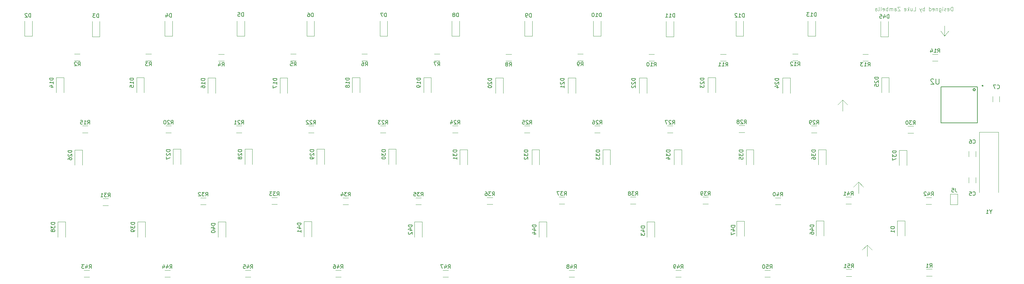
<source format=gbr>
%TF.GenerationSoftware,KiCad,Pcbnew,8.0.8-8.0.8-0~ubuntu24.04.1*%
%TF.CreationDate,2025-01-23T16:14:34-05:00*%
%TF.ProjectId,40 Keyboard,3430204b-6579-4626-9f61-72642e6b6963,4*%
%TF.SameCoordinates,Original*%
%TF.FileFunction,Legend,Bot*%
%TF.FilePolarity,Positive*%
%FSLAX46Y46*%
G04 Gerber Fmt 4.6, Leading zero omitted, Abs format (unit mm)*
G04 Created by KiCad (PCBNEW 8.0.8-8.0.8-0~ubuntu24.04.1) date 2025-01-23 16:14:34*
%MOMM*%
%LPD*%
G01*
G04 APERTURE LIST*
%ADD10C,0.100000*%
%ADD11C,0.150000*%
%ADD12C,0.120000*%
%ADD13C,0.203200*%
%ADD14C,0.254000*%
G04 APERTURE END LIST*
D10*
X234600000Y-93800000D02*
X235900000Y-95100000D01*
X235900000Y-95100000D02*
X234600000Y-93800000D01*
X261600000Y-76850000D02*
X262700000Y-75550000D01*
X261600000Y-74150000D02*
X261600000Y-76850000D01*
X242400000Y-133600000D02*
X241100000Y-132300000D01*
X238800000Y-115600000D02*
X240100000Y-116900000D01*
X234600000Y-93800000D02*
X233300000Y-95100000D01*
X241100000Y-132300000D02*
X242400000Y-133600000D01*
X234600000Y-96800000D02*
X234600000Y-93800000D01*
X241100000Y-132300000D02*
X239800000Y-133600000D01*
X238800000Y-118600000D02*
X238800000Y-115600000D01*
X241100000Y-135300000D02*
X241100000Y-132300000D01*
X261600000Y-76850000D02*
X260600000Y-75550000D01*
X238800000Y-115600000D02*
X237500000Y-116900000D01*
X263796115Y-70172419D02*
X263796115Y-69172419D01*
X263796115Y-69172419D02*
X263558020Y-69172419D01*
X263558020Y-69172419D02*
X263415163Y-69220038D01*
X263415163Y-69220038D02*
X263319925Y-69315276D01*
X263319925Y-69315276D02*
X263272306Y-69410514D01*
X263272306Y-69410514D02*
X263224687Y-69600990D01*
X263224687Y-69600990D02*
X263224687Y-69743847D01*
X263224687Y-69743847D02*
X263272306Y-69934323D01*
X263272306Y-69934323D02*
X263319925Y-70029561D01*
X263319925Y-70029561D02*
X263415163Y-70124800D01*
X263415163Y-70124800D02*
X263558020Y-70172419D01*
X263558020Y-70172419D02*
X263796115Y-70172419D01*
X262415163Y-70124800D02*
X262510401Y-70172419D01*
X262510401Y-70172419D02*
X262700877Y-70172419D01*
X262700877Y-70172419D02*
X262796115Y-70124800D01*
X262796115Y-70124800D02*
X262843734Y-70029561D01*
X262843734Y-70029561D02*
X262843734Y-69648609D01*
X262843734Y-69648609D02*
X262796115Y-69553371D01*
X262796115Y-69553371D02*
X262700877Y-69505752D01*
X262700877Y-69505752D02*
X262510401Y-69505752D01*
X262510401Y-69505752D02*
X262415163Y-69553371D01*
X262415163Y-69553371D02*
X262367544Y-69648609D01*
X262367544Y-69648609D02*
X262367544Y-69743847D01*
X262367544Y-69743847D02*
X262843734Y-69839085D01*
X261986591Y-70124800D02*
X261891353Y-70172419D01*
X261891353Y-70172419D02*
X261700877Y-70172419D01*
X261700877Y-70172419D02*
X261605639Y-70124800D01*
X261605639Y-70124800D02*
X261558020Y-70029561D01*
X261558020Y-70029561D02*
X261558020Y-69981942D01*
X261558020Y-69981942D02*
X261605639Y-69886704D01*
X261605639Y-69886704D02*
X261700877Y-69839085D01*
X261700877Y-69839085D02*
X261843734Y-69839085D01*
X261843734Y-69839085D02*
X261938972Y-69791466D01*
X261938972Y-69791466D02*
X261986591Y-69696228D01*
X261986591Y-69696228D02*
X261986591Y-69648609D01*
X261986591Y-69648609D02*
X261938972Y-69553371D01*
X261938972Y-69553371D02*
X261843734Y-69505752D01*
X261843734Y-69505752D02*
X261700877Y-69505752D01*
X261700877Y-69505752D02*
X261605639Y-69553371D01*
X261129448Y-70172419D02*
X261129448Y-69505752D01*
X261129448Y-69172419D02*
X261177067Y-69220038D01*
X261177067Y-69220038D02*
X261129448Y-69267657D01*
X261129448Y-69267657D02*
X261081829Y-69220038D01*
X261081829Y-69220038D02*
X261129448Y-69172419D01*
X261129448Y-69172419D02*
X261129448Y-69267657D01*
X260224687Y-69505752D02*
X260224687Y-70315276D01*
X260224687Y-70315276D02*
X260272306Y-70410514D01*
X260272306Y-70410514D02*
X260319925Y-70458133D01*
X260319925Y-70458133D02*
X260415163Y-70505752D01*
X260415163Y-70505752D02*
X260558020Y-70505752D01*
X260558020Y-70505752D02*
X260653258Y-70458133D01*
X260224687Y-70124800D02*
X260319925Y-70172419D01*
X260319925Y-70172419D02*
X260510401Y-70172419D01*
X260510401Y-70172419D02*
X260605639Y-70124800D01*
X260605639Y-70124800D02*
X260653258Y-70077180D01*
X260653258Y-70077180D02*
X260700877Y-69981942D01*
X260700877Y-69981942D02*
X260700877Y-69696228D01*
X260700877Y-69696228D02*
X260653258Y-69600990D01*
X260653258Y-69600990D02*
X260605639Y-69553371D01*
X260605639Y-69553371D02*
X260510401Y-69505752D01*
X260510401Y-69505752D02*
X260319925Y-69505752D01*
X260319925Y-69505752D02*
X260224687Y-69553371D01*
X259748496Y-69505752D02*
X259748496Y-70172419D01*
X259748496Y-69600990D02*
X259700877Y-69553371D01*
X259700877Y-69553371D02*
X259605639Y-69505752D01*
X259605639Y-69505752D02*
X259462782Y-69505752D01*
X259462782Y-69505752D02*
X259367544Y-69553371D01*
X259367544Y-69553371D02*
X259319925Y-69648609D01*
X259319925Y-69648609D02*
X259319925Y-70172419D01*
X258462782Y-70124800D02*
X258558020Y-70172419D01*
X258558020Y-70172419D02*
X258748496Y-70172419D01*
X258748496Y-70172419D02*
X258843734Y-70124800D01*
X258843734Y-70124800D02*
X258891353Y-70029561D01*
X258891353Y-70029561D02*
X258891353Y-69648609D01*
X258891353Y-69648609D02*
X258843734Y-69553371D01*
X258843734Y-69553371D02*
X258748496Y-69505752D01*
X258748496Y-69505752D02*
X258558020Y-69505752D01*
X258558020Y-69505752D02*
X258462782Y-69553371D01*
X258462782Y-69553371D02*
X258415163Y-69648609D01*
X258415163Y-69648609D02*
X258415163Y-69743847D01*
X258415163Y-69743847D02*
X258891353Y-69839085D01*
X257558020Y-70172419D02*
X257558020Y-69172419D01*
X257558020Y-70124800D02*
X257653258Y-70172419D01*
X257653258Y-70172419D02*
X257843734Y-70172419D01*
X257843734Y-70172419D02*
X257938972Y-70124800D01*
X257938972Y-70124800D02*
X257986591Y-70077180D01*
X257986591Y-70077180D02*
X258034210Y-69981942D01*
X258034210Y-69981942D02*
X258034210Y-69696228D01*
X258034210Y-69696228D02*
X257986591Y-69600990D01*
X257986591Y-69600990D02*
X257938972Y-69553371D01*
X257938972Y-69553371D02*
X257843734Y-69505752D01*
X257843734Y-69505752D02*
X257653258Y-69505752D01*
X257653258Y-69505752D02*
X257558020Y-69553371D01*
X256319924Y-70172419D02*
X256319924Y-69172419D01*
X256319924Y-69553371D02*
X256224686Y-69505752D01*
X256224686Y-69505752D02*
X256034210Y-69505752D01*
X256034210Y-69505752D02*
X255938972Y-69553371D01*
X255938972Y-69553371D02*
X255891353Y-69600990D01*
X255891353Y-69600990D02*
X255843734Y-69696228D01*
X255843734Y-69696228D02*
X255843734Y-69981942D01*
X255843734Y-69981942D02*
X255891353Y-70077180D01*
X255891353Y-70077180D02*
X255938972Y-70124800D01*
X255938972Y-70124800D02*
X256034210Y-70172419D01*
X256034210Y-70172419D02*
X256224686Y-70172419D01*
X256224686Y-70172419D02*
X256319924Y-70124800D01*
X255510400Y-69505752D02*
X255272305Y-70172419D01*
X255034210Y-69505752D02*
X255272305Y-70172419D01*
X255272305Y-70172419D02*
X255367543Y-70410514D01*
X255367543Y-70410514D02*
X255415162Y-70458133D01*
X255415162Y-70458133D02*
X255510400Y-70505752D01*
X253415162Y-70172419D02*
X253891352Y-70172419D01*
X253891352Y-70172419D02*
X253891352Y-69172419D01*
X252653257Y-69505752D02*
X252653257Y-70172419D01*
X253081828Y-69505752D02*
X253081828Y-70029561D01*
X253081828Y-70029561D02*
X253034209Y-70124800D01*
X253034209Y-70124800D02*
X252938971Y-70172419D01*
X252938971Y-70172419D02*
X252796114Y-70172419D01*
X252796114Y-70172419D02*
X252700876Y-70124800D01*
X252700876Y-70124800D02*
X252653257Y-70077180D01*
X252177066Y-70172419D02*
X252177066Y-69172419D01*
X252081828Y-69791466D02*
X251796114Y-70172419D01*
X251796114Y-69505752D02*
X252177066Y-69886704D01*
X250986590Y-70124800D02*
X251081828Y-70172419D01*
X251081828Y-70172419D02*
X251272304Y-70172419D01*
X251272304Y-70172419D02*
X251367542Y-70124800D01*
X251367542Y-70124800D02*
X251415161Y-70029561D01*
X251415161Y-70029561D02*
X251415161Y-69648609D01*
X251415161Y-69648609D02*
X251367542Y-69553371D01*
X251367542Y-69553371D02*
X251272304Y-69505752D01*
X251272304Y-69505752D02*
X251081828Y-69505752D01*
X251081828Y-69505752D02*
X250986590Y-69553371D01*
X250986590Y-69553371D02*
X250938971Y-69648609D01*
X250938971Y-69648609D02*
X250938971Y-69743847D01*
X250938971Y-69743847D02*
X251415161Y-69839085D01*
X249843732Y-69172419D02*
X249177066Y-69172419D01*
X249177066Y-69172419D02*
X249843732Y-70172419D01*
X249843732Y-70172419D02*
X249177066Y-70172419D01*
X248367542Y-70172419D02*
X248367542Y-69648609D01*
X248367542Y-69648609D02*
X248415161Y-69553371D01*
X248415161Y-69553371D02*
X248510399Y-69505752D01*
X248510399Y-69505752D02*
X248700875Y-69505752D01*
X248700875Y-69505752D02*
X248796113Y-69553371D01*
X248367542Y-70124800D02*
X248462780Y-70172419D01*
X248462780Y-70172419D02*
X248700875Y-70172419D01*
X248700875Y-70172419D02*
X248796113Y-70124800D01*
X248796113Y-70124800D02*
X248843732Y-70029561D01*
X248843732Y-70029561D02*
X248843732Y-69934323D01*
X248843732Y-69934323D02*
X248796113Y-69839085D01*
X248796113Y-69839085D02*
X248700875Y-69791466D01*
X248700875Y-69791466D02*
X248462780Y-69791466D01*
X248462780Y-69791466D02*
X248367542Y-69743847D01*
X247891351Y-70172419D02*
X247891351Y-69505752D01*
X247891351Y-69600990D02*
X247843732Y-69553371D01*
X247843732Y-69553371D02*
X247748494Y-69505752D01*
X247748494Y-69505752D02*
X247605637Y-69505752D01*
X247605637Y-69505752D02*
X247510399Y-69553371D01*
X247510399Y-69553371D02*
X247462780Y-69648609D01*
X247462780Y-69648609D02*
X247462780Y-70172419D01*
X247462780Y-69648609D02*
X247415161Y-69553371D01*
X247415161Y-69553371D02*
X247319923Y-69505752D01*
X247319923Y-69505752D02*
X247177066Y-69505752D01*
X247177066Y-69505752D02*
X247081827Y-69553371D01*
X247081827Y-69553371D02*
X247034208Y-69648609D01*
X247034208Y-69648609D02*
X247034208Y-70172419D01*
X246558018Y-70172419D02*
X246558018Y-69172419D01*
X246558018Y-69553371D02*
X246462780Y-69505752D01*
X246462780Y-69505752D02*
X246272304Y-69505752D01*
X246272304Y-69505752D02*
X246177066Y-69553371D01*
X246177066Y-69553371D02*
X246129447Y-69600990D01*
X246129447Y-69600990D02*
X246081828Y-69696228D01*
X246081828Y-69696228D02*
X246081828Y-69981942D01*
X246081828Y-69981942D02*
X246129447Y-70077180D01*
X246129447Y-70077180D02*
X246177066Y-70124800D01*
X246177066Y-70124800D02*
X246272304Y-70172419D01*
X246272304Y-70172419D02*
X246462780Y-70172419D01*
X246462780Y-70172419D02*
X246558018Y-70124800D01*
X245272304Y-70124800D02*
X245367542Y-70172419D01*
X245367542Y-70172419D02*
X245558018Y-70172419D01*
X245558018Y-70172419D02*
X245653256Y-70124800D01*
X245653256Y-70124800D02*
X245700875Y-70029561D01*
X245700875Y-70029561D02*
X245700875Y-69648609D01*
X245700875Y-69648609D02*
X245653256Y-69553371D01*
X245653256Y-69553371D02*
X245558018Y-69505752D01*
X245558018Y-69505752D02*
X245367542Y-69505752D01*
X245367542Y-69505752D02*
X245272304Y-69553371D01*
X245272304Y-69553371D02*
X245224685Y-69648609D01*
X245224685Y-69648609D02*
X245224685Y-69743847D01*
X245224685Y-69743847D02*
X245700875Y-69839085D01*
X244653256Y-70172419D02*
X244748494Y-70124800D01*
X244748494Y-70124800D02*
X244796113Y-70029561D01*
X244796113Y-70029561D02*
X244796113Y-69172419D01*
X244129446Y-70172419D02*
X244224684Y-70124800D01*
X244224684Y-70124800D02*
X244272303Y-70029561D01*
X244272303Y-70029561D02*
X244272303Y-69172419D01*
X243319922Y-70172419D02*
X243319922Y-69648609D01*
X243319922Y-69648609D02*
X243367541Y-69553371D01*
X243367541Y-69553371D02*
X243462779Y-69505752D01*
X243462779Y-69505752D02*
X243653255Y-69505752D01*
X243653255Y-69505752D02*
X243748493Y-69553371D01*
X243319922Y-70124800D02*
X243415160Y-70172419D01*
X243415160Y-70172419D02*
X243653255Y-70172419D01*
X243653255Y-70172419D02*
X243748493Y-70124800D01*
X243748493Y-70124800D02*
X243796112Y-70029561D01*
X243796112Y-70029561D02*
X243796112Y-69934323D01*
X243796112Y-69934323D02*
X243748493Y-69839085D01*
X243748493Y-69839085D02*
X243653255Y-69791466D01*
X243653255Y-69791466D02*
X243415160Y-69791466D01*
X243415160Y-69791466D02*
X243319922Y-69743847D01*
D11*
X151154819Y-107123214D02*
X150154819Y-107123214D01*
X150154819Y-107123214D02*
X150154819Y-107361309D01*
X150154819Y-107361309D02*
X150202438Y-107504166D01*
X150202438Y-107504166D02*
X150297676Y-107599404D01*
X150297676Y-107599404D02*
X150392914Y-107647023D01*
X150392914Y-107647023D02*
X150583390Y-107694642D01*
X150583390Y-107694642D02*
X150726247Y-107694642D01*
X150726247Y-107694642D02*
X150916723Y-107647023D01*
X150916723Y-107647023D02*
X151011961Y-107599404D01*
X151011961Y-107599404D02*
X151107200Y-107504166D01*
X151107200Y-107504166D02*
X151154819Y-107361309D01*
X151154819Y-107361309D02*
X151154819Y-107123214D01*
X150154819Y-108027976D02*
X150154819Y-108647023D01*
X150154819Y-108647023D02*
X150535771Y-108313690D01*
X150535771Y-108313690D02*
X150535771Y-108456547D01*
X150535771Y-108456547D02*
X150583390Y-108551785D01*
X150583390Y-108551785D02*
X150631009Y-108599404D01*
X150631009Y-108599404D02*
X150726247Y-108647023D01*
X150726247Y-108647023D02*
X150964342Y-108647023D01*
X150964342Y-108647023D02*
X151059580Y-108599404D01*
X151059580Y-108599404D02*
X151107200Y-108551785D01*
X151107200Y-108551785D02*
X151154819Y-108456547D01*
X151154819Y-108456547D02*
X151154819Y-108170833D01*
X151154819Y-108170833D02*
X151107200Y-108075595D01*
X151107200Y-108075595D02*
X151059580Y-108027976D01*
X150250057Y-109027976D02*
X150202438Y-109075595D01*
X150202438Y-109075595D02*
X150154819Y-109170833D01*
X150154819Y-109170833D02*
X150154819Y-109408928D01*
X150154819Y-109408928D02*
X150202438Y-109504166D01*
X150202438Y-109504166D02*
X150250057Y-109551785D01*
X150250057Y-109551785D02*
X150345295Y-109599404D01*
X150345295Y-109599404D02*
X150440533Y-109599404D01*
X150440533Y-109599404D02*
X150583390Y-109551785D01*
X150583390Y-109551785D02*
X151154819Y-108980357D01*
X151154819Y-108980357D02*
X151154819Y-109599404D01*
X248804819Y-107323214D02*
X247804819Y-107323214D01*
X247804819Y-107323214D02*
X247804819Y-107561309D01*
X247804819Y-107561309D02*
X247852438Y-107704166D01*
X247852438Y-107704166D02*
X247947676Y-107799404D01*
X247947676Y-107799404D02*
X248042914Y-107847023D01*
X248042914Y-107847023D02*
X248233390Y-107894642D01*
X248233390Y-107894642D02*
X248376247Y-107894642D01*
X248376247Y-107894642D02*
X248566723Y-107847023D01*
X248566723Y-107847023D02*
X248661961Y-107799404D01*
X248661961Y-107799404D02*
X248757200Y-107704166D01*
X248757200Y-107704166D02*
X248804819Y-107561309D01*
X248804819Y-107561309D02*
X248804819Y-107323214D01*
X247804819Y-108227976D02*
X247804819Y-108847023D01*
X247804819Y-108847023D02*
X248185771Y-108513690D01*
X248185771Y-108513690D02*
X248185771Y-108656547D01*
X248185771Y-108656547D02*
X248233390Y-108751785D01*
X248233390Y-108751785D02*
X248281009Y-108799404D01*
X248281009Y-108799404D02*
X248376247Y-108847023D01*
X248376247Y-108847023D02*
X248614342Y-108847023D01*
X248614342Y-108847023D02*
X248709580Y-108799404D01*
X248709580Y-108799404D02*
X248757200Y-108751785D01*
X248757200Y-108751785D02*
X248804819Y-108656547D01*
X248804819Y-108656547D02*
X248804819Y-108370833D01*
X248804819Y-108370833D02*
X248757200Y-108275595D01*
X248757200Y-108275595D02*
X248709580Y-108227976D01*
X247804819Y-109180357D02*
X247804819Y-109847023D01*
X247804819Y-109847023D02*
X248804819Y-109418452D01*
X184592857Y-84874819D02*
X184926190Y-84398628D01*
X185164285Y-84874819D02*
X185164285Y-83874819D01*
X185164285Y-83874819D02*
X184783333Y-83874819D01*
X184783333Y-83874819D02*
X184688095Y-83922438D01*
X184688095Y-83922438D02*
X184640476Y-83970057D01*
X184640476Y-83970057D02*
X184592857Y-84065295D01*
X184592857Y-84065295D02*
X184592857Y-84208152D01*
X184592857Y-84208152D02*
X184640476Y-84303390D01*
X184640476Y-84303390D02*
X184688095Y-84351009D01*
X184688095Y-84351009D02*
X184783333Y-84398628D01*
X184783333Y-84398628D02*
X185164285Y-84398628D01*
X183640476Y-84874819D02*
X184211904Y-84874819D01*
X183926190Y-84874819D02*
X183926190Y-83874819D01*
X183926190Y-83874819D02*
X184021428Y-84017676D01*
X184021428Y-84017676D02*
X184116666Y-84112914D01*
X184116666Y-84112914D02*
X184211904Y-84160533D01*
X183021428Y-83874819D02*
X182926190Y-83874819D01*
X182926190Y-83874819D02*
X182830952Y-83922438D01*
X182830952Y-83922438D02*
X182783333Y-83970057D01*
X182783333Y-83970057D02*
X182735714Y-84065295D01*
X182735714Y-84065295D02*
X182688095Y-84255771D01*
X182688095Y-84255771D02*
X182688095Y-84493866D01*
X182688095Y-84493866D02*
X182735714Y-84684342D01*
X182735714Y-84684342D02*
X182783333Y-84779580D01*
X182783333Y-84779580D02*
X182830952Y-84827200D01*
X182830952Y-84827200D02*
X182926190Y-84874819D01*
X182926190Y-84874819D02*
X183021428Y-84874819D01*
X183021428Y-84874819D02*
X183116666Y-84827200D01*
X183116666Y-84827200D02*
X183164285Y-84779580D01*
X183164285Y-84779580D02*
X183211904Y-84684342D01*
X183211904Y-84684342D02*
X183259523Y-84493866D01*
X183259523Y-84493866D02*
X183259523Y-84255771D01*
X183259523Y-84255771D02*
X183211904Y-84065295D01*
X183211904Y-84065295D02*
X183164285Y-83970057D01*
X183164285Y-83970057D02*
X183116666Y-83922438D01*
X183116666Y-83922438D02*
X183021428Y-83874819D01*
X244104819Y-87773214D02*
X243104819Y-87773214D01*
X243104819Y-87773214D02*
X243104819Y-88011309D01*
X243104819Y-88011309D02*
X243152438Y-88154166D01*
X243152438Y-88154166D02*
X243247676Y-88249404D01*
X243247676Y-88249404D02*
X243342914Y-88297023D01*
X243342914Y-88297023D02*
X243533390Y-88344642D01*
X243533390Y-88344642D02*
X243676247Y-88344642D01*
X243676247Y-88344642D02*
X243866723Y-88297023D01*
X243866723Y-88297023D02*
X243961961Y-88249404D01*
X243961961Y-88249404D02*
X244057200Y-88154166D01*
X244057200Y-88154166D02*
X244104819Y-88011309D01*
X244104819Y-88011309D02*
X244104819Y-87773214D01*
X243200057Y-88725595D02*
X243152438Y-88773214D01*
X243152438Y-88773214D02*
X243104819Y-88868452D01*
X243104819Y-88868452D02*
X243104819Y-89106547D01*
X243104819Y-89106547D02*
X243152438Y-89201785D01*
X243152438Y-89201785D02*
X243200057Y-89249404D01*
X243200057Y-89249404D02*
X243295295Y-89297023D01*
X243295295Y-89297023D02*
X243390533Y-89297023D01*
X243390533Y-89297023D02*
X243533390Y-89249404D01*
X243533390Y-89249404D02*
X244104819Y-88677976D01*
X244104819Y-88677976D02*
X244104819Y-89297023D01*
X243104819Y-90201785D02*
X243104819Y-89725595D01*
X243104819Y-89725595D02*
X243581009Y-89677976D01*
X243581009Y-89677976D02*
X243533390Y-89725595D01*
X243533390Y-89725595D02*
X243485771Y-89820833D01*
X243485771Y-89820833D02*
X243485771Y-90058928D01*
X243485771Y-90058928D02*
X243533390Y-90154166D01*
X243533390Y-90154166D02*
X243581009Y-90201785D01*
X243581009Y-90201785D02*
X243676247Y-90249404D01*
X243676247Y-90249404D02*
X243914342Y-90249404D01*
X243914342Y-90249404D02*
X244009580Y-90201785D01*
X244009580Y-90201785D02*
X244057200Y-90154166D01*
X244057200Y-90154166D02*
X244104819Y-90058928D01*
X244104819Y-90058928D02*
X244104819Y-89820833D01*
X244104819Y-89820833D02*
X244057200Y-89725595D01*
X244057200Y-89725595D02*
X244009580Y-89677976D01*
X248354819Y-127461905D02*
X247354819Y-127461905D01*
X247354819Y-127461905D02*
X247354819Y-127700000D01*
X247354819Y-127700000D02*
X247402438Y-127842857D01*
X247402438Y-127842857D02*
X247497676Y-127938095D01*
X247497676Y-127938095D02*
X247592914Y-127985714D01*
X247592914Y-127985714D02*
X247783390Y-128033333D01*
X247783390Y-128033333D02*
X247926247Y-128033333D01*
X247926247Y-128033333D02*
X248116723Y-127985714D01*
X248116723Y-127985714D02*
X248211961Y-127938095D01*
X248211961Y-127938095D02*
X248307200Y-127842857D01*
X248307200Y-127842857D02*
X248354819Y-127700000D01*
X248354819Y-127700000D02*
X248354819Y-127461905D01*
X248354819Y-128985714D02*
X248354819Y-128414286D01*
X248354819Y-128700000D02*
X247354819Y-128700000D01*
X247354819Y-128700000D02*
X247497676Y-128604762D01*
X247497676Y-128604762D02*
X247592914Y-128509524D01*
X247592914Y-128509524D02*
X247640533Y-128414286D01*
X151592857Y-100234819D02*
X151926190Y-99758628D01*
X152164285Y-100234819D02*
X152164285Y-99234819D01*
X152164285Y-99234819D02*
X151783333Y-99234819D01*
X151783333Y-99234819D02*
X151688095Y-99282438D01*
X151688095Y-99282438D02*
X151640476Y-99330057D01*
X151640476Y-99330057D02*
X151592857Y-99425295D01*
X151592857Y-99425295D02*
X151592857Y-99568152D01*
X151592857Y-99568152D02*
X151640476Y-99663390D01*
X151640476Y-99663390D02*
X151688095Y-99711009D01*
X151688095Y-99711009D02*
X151783333Y-99758628D01*
X151783333Y-99758628D02*
X152164285Y-99758628D01*
X151211904Y-99330057D02*
X151164285Y-99282438D01*
X151164285Y-99282438D02*
X151069047Y-99234819D01*
X151069047Y-99234819D02*
X150830952Y-99234819D01*
X150830952Y-99234819D02*
X150735714Y-99282438D01*
X150735714Y-99282438D02*
X150688095Y-99330057D01*
X150688095Y-99330057D02*
X150640476Y-99425295D01*
X150640476Y-99425295D02*
X150640476Y-99520533D01*
X150640476Y-99520533D02*
X150688095Y-99663390D01*
X150688095Y-99663390D02*
X151259523Y-100234819D01*
X151259523Y-100234819D02*
X150640476Y-100234819D01*
X149735714Y-99234819D02*
X150211904Y-99234819D01*
X150211904Y-99234819D02*
X150259523Y-99711009D01*
X150259523Y-99711009D02*
X150211904Y-99663390D01*
X150211904Y-99663390D02*
X150116666Y-99615771D01*
X150116666Y-99615771D02*
X149878571Y-99615771D01*
X149878571Y-99615771D02*
X149783333Y-99663390D01*
X149783333Y-99663390D02*
X149735714Y-99711009D01*
X149735714Y-99711009D02*
X149688095Y-99806247D01*
X149688095Y-99806247D02*
X149688095Y-100044342D01*
X149688095Y-100044342D02*
X149735714Y-100139580D01*
X149735714Y-100139580D02*
X149783333Y-100187200D01*
X149783333Y-100187200D02*
X149878571Y-100234819D01*
X149878571Y-100234819D02*
X150116666Y-100234819D01*
X150116666Y-100234819D02*
X150211904Y-100187200D01*
X150211904Y-100187200D02*
X150259523Y-100139580D01*
X217654819Y-88123214D02*
X216654819Y-88123214D01*
X216654819Y-88123214D02*
X216654819Y-88361309D01*
X216654819Y-88361309D02*
X216702438Y-88504166D01*
X216702438Y-88504166D02*
X216797676Y-88599404D01*
X216797676Y-88599404D02*
X216892914Y-88647023D01*
X216892914Y-88647023D02*
X217083390Y-88694642D01*
X217083390Y-88694642D02*
X217226247Y-88694642D01*
X217226247Y-88694642D02*
X217416723Y-88647023D01*
X217416723Y-88647023D02*
X217511961Y-88599404D01*
X217511961Y-88599404D02*
X217607200Y-88504166D01*
X217607200Y-88504166D02*
X217654819Y-88361309D01*
X217654819Y-88361309D02*
X217654819Y-88123214D01*
X216750057Y-89075595D02*
X216702438Y-89123214D01*
X216702438Y-89123214D02*
X216654819Y-89218452D01*
X216654819Y-89218452D02*
X216654819Y-89456547D01*
X216654819Y-89456547D02*
X216702438Y-89551785D01*
X216702438Y-89551785D02*
X216750057Y-89599404D01*
X216750057Y-89599404D02*
X216845295Y-89647023D01*
X216845295Y-89647023D02*
X216940533Y-89647023D01*
X216940533Y-89647023D02*
X217083390Y-89599404D01*
X217083390Y-89599404D02*
X217654819Y-89027976D01*
X217654819Y-89027976D02*
X217654819Y-89647023D01*
X216988152Y-90504166D02*
X217654819Y-90504166D01*
X216607200Y-90266071D02*
X217321485Y-90027976D01*
X217321485Y-90027976D02*
X217321485Y-90647023D01*
X253292857Y-100334819D02*
X253626190Y-99858628D01*
X253864285Y-100334819D02*
X253864285Y-99334819D01*
X253864285Y-99334819D02*
X253483333Y-99334819D01*
X253483333Y-99334819D02*
X253388095Y-99382438D01*
X253388095Y-99382438D02*
X253340476Y-99430057D01*
X253340476Y-99430057D02*
X253292857Y-99525295D01*
X253292857Y-99525295D02*
X253292857Y-99668152D01*
X253292857Y-99668152D02*
X253340476Y-99763390D01*
X253340476Y-99763390D02*
X253388095Y-99811009D01*
X253388095Y-99811009D02*
X253483333Y-99858628D01*
X253483333Y-99858628D02*
X253864285Y-99858628D01*
X252959523Y-99334819D02*
X252340476Y-99334819D01*
X252340476Y-99334819D02*
X252673809Y-99715771D01*
X252673809Y-99715771D02*
X252530952Y-99715771D01*
X252530952Y-99715771D02*
X252435714Y-99763390D01*
X252435714Y-99763390D02*
X252388095Y-99811009D01*
X252388095Y-99811009D02*
X252340476Y-99906247D01*
X252340476Y-99906247D02*
X252340476Y-100144342D01*
X252340476Y-100144342D02*
X252388095Y-100239580D01*
X252388095Y-100239580D02*
X252435714Y-100287200D01*
X252435714Y-100287200D02*
X252530952Y-100334819D01*
X252530952Y-100334819D02*
X252816666Y-100334819D01*
X252816666Y-100334819D02*
X252911904Y-100287200D01*
X252911904Y-100287200D02*
X252959523Y-100239580D01*
X251721428Y-99334819D02*
X251626190Y-99334819D01*
X251626190Y-99334819D02*
X251530952Y-99382438D01*
X251530952Y-99382438D02*
X251483333Y-99430057D01*
X251483333Y-99430057D02*
X251435714Y-99525295D01*
X251435714Y-99525295D02*
X251388095Y-99715771D01*
X251388095Y-99715771D02*
X251388095Y-99953866D01*
X251388095Y-99953866D02*
X251435714Y-100144342D01*
X251435714Y-100144342D02*
X251483333Y-100239580D01*
X251483333Y-100239580D02*
X251530952Y-100287200D01*
X251530952Y-100287200D02*
X251626190Y-100334819D01*
X251626190Y-100334819D02*
X251721428Y-100334819D01*
X251721428Y-100334819D02*
X251816666Y-100287200D01*
X251816666Y-100287200D02*
X251864285Y-100239580D01*
X251864285Y-100239580D02*
X251911904Y-100144342D01*
X251911904Y-100144342D02*
X251959523Y-99953866D01*
X251959523Y-99953866D02*
X251959523Y-99715771D01*
X251959523Y-99715771D02*
X251911904Y-99525295D01*
X251911904Y-99525295D02*
X251864285Y-99430057D01*
X251864285Y-99430057D02*
X251816666Y-99382438D01*
X251816666Y-99382438D02*
X251721428Y-99334819D01*
X170614285Y-71754819D02*
X170614285Y-70754819D01*
X170614285Y-70754819D02*
X170376190Y-70754819D01*
X170376190Y-70754819D02*
X170233333Y-70802438D01*
X170233333Y-70802438D02*
X170138095Y-70897676D01*
X170138095Y-70897676D02*
X170090476Y-70992914D01*
X170090476Y-70992914D02*
X170042857Y-71183390D01*
X170042857Y-71183390D02*
X170042857Y-71326247D01*
X170042857Y-71326247D02*
X170090476Y-71516723D01*
X170090476Y-71516723D02*
X170138095Y-71611961D01*
X170138095Y-71611961D02*
X170233333Y-71707200D01*
X170233333Y-71707200D02*
X170376190Y-71754819D01*
X170376190Y-71754819D02*
X170614285Y-71754819D01*
X169090476Y-71754819D02*
X169661904Y-71754819D01*
X169376190Y-71754819D02*
X169376190Y-70754819D01*
X169376190Y-70754819D02*
X169471428Y-70897676D01*
X169471428Y-70897676D02*
X169566666Y-70992914D01*
X169566666Y-70992914D02*
X169661904Y-71040533D01*
X168471428Y-70754819D02*
X168376190Y-70754819D01*
X168376190Y-70754819D02*
X168280952Y-70802438D01*
X168280952Y-70802438D02*
X168233333Y-70850057D01*
X168233333Y-70850057D02*
X168185714Y-70945295D01*
X168185714Y-70945295D02*
X168138095Y-71135771D01*
X168138095Y-71135771D02*
X168138095Y-71373866D01*
X168138095Y-71373866D02*
X168185714Y-71564342D01*
X168185714Y-71564342D02*
X168233333Y-71659580D01*
X168233333Y-71659580D02*
X168280952Y-71707200D01*
X168280952Y-71707200D02*
X168376190Y-71754819D01*
X168376190Y-71754819D02*
X168471428Y-71754819D01*
X168471428Y-71754819D02*
X168566666Y-71707200D01*
X168566666Y-71707200D02*
X168614285Y-71659580D01*
X168614285Y-71659580D02*
X168661904Y-71564342D01*
X168661904Y-71564342D02*
X168709523Y-71373866D01*
X168709523Y-71373866D02*
X168709523Y-71135771D01*
X168709523Y-71135771D02*
X168661904Y-70945295D01*
X168661904Y-70945295D02*
X168614285Y-70850057D01*
X168614285Y-70850057D02*
X168566666Y-70802438D01*
X168566666Y-70802438D02*
X168471428Y-70754819D01*
X191692857Y-138534819D02*
X192026190Y-138058628D01*
X192264285Y-138534819D02*
X192264285Y-137534819D01*
X192264285Y-137534819D02*
X191883333Y-137534819D01*
X191883333Y-137534819D02*
X191788095Y-137582438D01*
X191788095Y-137582438D02*
X191740476Y-137630057D01*
X191740476Y-137630057D02*
X191692857Y-137725295D01*
X191692857Y-137725295D02*
X191692857Y-137868152D01*
X191692857Y-137868152D02*
X191740476Y-137963390D01*
X191740476Y-137963390D02*
X191788095Y-138011009D01*
X191788095Y-138011009D02*
X191883333Y-138058628D01*
X191883333Y-138058628D02*
X192264285Y-138058628D01*
X190835714Y-137868152D02*
X190835714Y-138534819D01*
X191073809Y-137487200D02*
X191311904Y-138201485D01*
X191311904Y-138201485D02*
X190692857Y-138201485D01*
X190264285Y-138534819D02*
X190073809Y-138534819D01*
X190073809Y-138534819D02*
X189978571Y-138487200D01*
X189978571Y-138487200D02*
X189930952Y-138439580D01*
X189930952Y-138439580D02*
X189835714Y-138296723D01*
X189835714Y-138296723D02*
X189788095Y-138106247D01*
X189788095Y-138106247D02*
X189788095Y-137725295D01*
X189788095Y-137725295D02*
X189835714Y-137630057D01*
X189835714Y-137630057D02*
X189883333Y-137582438D01*
X189883333Y-137582438D02*
X189978571Y-137534819D01*
X189978571Y-137534819D02*
X190169047Y-137534819D01*
X190169047Y-137534819D02*
X190264285Y-137582438D01*
X190264285Y-137582438D02*
X190311904Y-137630057D01*
X190311904Y-137630057D02*
X190359523Y-137725295D01*
X190359523Y-137725295D02*
X190359523Y-137963390D01*
X190359523Y-137963390D02*
X190311904Y-138058628D01*
X190311904Y-138058628D02*
X190264285Y-138106247D01*
X190264285Y-138106247D02*
X190169047Y-138153866D01*
X190169047Y-138153866D02*
X189978571Y-138153866D01*
X189978571Y-138153866D02*
X189883333Y-138106247D01*
X189883333Y-138106247D02*
X189835714Y-138058628D01*
X189835714Y-138058628D02*
X189788095Y-137963390D01*
X37338094Y-71954819D02*
X37338094Y-70954819D01*
X37338094Y-70954819D02*
X37099999Y-70954819D01*
X37099999Y-70954819D02*
X36957142Y-71002438D01*
X36957142Y-71002438D02*
X36861904Y-71097676D01*
X36861904Y-71097676D02*
X36814285Y-71192914D01*
X36814285Y-71192914D02*
X36766666Y-71383390D01*
X36766666Y-71383390D02*
X36766666Y-71526247D01*
X36766666Y-71526247D02*
X36814285Y-71716723D01*
X36814285Y-71716723D02*
X36861904Y-71811961D01*
X36861904Y-71811961D02*
X36957142Y-71907200D01*
X36957142Y-71907200D02*
X37099999Y-71954819D01*
X37099999Y-71954819D02*
X37338094Y-71954819D01*
X36433332Y-70954819D02*
X35814285Y-70954819D01*
X35814285Y-70954819D02*
X36147618Y-71335771D01*
X36147618Y-71335771D02*
X36004761Y-71335771D01*
X36004761Y-71335771D02*
X35909523Y-71383390D01*
X35909523Y-71383390D02*
X35861904Y-71431009D01*
X35861904Y-71431009D02*
X35814285Y-71526247D01*
X35814285Y-71526247D02*
X35814285Y-71764342D01*
X35814285Y-71764342D02*
X35861904Y-71859580D01*
X35861904Y-71859580D02*
X35909523Y-71907200D01*
X35909523Y-71907200D02*
X36004761Y-71954819D01*
X36004761Y-71954819D02*
X36290475Y-71954819D01*
X36290475Y-71954819D02*
X36385713Y-71907200D01*
X36385713Y-71907200D02*
X36433332Y-71859580D01*
X94238094Y-71754819D02*
X94238094Y-70754819D01*
X94238094Y-70754819D02*
X93999999Y-70754819D01*
X93999999Y-70754819D02*
X93857142Y-70802438D01*
X93857142Y-70802438D02*
X93761904Y-70897676D01*
X93761904Y-70897676D02*
X93714285Y-70992914D01*
X93714285Y-70992914D02*
X93666666Y-71183390D01*
X93666666Y-71183390D02*
X93666666Y-71326247D01*
X93666666Y-71326247D02*
X93714285Y-71516723D01*
X93714285Y-71516723D02*
X93761904Y-71611961D01*
X93761904Y-71611961D02*
X93857142Y-71707200D01*
X93857142Y-71707200D02*
X93999999Y-71754819D01*
X93999999Y-71754819D02*
X94238094Y-71754819D01*
X92809523Y-70754819D02*
X92999999Y-70754819D01*
X92999999Y-70754819D02*
X93095237Y-70802438D01*
X93095237Y-70802438D02*
X93142856Y-70850057D01*
X93142856Y-70850057D02*
X93238094Y-70992914D01*
X93238094Y-70992914D02*
X93285713Y-71183390D01*
X93285713Y-71183390D02*
X93285713Y-71564342D01*
X93285713Y-71564342D02*
X93238094Y-71659580D01*
X93238094Y-71659580D02*
X93190475Y-71707200D01*
X93190475Y-71707200D02*
X93095237Y-71754819D01*
X93095237Y-71754819D02*
X92904761Y-71754819D01*
X92904761Y-71754819D02*
X92809523Y-71707200D01*
X92809523Y-71707200D02*
X92761904Y-71659580D01*
X92761904Y-71659580D02*
X92714285Y-71564342D01*
X92714285Y-71564342D02*
X92714285Y-71326247D01*
X92714285Y-71326247D02*
X92761904Y-71231009D01*
X92761904Y-71231009D02*
X92809523Y-71183390D01*
X92809523Y-71183390D02*
X92904761Y-71135771D01*
X92904761Y-71135771D02*
X93095237Y-71135771D01*
X93095237Y-71135771D02*
X93190475Y-71183390D01*
X93190475Y-71183390D02*
X93238094Y-71231009D01*
X93238094Y-71231009D02*
X93285713Y-71326247D01*
X132492857Y-100234819D02*
X132826190Y-99758628D01*
X133064285Y-100234819D02*
X133064285Y-99234819D01*
X133064285Y-99234819D02*
X132683333Y-99234819D01*
X132683333Y-99234819D02*
X132588095Y-99282438D01*
X132588095Y-99282438D02*
X132540476Y-99330057D01*
X132540476Y-99330057D02*
X132492857Y-99425295D01*
X132492857Y-99425295D02*
X132492857Y-99568152D01*
X132492857Y-99568152D02*
X132540476Y-99663390D01*
X132540476Y-99663390D02*
X132588095Y-99711009D01*
X132588095Y-99711009D02*
X132683333Y-99758628D01*
X132683333Y-99758628D02*
X133064285Y-99758628D01*
X132111904Y-99330057D02*
X132064285Y-99282438D01*
X132064285Y-99282438D02*
X131969047Y-99234819D01*
X131969047Y-99234819D02*
X131730952Y-99234819D01*
X131730952Y-99234819D02*
X131635714Y-99282438D01*
X131635714Y-99282438D02*
X131588095Y-99330057D01*
X131588095Y-99330057D02*
X131540476Y-99425295D01*
X131540476Y-99425295D02*
X131540476Y-99520533D01*
X131540476Y-99520533D02*
X131588095Y-99663390D01*
X131588095Y-99663390D02*
X132159523Y-100234819D01*
X132159523Y-100234819D02*
X131540476Y-100234819D01*
X130683333Y-99568152D02*
X130683333Y-100234819D01*
X130921428Y-99187200D02*
X131159523Y-99901485D01*
X131159523Y-99901485D02*
X130540476Y-99901485D01*
X152038094Y-71854819D02*
X152038094Y-70854819D01*
X152038094Y-70854819D02*
X151799999Y-70854819D01*
X151799999Y-70854819D02*
X151657142Y-70902438D01*
X151657142Y-70902438D02*
X151561904Y-70997676D01*
X151561904Y-70997676D02*
X151514285Y-71092914D01*
X151514285Y-71092914D02*
X151466666Y-71283390D01*
X151466666Y-71283390D02*
X151466666Y-71426247D01*
X151466666Y-71426247D02*
X151514285Y-71616723D01*
X151514285Y-71616723D02*
X151561904Y-71711961D01*
X151561904Y-71711961D02*
X151657142Y-71807200D01*
X151657142Y-71807200D02*
X151799999Y-71854819D01*
X151799999Y-71854819D02*
X152038094Y-71854819D01*
X150990475Y-71854819D02*
X150799999Y-71854819D01*
X150799999Y-71854819D02*
X150704761Y-71807200D01*
X150704761Y-71807200D02*
X150657142Y-71759580D01*
X150657142Y-71759580D02*
X150561904Y-71616723D01*
X150561904Y-71616723D02*
X150514285Y-71426247D01*
X150514285Y-71426247D02*
X150514285Y-71045295D01*
X150514285Y-71045295D02*
X150561904Y-70950057D01*
X150561904Y-70950057D02*
X150609523Y-70902438D01*
X150609523Y-70902438D02*
X150704761Y-70854819D01*
X150704761Y-70854819D02*
X150895237Y-70854819D01*
X150895237Y-70854819D02*
X150990475Y-70902438D01*
X150990475Y-70902438D02*
X151038094Y-70950057D01*
X151038094Y-70950057D02*
X151085713Y-71045295D01*
X151085713Y-71045295D02*
X151085713Y-71283390D01*
X151085713Y-71283390D02*
X151038094Y-71378628D01*
X151038094Y-71378628D02*
X150990475Y-71426247D01*
X150990475Y-71426247D02*
X150895237Y-71473866D01*
X150895237Y-71473866D02*
X150704761Y-71473866D01*
X150704761Y-71473866D02*
X150609523Y-71426247D01*
X150609523Y-71426247D02*
X150561904Y-71378628D01*
X150561904Y-71378628D02*
X150514285Y-71283390D01*
X241292857Y-84874819D02*
X241626190Y-84398628D01*
X241864285Y-84874819D02*
X241864285Y-83874819D01*
X241864285Y-83874819D02*
X241483333Y-83874819D01*
X241483333Y-83874819D02*
X241388095Y-83922438D01*
X241388095Y-83922438D02*
X241340476Y-83970057D01*
X241340476Y-83970057D02*
X241292857Y-84065295D01*
X241292857Y-84065295D02*
X241292857Y-84208152D01*
X241292857Y-84208152D02*
X241340476Y-84303390D01*
X241340476Y-84303390D02*
X241388095Y-84351009D01*
X241388095Y-84351009D02*
X241483333Y-84398628D01*
X241483333Y-84398628D02*
X241864285Y-84398628D01*
X240340476Y-84874819D02*
X240911904Y-84874819D01*
X240626190Y-84874819D02*
X240626190Y-83874819D01*
X240626190Y-83874819D02*
X240721428Y-84017676D01*
X240721428Y-84017676D02*
X240816666Y-84112914D01*
X240816666Y-84112914D02*
X240911904Y-84160533D01*
X240007142Y-83874819D02*
X239388095Y-83874819D01*
X239388095Y-83874819D02*
X239721428Y-84255771D01*
X239721428Y-84255771D02*
X239578571Y-84255771D01*
X239578571Y-84255771D02*
X239483333Y-84303390D01*
X239483333Y-84303390D02*
X239435714Y-84351009D01*
X239435714Y-84351009D02*
X239388095Y-84446247D01*
X239388095Y-84446247D02*
X239388095Y-84684342D01*
X239388095Y-84684342D02*
X239435714Y-84779580D01*
X239435714Y-84779580D02*
X239483333Y-84827200D01*
X239483333Y-84827200D02*
X239578571Y-84874819D01*
X239578571Y-84874819D02*
X239864285Y-84874819D01*
X239864285Y-84874819D02*
X239959523Y-84827200D01*
X239959523Y-84827200D02*
X240007142Y-84779580D01*
X273876190Y-123478628D02*
X273876190Y-123954819D01*
X274209523Y-122954819D02*
X273876190Y-123478628D01*
X273876190Y-123478628D02*
X273542857Y-122954819D01*
X272685714Y-123954819D02*
X273257142Y-123954819D01*
X272971428Y-123954819D02*
X272971428Y-122954819D01*
X272971428Y-122954819D02*
X273066666Y-123097676D01*
X273066666Y-123097676D02*
X273161904Y-123192914D01*
X273161904Y-123192914D02*
X273257142Y-123240533D01*
X206054819Y-127085714D02*
X205054819Y-127085714D01*
X205054819Y-127085714D02*
X205054819Y-127323809D01*
X205054819Y-127323809D02*
X205102438Y-127466666D01*
X205102438Y-127466666D02*
X205197676Y-127561904D01*
X205197676Y-127561904D02*
X205292914Y-127609523D01*
X205292914Y-127609523D02*
X205483390Y-127657142D01*
X205483390Y-127657142D02*
X205626247Y-127657142D01*
X205626247Y-127657142D02*
X205816723Y-127609523D01*
X205816723Y-127609523D02*
X205911961Y-127561904D01*
X205911961Y-127561904D02*
X206007200Y-127466666D01*
X206007200Y-127466666D02*
X206054819Y-127323809D01*
X206054819Y-127323809D02*
X206054819Y-127085714D01*
X205388152Y-128514285D02*
X206054819Y-128514285D01*
X205007200Y-128276190D02*
X205721485Y-128038095D01*
X205721485Y-128038095D02*
X205721485Y-128657142D01*
X205054819Y-128942857D02*
X205054819Y-129609523D01*
X205054819Y-129609523D02*
X206054819Y-129180952D01*
X68204819Y-126573214D02*
X67204819Y-126573214D01*
X67204819Y-126573214D02*
X67204819Y-126811309D01*
X67204819Y-126811309D02*
X67252438Y-126954166D01*
X67252438Y-126954166D02*
X67347676Y-127049404D01*
X67347676Y-127049404D02*
X67442914Y-127097023D01*
X67442914Y-127097023D02*
X67633390Y-127144642D01*
X67633390Y-127144642D02*
X67776247Y-127144642D01*
X67776247Y-127144642D02*
X67966723Y-127097023D01*
X67966723Y-127097023D02*
X68061961Y-127049404D01*
X68061961Y-127049404D02*
X68157200Y-126954166D01*
X68157200Y-126954166D02*
X68204819Y-126811309D01*
X68204819Y-126811309D02*
X68204819Y-126573214D01*
X67538152Y-128001785D02*
X68204819Y-128001785D01*
X67157200Y-127763690D02*
X67871485Y-127525595D01*
X67871485Y-127525595D02*
X67871485Y-128144642D01*
X67204819Y-128716071D02*
X67204819Y-128811309D01*
X67204819Y-128811309D02*
X67252438Y-128906547D01*
X67252438Y-128906547D02*
X67300057Y-128954166D01*
X67300057Y-128954166D02*
X67395295Y-129001785D01*
X67395295Y-129001785D02*
X67585771Y-129049404D01*
X67585771Y-129049404D02*
X67823866Y-129049404D01*
X67823866Y-129049404D02*
X68014342Y-129001785D01*
X68014342Y-129001785D02*
X68109580Y-128954166D01*
X68109580Y-128954166D02*
X68157200Y-128906547D01*
X68157200Y-128906547D02*
X68204819Y-128811309D01*
X68204819Y-128811309D02*
X68204819Y-128716071D01*
X68204819Y-128716071D02*
X68157200Y-128620833D01*
X68157200Y-128620833D02*
X68109580Y-128573214D01*
X68109580Y-128573214D02*
X68014342Y-128525595D01*
X68014342Y-128525595D02*
X67823866Y-128477976D01*
X67823866Y-128477976D02*
X67585771Y-128477976D01*
X67585771Y-128477976D02*
X67395295Y-128525595D01*
X67395295Y-128525595D02*
X67300057Y-128573214D01*
X67300057Y-128573214D02*
X67252438Y-128620833D01*
X67252438Y-128620833D02*
X67204819Y-128716071D01*
X89116666Y-84774819D02*
X89449999Y-84298628D01*
X89688094Y-84774819D02*
X89688094Y-83774819D01*
X89688094Y-83774819D02*
X89307142Y-83774819D01*
X89307142Y-83774819D02*
X89211904Y-83822438D01*
X89211904Y-83822438D02*
X89164285Y-83870057D01*
X89164285Y-83870057D02*
X89116666Y-83965295D01*
X89116666Y-83965295D02*
X89116666Y-84108152D01*
X89116666Y-84108152D02*
X89164285Y-84203390D01*
X89164285Y-84203390D02*
X89211904Y-84251009D01*
X89211904Y-84251009D02*
X89307142Y-84298628D01*
X89307142Y-84298628D02*
X89688094Y-84298628D01*
X88211904Y-83774819D02*
X88688094Y-83774819D01*
X88688094Y-83774819D02*
X88735713Y-84251009D01*
X88735713Y-84251009D02*
X88688094Y-84203390D01*
X88688094Y-84203390D02*
X88592856Y-84155771D01*
X88592856Y-84155771D02*
X88354761Y-84155771D01*
X88354761Y-84155771D02*
X88259523Y-84203390D01*
X88259523Y-84203390D02*
X88211904Y-84251009D01*
X88211904Y-84251009D02*
X88164285Y-84346247D01*
X88164285Y-84346247D02*
X88164285Y-84584342D01*
X88164285Y-84584342D02*
X88211904Y-84679580D01*
X88211904Y-84679580D02*
X88259523Y-84727200D01*
X88259523Y-84727200D02*
X88354761Y-84774819D01*
X88354761Y-84774819D02*
X88592856Y-84774819D01*
X88592856Y-84774819D02*
X88688094Y-84727200D01*
X88688094Y-84727200D02*
X88735713Y-84679580D01*
X65504819Y-88148214D02*
X64504819Y-88148214D01*
X64504819Y-88148214D02*
X64504819Y-88386309D01*
X64504819Y-88386309D02*
X64552438Y-88529166D01*
X64552438Y-88529166D02*
X64647676Y-88624404D01*
X64647676Y-88624404D02*
X64742914Y-88672023D01*
X64742914Y-88672023D02*
X64933390Y-88719642D01*
X64933390Y-88719642D02*
X65076247Y-88719642D01*
X65076247Y-88719642D02*
X65266723Y-88672023D01*
X65266723Y-88672023D02*
X65361961Y-88624404D01*
X65361961Y-88624404D02*
X65457200Y-88529166D01*
X65457200Y-88529166D02*
X65504819Y-88386309D01*
X65504819Y-88386309D02*
X65504819Y-88148214D01*
X65504819Y-89672023D02*
X65504819Y-89100595D01*
X65504819Y-89386309D02*
X64504819Y-89386309D01*
X64504819Y-89386309D02*
X64647676Y-89291071D01*
X64647676Y-89291071D02*
X64742914Y-89195833D01*
X64742914Y-89195833D02*
X64790533Y-89100595D01*
X64504819Y-90529166D02*
X64504819Y-90338690D01*
X64504819Y-90338690D02*
X64552438Y-90243452D01*
X64552438Y-90243452D02*
X64600057Y-90195833D01*
X64600057Y-90195833D02*
X64742914Y-90100595D01*
X64742914Y-90100595D02*
X64933390Y-90052976D01*
X64933390Y-90052976D02*
X65314342Y-90052976D01*
X65314342Y-90052976D02*
X65409580Y-90100595D01*
X65409580Y-90100595D02*
X65457200Y-90148214D01*
X65457200Y-90148214D02*
X65504819Y-90243452D01*
X65504819Y-90243452D02*
X65504819Y-90433928D01*
X65504819Y-90433928D02*
X65457200Y-90529166D01*
X65457200Y-90529166D02*
X65409580Y-90576785D01*
X65409580Y-90576785D02*
X65314342Y-90624404D01*
X65314342Y-90624404D02*
X65076247Y-90624404D01*
X65076247Y-90624404D02*
X64981009Y-90576785D01*
X64981009Y-90576785D02*
X64933390Y-90529166D01*
X64933390Y-90529166D02*
X64885771Y-90433928D01*
X64885771Y-90433928D02*
X64885771Y-90243452D01*
X64885771Y-90243452D02*
X64933390Y-90148214D01*
X64933390Y-90148214D02*
X64981009Y-90100595D01*
X64981009Y-90100595D02*
X65076247Y-90052976D01*
X198892857Y-119134819D02*
X199226190Y-118658628D01*
X199464285Y-119134819D02*
X199464285Y-118134819D01*
X199464285Y-118134819D02*
X199083333Y-118134819D01*
X199083333Y-118134819D02*
X198988095Y-118182438D01*
X198988095Y-118182438D02*
X198940476Y-118230057D01*
X198940476Y-118230057D02*
X198892857Y-118325295D01*
X198892857Y-118325295D02*
X198892857Y-118468152D01*
X198892857Y-118468152D02*
X198940476Y-118563390D01*
X198940476Y-118563390D02*
X198988095Y-118611009D01*
X198988095Y-118611009D02*
X199083333Y-118658628D01*
X199083333Y-118658628D02*
X199464285Y-118658628D01*
X198559523Y-118134819D02*
X197940476Y-118134819D01*
X197940476Y-118134819D02*
X198273809Y-118515771D01*
X198273809Y-118515771D02*
X198130952Y-118515771D01*
X198130952Y-118515771D02*
X198035714Y-118563390D01*
X198035714Y-118563390D02*
X197988095Y-118611009D01*
X197988095Y-118611009D02*
X197940476Y-118706247D01*
X197940476Y-118706247D02*
X197940476Y-118944342D01*
X197940476Y-118944342D02*
X197988095Y-119039580D01*
X197988095Y-119039580D02*
X198035714Y-119087200D01*
X198035714Y-119087200D02*
X198130952Y-119134819D01*
X198130952Y-119134819D02*
X198416666Y-119134819D01*
X198416666Y-119134819D02*
X198511904Y-119087200D01*
X198511904Y-119087200D02*
X198559523Y-119039580D01*
X197464285Y-119134819D02*
X197273809Y-119134819D01*
X197273809Y-119134819D02*
X197178571Y-119087200D01*
X197178571Y-119087200D02*
X197130952Y-119039580D01*
X197130952Y-119039580D02*
X197035714Y-118896723D01*
X197035714Y-118896723D02*
X196988095Y-118706247D01*
X196988095Y-118706247D02*
X196988095Y-118325295D01*
X196988095Y-118325295D02*
X197035714Y-118230057D01*
X197035714Y-118230057D02*
X197083333Y-118182438D01*
X197083333Y-118182438D02*
X197178571Y-118134819D01*
X197178571Y-118134819D02*
X197369047Y-118134819D01*
X197369047Y-118134819D02*
X197464285Y-118182438D01*
X197464285Y-118182438D02*
X197511904Y-118230057D01*
X197511904Y-118230057D02*
X197559523Y-118325295D01*
X197559523Y-118325295D02*
X197559523Y-118563390D01*
X197559523Y-118563390D02*
X197511904Y-118658628D01*
X197511904Y-118658628D02*
X197464285Y-118706247D01*
X197464285Y-118706247D02*
X197369047Y-118753866D01*
X197369047Y-118753866D02*
X197178571Y-118753866D01*
X197178571Y-118753866D02*
X197083333Y-118706247D01*
X197083333Y-118706247D02*
X197035714Y-118658628D01*
X197035714Y-118658628D02*
X196988095Y-118563390D01*
X113404819Y-107023214D02*
X112404819Y-107023214D01*
X112404819Y-107023214D02*
X112404819Y-107261309D01*
X112404819Y-107261309D02*
X112452438Y-107404166D01*
X112452438Y-107404166D02*
X112547676Y-107499404D01*
X112547676Y-107499404D02*
X112642914Y-107547023D01*
X112642914Y-107547023D02*
X112833390Y-107594642D01*
X112833390Y-107594642D02*
X112976247Y-107594642D01*
X112976247Y-107594642D02*
X113166723Y-107547023D01*
X113166723Y-107547023D02*
X113261961Y-107499404D01*
X113261961Y-107499404D02*
X113357200Y-107404166D01*
X113357200Y-107404166D02*
X113404819Y-107261309D01*
X113404819Y-107261309D02*
X113404819Y-107023214D01*
X112404819Y-107927976D02*
X112404819Y-108547023D01*
X112404819Y-108547023D02*
X112785771Y-108213690D01*
X112785771Y-108213690D02*
X112785771Y-108356547D01*
X112785771Y-108356547D02*
X112833390Y-108451785D01*
X112833390Y-108451785D02*
X112881009Y-108499404D01*
X112881009Y-108499404D02*
X112976247Y-108547023D01*
X112976247Y-108547023D02*
X113214342Y-108547023D01*
X113214342Y-108547023D02*
X113309580Y-108499404D01*
X113309580Y-108499404D02*
X113357200Y-108451785D01*
X113357200Y-108451785D02*
X113404819Y-108356547D01*
X113404819Y-108356547D02*
X113404819Y-108070833D01*
X113404819Y-108070833D02*
X113357200Y-107975595D01*
X113357200Y-107975595D02*
X113309580Y-107927976D01*
X112404819Y-109166071D02*
X112404819Y-109261309D01*
X112404819Y-109261309D02*
X112452438Y-109356547D01*
X112452438Y-109356547D02*
X112500057Y-109404166D01*
X112500057Y-109404166D02*
X112595295Y-109451785D01*
X112595295Y-109451785D02*
X112785771Y-109499404D01*
X112785771Y-109499404D02*
X113023866Y-109499404D01*
X113023866Y-109499404D02*
X113214342Y-109451785D01*
X113214342Y-109451785D02*
X113309580Y-109404166D01*
X113309580Y-109404166D02*
X113357200Y-109356547D01*
X113357200Y-109356547D02*
X113404819Y-109261309D01*
X113404819Y-109261309D02*
X113404819Y-109166071D01*
X113404819Y-109166071D02*
X113357200Y-109070833D01*
X113357200Y-109070833D02*
X113309580Y-109023214D01*
X113309580Y-109023214D02*
X113214342Y-108975595D01*
X113214342Y-108975595D02*
X113023866Y-108927976D01*
X113023866Y-108927976D02*
X112785771Y-108927976D01*
X112785771Y-108927976D02*
X112595295Y-108975595D01*
X112595295Y-108975595D02*
X112500057Y-109023214D01*
X112500057Y-109023214D02*
X112452438Y-109070833D01*
X112452438Y-109070833D02*
X112404819Y-109166071D01*
X165216666Y-84774819D02*
X165549999Y-84298628D01*
X165788094Y-84774819D02*
X165788094Y-83774819D01*
X165788094Y-83774819D02*
X165407142Y-83774819D01*
X165407142Y-83774819D02*
X165311904Y-83822438D01*
X165311904Y-83822438D02*
X165264285Y-83870057D01*
X165264285Y-83870057D02*
X165216666Y-83965295D01*
X165216666Y-83965295D02*
X165216666Y-84108152D01*
X165216666Y-84108152D02*
X165264285Y-84203390D01*
X165264285Y-84203390D02*
X165311904Y-84251009D01*
X165311904Y-84251009D02*
X165407142Y-84298628D01*
X165407142Y-84298628D02*
X165788094Y-84298628D01*
X164740475Y-84774819D02*
X164549999Y-84774819D01*
X164549999Y-84774819D02*
X164454761Y-84727200D01*
X164454761Y-84727200D02*
X164407142Y-84679580D01*
X164407142Y-84679580D02*
X164311904Y-84536723D01*
X164311904Y-84536723D02*
X164264285Y-84346247D01*
X164264285Y-84346247D02*
X164264285Y-83965295D01*
X164264285Y-83965295D02*
X164311904Y-83870057D01*
X164311904Y-83870057D02*
X164359523Y-83822438D01*
X164359523Y-83822438D02*
X164454761Y-83774819D01*
X164454761Y-83774819D02*
X164645237Y-83774819D01*
X164645237Y-83774819D02*
X164740475Y-83822438D01*
X164740475Y-83822438D02*
X164788094Y-83870057D01*
X164788094Y-83870057D02*
X164835713Y-83965295D01*
X164835713Y-83965295D02*
X164835713Y-84203390D01*
X164835713Y-84203390D02*
X164788094Y-84298628D01*
X164788094Y-84298628D02*
X164740475Y-84346247D01*
X164740475Y-84346247D02*
X164645237Y-84393866D01*
X164645237Y-84393866D02*
X164454761Y-84393866D01*
X164454761Y-84393866D02*
X164359523Y-84346247D01*
X164359523Y-84346247D02*
X164311904Y-84298628D01*
X164311904Y-84298628D02*
X164264285Y-84203390D01*
X236892857Y-138334819D02*
X237226190Y-137858628D01*
X237464285Y-138334819D02*
X237464285Y-137334819D01*
X237464285Y-137334819D02*
X237083333Y-137334819D01*
X237083333Y-137334819D02*
X236988095Y-137382438D01*
X236988095Y-137382438D02*
X236940476Y-137430057D01*
X236940476Y-137430057D02*
X236892857Y-137525295D01*
X236892857Y-137525295D02*
X236892857Y-137668152D01*
X236892857Y-137668152D02*
X236940476Y-137763390D01*
X236940476Y-137763390D02*
X236988095Y-137811009D01*
X236988095Y-137811009D02*
X237083333Y-137858628D01*
X237083333Y-137858628D02*
X237464285Y-137858628D01*
X235988095Y-137334819D02*
X236464285Y-137334819D01*
X236464285Y-137334819D02*
X236511904Y-137811009D01*
X236511904Y-137811009D02*
X236464285Y-137763390D01*
X236464285Y-137763390D02*
X236369047Y-137715771D01*
X236369047Y-137715771D02*
X236130952Y-137715771D01*
X236130952Y-137715771D02*
X236035714Y-137763390D01*
X236035714Y-137763390D02*
X235988095Y-137811009D01*
X235988095Y-137811009D02*
X235940476Y-137906247D01*
X235940476Y-137906247D02*
X235940476Y-138144342D01*
X235940476Y-138144342D02*
X235988095Y-138239580D01*
X235988095Y-138239580D02*
X236035714Y-138287200D01*
X236035714Y-138287200D02*
X236130952Y-138334819D01*
X236130952Y-138334819D02*
X236369047Y-138334819D01*
X236369047Y-138334819D02*
X236464285Y-138287200D01*
X236464285Y-138287200D02*
X236511904Y-138239580D01*
X234988095Y-138334819D02*
X235559523Y-138334819D01*
X235273809Y-138334819D02*
X235273809Y-137334819D01*
X235273809Y-137334819D02*
X235369047Y-137477676D01*
X235369047Y-137477676D02*
X235464285Y-137572914D01*
X235464285Y-137572914D02*
X235559523Y-137620533D01*
X34392857Y-100234819D02*
X34726190Y-99758628D01*
X34964285Y-100234819D02*
X34964285Y-99234819D01*
X34964285Y-99234819D02*
X34583333Y-99234819D01*
X34583333Y-99234819D02*
X34488095Y-99282438D01*
X34488095Y-99282438D02*
X34440476Y-99330057D01*
X34440476Y-99330057D02*
X34392857Y-99425295D01*
X34392857Y-99425295D02*
X34392857Y-99568152D01*
X34392857Y-99568152D02*
X34440476Y-99663390D01*
X34440476Y-99663390D02*
X34488095Y-99711009D01*
X34488095Y-99711009D02*
X34583333Y-99758628D01*
X34583333Y-99758628D02*
X34964285Y-99758628D01*
X33440476Y-100234819D02*
X34011904Y-100234819D01*
X33726190Y-100234819D02*
X33726190Y-99234819D01*
X33726190Y-99234819D02*
X33821428Y-99377676D01*
X33821428Y-99377676D02*
X33916666Y-99472914D01*
X33916666Y-99472914D02*
X34011904Y-99520533D01*
X32535714Y-99234819D02*
X33011904Y-99234819D01*
X33011904Y-99234819D02*
X33059523Y-99711009D01*
X33059523Y-99711009D02*
X33011904Y-99663390D01*
X33011904Y-99663390D02*
X32916666Y-99615771D01*
X32916666Y-99615771D02*
X32678571Y-99615771D01*
X32678571Y-99615771D02*
X32583333Y-99663390D01*
X32583333Y-99663390D02*
X32535714Y-99711009D01*
X32535714Y-99711009D02*
X32488095Y-99806247D01*
X32488095Y-99806247D02*
X32488095Y-100044342D01*
X32488095Y-100044342D02*
X32535714Y-100139580D01*
X32535714Y-100139580D02*
X32583333Y-100187200D01*
X32583333Y-100187200D02*
X32678571Y-100234819D01*
X32678571Y-100234819D02*
X32916666Y-100234819D01*
X32916666Y-100234819D02*
X33011904Y-100187200D01*
X33011904Y-100187200D02*
X33059523Y-100139580D01*
X227404819Y-107123214D02*
X226404819Y-107123214D01*
X226404819Y-107123214D02*
X226404819Y-107361309D01*
X226404819Y-107361309D02*
X226452438Y-107504166D01*
X226452438Y-107504166D02*
X226547676Y-107599404D01*
X226547676Y-107599404D02*
X226642914Y-107647023D01*
X226642914Y-107647023D02*
X226833390Y-107694642D01*
X226833390Y-107694642D02*
X226976247Y-107694642D01*
X226976247Y-107694642D02*
X227166723Y-107647023D01*
X227166723Y-107647023D02*
X227261961Y-107599404D01*
X227261961Y-107599404D02*
X227357200Y-107504166D01*
X227357200Y-107504166D02*
X227404819Y-107361309D01*
X227404819Y-107361309D02*
X227404819Y-107123214D01*
X226404819Y-108027976D02*
X226404819Y-108647023D01*
X226404819Y-108647023D02*
X226785771Y-108313690D01*
X226785771Y-108313690D02*
X226785771Y-108456547D01*
X226785771Y-108456547D02*
X226833390Y-108551785D01*
X226833390Y-108551785D02*
X226881009Y-108599404D01*
X226881009Y-108599404D02*
X226976247Y-108647023D01*
X226976247Y-108647023D02*
X227214342Y-108647023D01*
X227214342Y-108647023D02*
X227309580Y-108599404D01*
X227309580Y-108599404D02*
X227357200Y-108551785D01*
X227357200Y-108551785D02*
X227404819Y-108456547D01*
X227404819Y-108456547D02*
X227404819Y-108170833D01*
X227404819Y-108170833D02*
X227357200Y-108075595D01*
X227357200Y-108075595D02*
X227309580Y-108027976D01*
X226404819Y-109504166D02*
X226404819Y-109313690D01*
X226404819Y-109313690D02*
X226452438Y-109218452D01*
X226452438Y-109218452D02*
X226500057Y-109170833D01*
X226500057Y-109170833D02*
X226642914Y-109075595D01*
X226642914Y-109075595D02*
X226833390Y-109027976D01*
X226833390Y-109027976D02*
X227214342Y-109027976D01*
X227214342Y-109027976D02*
X227309580Y-109075595D01*
X227309580Y-109075595D02*
X227357200Y-109123214D01*
X227357200Y-109123214D02*
X227404819Y-109218452D01*
X227404819Y-109218452D02*
X227404819Y-109408928D01*
X227404819Y-109408928D02*
X227357200Y-109504166D01*
X227357200Y-109504166D02*
X227309580Y-109551785D01*
X227309580Y-109551785D02*
X227214342Y-109599404D01*
X227214342Y-109599404D02*
X226976247Y-109599404D01*
X226976247Y-109599404D02*
X226881009Y-109551785D01*
X226881009Y-109551785D02*
X226833390Y-109504166D01*
X226833390Y-109504166D02*
X226785771Y-109408928D01*
X226785771Y-109408928D02*
X226785771Y-109218452D01*
X226785771Y-109218452D02*
X226833390Y-109123214D01*
X226833390Y-109123214D02*
X226881009Y-109075595D01*
X226881009Y-109075595D02*
X226976247Y-109027976D01*
X46904819Y-126323214D02*
X45904819Y-126323214D01*
X45904819Y-126323214D02*
X45904819Y-126561309D01*
X45904819Y-126561309D02*
X45952438Y-126704166D01*
X45952438Y-126704166D02*
X46047676Y-126799404D01*
X46047676Y-126799404D02*
X46142914Y-126847023D01*
X46142914Y-126847023D02*
X46333390Y-126894642D01*
X46333390Y-126894642D02*
X46476247Y-126894642D01*
X46476247Y-126894642D02*
X46666723Y-126847023D01*
X46666723Y-126847023D02*
X46761961Y-126799404D01*
X46761961Y-126799404D02*
X46857200Y-126704166D01*
X46857200Y-126704166D02*
X46904819Y-126561309D01*
X46904819Y-126561309D02*
X46904819Y-126323214D01*
X45904819Y-127227976D02*
X45904819Y-127847023D01*
X45904819Y-127847023D02*
X46285771Y-127513690D01*
X46285771Y-127513690D02*
X46285771Y-127656547D01*
X46285771Y-127656547D02*
X46333390Y-127751785D01*
X46333390Y-127751785D02*
X46381009Y-127799404D01*
X46381009Y-127799404D02*
X46476247Y-127847023D01*
X46476247Y-127847023D02*
X46714342Y-127847023D01*
X46714342Y-127847023D02*
X46809580Y-127799404D01*
X46809580Y-127799404D02*
X46857200Y-127751785D01*
X46857200Y-127751785D02*
X46904819Y-127656547D01*
X46904819Y-127656547D02*
X46904819Y-127370833D01*
X46904819Y-127370833D02*
X46857200Y-127275595D01*
X46857200Y-127275595D02*
X46809580Y-127227976D01*
X46904819Y-128323214D02*
X46904819Y-128513690D01*
X46904819Y-128513690D02*
X46857200Y-128608928D01*
X46857200Y-128608928D02*
X46809580Y-128656547D01*
X46809580Y-128656547D02*
X46666723Y-128751785D01*
X46666723Y-128751785D02*
X46476247Y-128799404D01*
X46476247Y-128799404D02*
X46095295Y-128799404D01*
X46095295Y-128799404D02*
X46000057Y-128751785D01*
X46000057Y-128751785D02*
X45952438Y-128704166D01*
X45952438Y-128704166D02*
X45904819Y-128608928D01*
X45904819Y-128608928D02*
X45904819Y-128418452D01*
X45904819Y-128418452D02*
X45952438Y-128323214D01*
X45952438Y-128323214D02*
X46000057Y-128275595D01*
X46000057Y-128275595D02*
X46095295Y-128227976D01*
X46095295Y-128227976D02*
X46333390Y-128227976D01*
X46333390Y-128227976D02*
X46428628Y-128275595D01*
X46428628Y-128275595D02*
X46476247Y-128323214D01*
X46476247Y-128323214D02*
X46523866Y-128418452D01*
X46523866Y-128418452D02*
X46523866Y-128608928D01*
X46523866Y-128608928D02*
X46476247Y-128704166D01*
X46476247Y-128704166D02*
X46428628Y-128751785D01*
X46428628Y-128751785D02*
X46333390Y-128799404D01*
X182154819Y-127285714D02*
X181154819Y-127285714D01*
X181154819Y-127285714D02*
X181154819Y-127523809D01*
X181154819Y-127523809D02*
X181202438Y-127666666D01*
X181202438Y-127666666D02*
X181297676Y-127761904D01*
X181297676Y-127761904D02*
X181392914Y-127809523D01*
X181392914Y-127809523D02*
X181583390Y-127857142D01*
X181583390Y-127857142D02*
X181726247Y-127857142D01*
X181726247Y-127857142D02*
X181916723Y-127809523D01*
X181916723Y-127809523D02*
X182011961Y-127761904D01*
X182011961Y-127761904D02*
X182107200Y-127666666D01*
X182107200Y-127666666D02*
X182154819Y-127523809D01*
X182154819Y-127523809D02*
X182154819Y-127285714D01*
X181488152Y-128714285D02*
X182154819Y-128714285D01*
X181107200Y-128476190D02*
X181821485Y-128238095D01*
X181821485Y-128238095D02*
X181821485Y-128857142D01*
X181154819Y-129142857D02*
X181154819Y-129761904D01*
X181154819Y-129761904D02*
X181535771Y-129428571D01*
X181535771Y-129428571D02*
X181535771Y-129571428D01*
X181535771Y-129571428D02*
X181583390Y-129666666D01*
X181583390Y-129666666D02*
X181631009Y-129714285D01*
X181631009Y-129714285D02*
X181726247Y-129761904D01*
X181726247Y-129761904D02*
X181964342Y-129761904D01*
X181964342Y-129761904D02*
X182059580Y-129714285D01*
X182059580Y-129714285D02*
X182107200Y-129666666D01*
X182107200Y-129666666D02*
X182154819Y-129571428D01*
X182154819Y-129571428D02*
X182154819Y-129285714D01*
X182154819Y-129285714D02*
X182107200Y-129190476D01*
X182107200Y-129190476D02*
X182059580Y-129142857D01*
X75192857Y-100234819D02*
X75526190Y-99758628D01*
X75764285Y-100234819D02*
X75764285Y-99234819D01*
X75764285Y-99234819D02*
X75383333Y-99234819D01*
X75383333Y-99234819D02*
X75288095Y-99282438D01*
X75288095Y-99282438D02*
X75240476Y-99330057D01*
X75240476Y-99330057D02*
X75192857Y-99425295D01*
X75192857Y-99425295D02*
X75192857Y-99568152D01*
X75192857Y-99568152D02*
X75240476Y-99663390D01*
X75240476Y-99663390D02*
X75288095Y-99711009D01*
X75288095Y-99711009D02*
X75383333Y-99758628D01*
X75383333Y-99758628D02*
X75764285Y-99758628D01*
X74811904Y-99330057D02*
X74764285Y-99282438D01*
X74764285Y-99282438D02*
X74669047Y-99234819D01*
X74669047Y-99234819D02*
X74430952Y-99234819D01*
X74430952Y-99234819D02*
X74335714Y-99282438D01*
X74335714Y-99282438D02*
X74288095Y-99330057D01*
X74288095Y-99330057D02*
X74240476Y-99425295D01*
X74240476Y-99425295D02*
X74240476Y-99520533D01*
X74240476Y-99520533D02*
X74288095Y-99663390D01*
X74288095Y-99663390D02*
X74859523Y-100234819D01*
X74859523Y-100234819D02*
X74240476Y-100234819D01*
X73288095Y-100234819D02*
X73859523Y-100234819D01*
X73573809Y-100234819D02*
X73573809Y-99234819D01*
X73573809Y-99234819D02*
X73669047Y-99377676D01*
X73669047Y-99377676D02*
X73764285Y-99472914D01*
X73764285Y-99472914D02*
X73859523Y-99520533D01*
X222692857Y-84774819D02*
X223026190Y-84298628D01*
X223264285Y-84774819D02*
X223264285Y-83774819D01*
X223264285Y-83774819D02*
X222883333Y-83774819D01*
X222883333Y-83774819D02*
X222788095Y-83822438D01*
X222788095Y-83822438D02*
X222740476Y-83870057D01*
X222740476Y-83870057D02*
X222692857Y-83965295D01*
X222692857Y-83965295D02*
X222692857Y-84108152D01*
X222692857Y-84108152D02*
X222740476Y-84203390D01*
X222740476Y-84203390D02*
X222788095Y-84251009D01*
X222788095Y-84251009D02*
X222883333Y-84298628D01*
X222883333Y-84298628D02*
X223264285Y-84298628D01*
X221740476Y-84774819D02*
X222311904Y-84774819D01*
X222026190Y-84774819D02*
X222026190Y-83774819D01*
X222026190Y-83774819D02*
X222121428Y-83917676D01*
X222121428Y-83917676D02*
X222216666Y-84012914D01*
X222216666Y-84012914D02*
X222311904Y-84060533D01*
X221359523Y-83870057D02*
X221311904Y-83822438D01*
X221311904Y-83822438D02*
X221216666Y-83774819D01*
X221216666Y-83774819D02*
X220978571Y-83774819D01*
X220978571Y-83774819D02*
X220883333Y-83822438D01*
X220883333Y-83822438D02*
X220835714Y-83870057D01*
X220835714Y-83870057D02*
X220788095Y-83965295D01*
X220788095Y-83965295D02*
X220788095Y-84060533D01*
X220788095Y-84060533D02*
X220835714Y-84203390D01*
X220835714Y-84203390D02*
X221407142Y-84774819D01*
X221407142Y-84774819D02*
X220788095Y-84774819D01*
X70016666Y-84874819D02*
X70349999Y-84398628D01*
X70588094Y-84874819D02*
X70588094Y-83874819D01*
X70588094Y-83874819D02*
X70207142Y-83874819D01*
X70207142Y-83874819D02*
X70111904Y-83922438D01*
X70111904Y-83922438D02*
X70064285Y-83970057D01*
X70064285Y-83970057D02*
X70016666Y-84065295D01*
X70016666Y-84065295D02*
X70016666Y-84208152D01*
X70016666Y-84208152D02*
X70064285Y-84303390D01*
X70064285Y-84303390D02*
X70111904Y-84351009D01*
X70111904Y-84351009D02*
X70207142Y-84398628D01*
X70207142Y-84398628D02*
X70588094Y-84398628D01*
X69159523Y-84208152D02*
X69159523Y-84874819D01*
X69397618Y-83827200D02*
X69635713Y-84541485D01*
X69635713Y-84541485D02*
X69016666Y-84541485D01*
X56304819Y-107023214D02*
X55304819Y-107023214D01*
X55304819Y-107023214D02*
X55304819Y-107261309D01*
X55304819Y-107261309D02*
X55352438Y-107404166D01*
X55352438Y-107404166D02*
X55447676Y-107499404D01*
X55447676Y-107499404D02*
X55542914Y-107547023D01*
X55542914Y-107547023D02*
X55733390Y-107594642D01*
X55733390Y-107594642D02*
X55876247Y-107594642D01*
X55876247Y-107594642D02*
X56066723Y-107547023D01*
X56066723Y-107547023D02*
X56161961Y-107499404D01*
X56161961Y-107499404D02*
X56257200Y-107404166D01*
X56257200Y-107404166D02*
X56304819Y-107261309D01*
X56304819Y-107261309D02*
X56304819Y-107023214D01*
X55400057Y-107975595D02*
X55352438Y-108023214D01*
X55352438Y-108023214D02*
X55304819Y-108118452D01*
X55304819Y-108118452D02*
X55304819Y-108356547D01*
X55304819Y-108356547D02*
X55352438Y-108451785D01*
X55352438Y-108451785D02*
X55400057Y-108499404D01*
X55400057Y-108499404D02*
X55495295Y-108547023D01*
X55495295Y-108547023D02*
X55590533Y-108547023D01*
X55590533Y-108547023D02*
X55733390Y-108499404D01*
X55733390Y-108499404D02*
X56304819Y-107927976D01*
X56304819Y-107927976D02*
X56304819Y-108547023D01*
X55304819Y-108880357D02*
X55304819Y-109547023D01*
X55304819Y-109547023D02*
X56304819Y-109118452D01*
X103804819Y-88023214D02*
X102804819Y-88023214D01*
X102804819Y-88023214D02*
X102804819Y-88261309D01*
X102804819Y-88261309D02*
X102852438Y-88404166D01*
X102852438Y-88404166D02*
X102947676Y-88499404D01*
X102947676Y-88499404D02*
X103042914Y-88547023D01*
X103042914Y-88547023D02*
X103233390Y-88594642D01*
X103233390Y-88594642D02*
X103376247Y-88594642D01*
X103376247Y-88594642D02*
X103566723Y-88547023D01*
X103566723Y-88547023D02*
X103661961Y-88499404D01*
X103661961Y-88499404D02*
X103757200Y-88404166D01*
X103757200Y-88404166D02*
X103804819Y-88261309D01*
X103804819Y-88261309D02*
X103804819Y-88023214D01*
X103804819Y-89547023D02*
X103804819Y-88975595D01*
X103804819Y-89261309D02*
X102804819Y-89261309D01*
X102804819Y-89261309D02*
X102947676Y-89166071D01*
X102947676Y-89166071D02*
X103042914Y-89070833D01*
X103042914Y-89070833D02*
X103090533Y-88975595D01*
X103233390Y-90118452D02*
X103185771Y-90023214D01*
X103185771Y-90023214D02*
X103138152Y-89975595D01*
X103138152Y-89975595D02*
X103042914Y-89927976D01*
X103042914Y-89927976D02*
X102995295Y-89927976D01*
X102995295Y-89927976D02*
X102900057Y-89975595D01*
X102900057Y-89975595D02*
X102852438Y-90023214D01*
X102852438Y-90023214D02*
X102804819Y-90118452D01*
X102804819Y-90118452D02*
X102804819Y-90308928D01*
X102804819Y-90308928D02*
X102852438Y-90404166D01*
X102852438Y-90404166D02*
X102900057Y-90451785D01*
X102900057Y-90451785D02*
X102995295Y-90499404D01*
X102995295Y-90499404D02*
X103042914Y-90499404D01*
X103042914Y-90499404D02*
X103138152Y-90451785D01*
X103138152Y-90451785D02*
X103185771Y-90404166D01*
X103185771Y-90404166D02*
X103233390Y-90308928D01*
X103233390Y-90308928D02*
X103233390Y-90118452D01*
X103233390Y-90118452D02*
X103281009Y-90023214D01*
X103281009Y-90023214D02*
X103328628Y-89975595D01*
X103328628Y-89975595D02*
X103423866Y-89927976D01*
X103423866Y-89927976D02*
X103614342Y-89927976D01*
X103614342Y-89927976D02*
X103709580Y-89975595D01*
X103709580Y-89975595D02*
X103757200Y-90023214D01*
X103757200Y-90023214D02*
X103804819Y-90118452D01*
X103804819Y-90118452D02*
X103804819Y-90308928D01*
X103804819Y-90308928D02*
X103757200Y-90404166D01*
X103757200Y-90404166D02*
X103709580Y-90451785D01*
X103709580Y-90451785D02*
X103614342Y-90499404D01*
X103614342Y-90499404D02*
X103423866Y-90499404D01*
X103423866Y-90499404D02*
X103328628Y-90451785D01*
X103328628Y-90451785D02*
X103281009Y-90404166D01*
X103281009Y-90404166D02*
X103233390Y-90308928D01*
X227614285Y-71654819D02*
X227614285Y-70654819D01*
X227614285Y-70654819D02*
X227376190Y-70654819D01*
X227376190Y-70654819D02*
X227233333Y-70702438D01*
X227233333Y-70702438D02*
X227138095Y-70797676D01*
X227138095Y-70797676D02*
X227090476Y-70892914D01*
X227090476Y-70892914D02*
X227042857Y-71083390D01*
X227042857Y-71083390D02*
X227042857Y-71226247D01*
X227042857Y-71226247D02*
X227090476Y-71416723D01*
X227090476Y-71416723D02*
X227138095Y-71511961D01*
X227138095Y-71511961D02*
X227233333Y-71607200D01*
X227233333Y-71607200D02*
X227376190Y-71654819D01*
X227376190Y-71654819D02*
X227614285Y-71654819D01*
X226090476Y-71654819D02*
X226661904Y-71654819D01*
X226376190Y-71654819D02*
X226376190Y-70654819D01*
X226376190Y-70654819D02*
X226471428Y-70797676D01*
X226471428Y-70797676D02*
X226566666Y-70892914D01*
X226566666Y-70892914D02*
X226661904Y-70940533D01*
X225757142Y-70654819D02*
X225138095Y-70654819D01*
X225138095Y-70654819D02*
X225471428Y-71035771D01*
X225471428Y-71035771D02*
X225328571Y-71035771D01*
X225328571Y-71035771D02*
X225233333Y-71083390D01*
X225233333Y-71083390D02*
X225185714Y-71131009D01*
X225185714Y-71131009D02*
X225138095Y-71226247D01*
X225138095Y-71226247D02*
X225138095Y-71464342D01*
X225138095Y-71464342D02*
X225185714Y-71559580D01*
X225185714Y-71559580D02*
X225233333Y-71607200D01*
X225233333Y-71607200D02*
X225328571Y-71654819D01*
X225328571Y-71654819D02*
X225614285Y-71654819D01*
X225614285Y-71654819D02*
X225709523Y-71607200D01*
X225709523Y-71607200D02*
X225757142Y-71559580D01*
X31816666Y-84774819D02*
X32149999Y-84298628D01*
X32388094Y-84774819D02*
X32388094Y-83774819D01*
X32388094Y-83774819D02*
X32007142Y-83774819D01*
X32007142Y-83774819D02*
X31911904Y-83822438D01*
X31911904Y-83822438D02*
X31864285Y-83870057D01*
X31864285Y-83870057D02*
X31816666Y-83965295D01*
X31816666Y-83965295D02*
X31816666Y-84108152D01*
X31816666Y-84108152D02*
X31864285Y-84203390D01*
X31864285Y-84203390D02*
X31911904Y-84251009D01*
X31911904Y-84251009D02*
X32007142Y-84298628D01*
X32007142Y-84298628D02*
X32388094Y-84298628D01*
X31435713Y-83870057D02*
X31388094Y-83822438D01*
X31388094Y-83822438D02*
X31292856Y-83774819D01*
X31292856Y-83774819D02*
X31054761Y-83774819D01*
X31054761Y-83774819D02*
X30959523Y-83822438D01*
X30959523Y-83822438D02*
X30911904Y-83870057D01*
X30911904Y-83870057D02*
X30864285Y-83965295D01*
X30864285Y-83965295D02*
X30864285Y-84060533D01*
X30864285Y-84060533D02*
X30911904Y-84203390D01*
X30911904Y-84203390D02*
X31483332Y-84774819D01*
X31483332Y-84774819D02*
X30864285Y-84774819D01*
X127216666Y-84774819D02*
X127549999Y-84298628D01*
X127788094Y-84774819D02*
X127788094Y-83774819D01*
X127788094Y-83774819D02*
X127407142Y-83774819D01*
X127407142Y-83774819D02*
X127311904Y-83822438D01*
X127311904Y-83822438D02*
X127264285Y-83870057D01*
X127264285Y-83870057D02*
X127216666Y-83965295D01*
X127216666Y-83965295D02*
X127216666Y-84108152D01*
X127216666Y-84108152D02*
X127264285Y-84203390D01*
X127264285Y-84203390D02*
X127311904Y-84251009D01*
X127311904Y-84251009D02*
X127407142Y-84298628D01*
X127407142Y-84298628D02*
X127788094Y-84298628D01*
X126883332Y-83774819D02*
X126216666Y-83774819D01*
X126216666Y-83774819D02*
X126645237Y-84774819D01*
X75738094Y-71654819D02*
X75738094Y-70654819D01*
X75738094Y-70654819D02*
X75499999Y-70654819D01*
X75499999Y-70654819D02*
X75357142Y-70702438D01*
X75357142Y-70702438D02*
X75261904Y-70797676D01*
X75261904Y-70797676D02*
X75214285Y-70892914D01*
X75214285Y-70892914D02*
X75166666Y-71083390D01*
X75166666Y-71083390D02*
X75166666Y-71226247D01*
X75166666Y-71226247D02*
X75214285Y-71416723D01*
X75214285Y-71416723D02*
X75261904Y-71511961D01*
X75261904Y-71511961D02*
X75357142Y-71607200D01*
X75357142Y-71607200D02*
X75499999Y-71654819D01*
X75499999Y-71654819D02*
X75738094Y-71654819D01*
X74261904Y-70654819D02*
X74738094Y-70654819D01*
X74738094Y-70654819D02*
X74785713Y-71131009D01*
X74785713Y-71131009D02*
X74738094Y-71083390D01*
X74738094Y-71083390D02*
X74642856Y-71035771D01*
X74642856Y-71035771D02*
X74404761Y-71035771D01*
X74404761Y-71035771D02*
X74309523Y-71083390D01*
X74309523Y-71083390D02*
X74261904Y-71131009D01*
X74261904Y-71131009D02*
X74214285Y-71226247D01*
X74214285Y-71226247D02*
X74214285Y-71464342D01*
X74214285Y-71464342D02*
X74261904Y-71559580D01*
X74261904Y-71559580D02*
X74309523Y-71607200D01*
X74309523Y-71607200D02*
X74404761Y-71654819D01*
X74404761Y-71654819D02*
X74642856Y-71654819D01*
X74642856Y-71654819D02*
X74738094Y-71607200D01*
X74738094Y-71607200D02*
X74785713Y-71559580D01*
X56638094Y-71854819D02*
X56638094Y-70854819D01*
X56638094Y-70854819D02*
X56399999Y-70854819D01*
X56399999Y-70854819D02*
X56257142Y-70902438D01*
X56257142Y-70902438D02*
X56161904Y-70997676D01*
X56161904Y-70997676D02*
X56114285Y-71092914D01*
X56114285Y-71092914D02*
X56066666Y-71283390D01*
X56066666Y-71283390D02*
X56066666Y-71426247D01*
X56066666Y-71426247D02*
X56114285Y-71616723D01*
X56114285Y-71616723D02*
X56161904Y-71711961D01*
X56161904Y-71711961D02*
X56257142Y-71807200D01*
X56257142Y-71807200D02*
X56399999Y-71854819D01*
X56399999Y-71854819D02*
X56638094Y-71854819D01*
X55209523Y-71188152D02*
X55209523Y-71854819D01*
X55447618Y-70807200D02*
X55685713Y-71521485D01*
X55685713Y-71521485D02*
X55066666Y-71521485D01*
X203592857Y-84874819D02*
X203926190Y-84398628D01*
X204164285Y-84874819D02*
X204164285Y-83874819D01*
X204164285Y-83874819D02*
X203783333Y-83874819D01*
X203783333Y-83874819D02*
X203688095Y-83922438D01*
X203688095Y-83922438D02*
X203640476Y-83970057D01*
X203640476Y-83970057D02*
X203592857Y-84065295D01*
X203592857Y-84065295D02*
X203592857Y-84208152D01*
X203592857Y-84208152D02*
X203640476Y-84303390D01*
X203640476Y-84303390D02*
X203688095Y-84351009D01*
X203688095Y-84351009D02*
X203783333Y-84398628D01*
X203783333Y-84398628D02*
X204164285Y-84398628D01*
X202640476Y-84874819D02*
X203211904Y-84874819D01*
X202926190Y-84874819D02*
X202926190Y-83874819D01*
X202926190Y-83874819D02*
X203021428Y-84017676D01*
X203021428Y-84017676D02*
X203116666Y-84112914D01*
X203116666Y-84112914D02*
X203211904Y-84160533D01*
X201688095Y-84874819D02*
X202259523Y-84874819D01*
X201973809Y-84874819D02*
X201973809Y-83874819D01*
X201973809Y-83874819D02*
X202069047Y-84017676D01*
X202069047Y-84017676D02*
X202164285Y-84112914D01*
X202164285Y-84112914D02*
X202259523Y-84160533D01*
X160792857Y-119134819D02*
X161126190Y-118658628D01*
X161364285Y-119134819D02*
X161364285Y-118134819D01*
X161364285Y-118134819D02*
X160983333Y-118134819D01*
X160983333Y-118134819D02*
X160888095Y-118182438D01*
X160888095Y-118182438D02*
X160840476Y-118230057D01*
X160840476Y-118230057D02*
X160792857Y-118325295D01*
X160792857Y-118325295D02*
X160792857Y-118468152D01*
X160792857Y-118468152D02*
X160840476Y-118563390D01*
X160840476Y-118563390D02*
X160888095Y-118611009D01*
X160888095Y-118611009D02*
X160983333Y-118658628D01*
X160983333Y-118658628D02*
X161364285Y-118658628D01*
X160459523Y-118134819D02*
X159840476Y-118134819D01*
X159840476Y-118134819D02*
X160173809Y-118515771D01*
X160173809Y-118515771D02*
X160030952Y-118515771D01*
X160030952Y-118515771D02*
X159935714Y-118563390D01*
X159935714Y-118563390D02*
X159888095Y-118611009D01*
X159888095Y-118611009D02*
X159840476Y-118706247D01*
X159840476Y-118706247D02*
X159840476Y-118944342D01*
X159840476Y-118944342D02*
X159888095Y-119039580D01*
X159888095Y-119039580D02*
X159935714Y-119087200D01*
X159935714Y-119087200D02*
X160030952Y-119134819D01*
X160030952Y-119134819D02*
X160316666Y-119134819D01*
X160316666Y-119134819D02*
X160411904Y-119087200D01*
X160411904Y-119087200D02*
X160459523Y-119039580D01*
X159507142Y-118134819D02*
X158840476Y-118134819D01*
X158840476Y-118134819D02*
X159269047Y-119134819D01*
X269166666Y-105259580D02*
X269214285Y-105307200D01*
X269214285Y-105307200D02*
X269357142Y-105354819D01*
X269357142Y-105354819D02*
X269452380Y-105354819D01*
X269452380Y-105354819D02*
X269595237Y-105307200D01*
X269595237Y-105307200D02*
X269690475Y-105211961D01*
X269690475Y-105211961D02*
X269738094Y-105116723D01*
X269738094Y-105116723D02*
X269785713Y-104926247D01*
X269785713Y-104926247D02*
X269785713Y-104783390D01*
X269785713Y-104783390D02*
X269738094Y-104592914D01*
X269738094Y-104592914D02*
X269690475Y-104497676D01*
X269690475Y-104497676D02*
X269595237Y-104402438D01*
X269595237Y-104402438D02*
X269452380Y-104354819D01*
X269452380Y-104354819D02*
X269357142Y-104354819D01*
X269357142Y-104354819D02*
X269214285Y-104402438D01*
X269214285Y-104402438D02*
X269166666Y-104450057D01*
X268309523Y-104354819D02*
X268499999Y-104354819D01*
X268499999Y-104354819D02*
X268595237Y-104402438D01*
X268595237Y-104402438D02*
X268642856Y-104450057D01*
X268642856Y-104450057D02*
X268738094Y-104592914D01*
X268738094Y-104592914D02*
X268785713Y-104783390D01*
X268785713Y-104783390D02*
X268785713Y-105164342D01*
X268785713Y-105164342D02*
X268738094Y-105259580D01*
X268738094Y-105259580D02*
X268690475Y-105307200D01*
X268690475Y-105307200D02*
X268595237Y-105354819D01*
X268595237Y-105354819D02*
X268404761Y-105354819D01*
X268404761Y-105354819D02*
X268309523Y-105307200D01*
X268309523Y-105307200D02*
X268261904Y-105259580D01*
X268261904Y-105259580D02*
X268214285Y-105164342D01*
X268214285Y-105164342D02*
X268214285Y-104926247D01*
X268214285Y-104926247D02*
X268261904Y-104831009D01*
X268261904Y-104831009D02*
X268309523Y-104783390D01*
X268309523Y-104783390D02*
X268404761Y-104735771D01*
X268404761Y-104735771D02*
X268595237Y-104735771D01*
X268595237Y-104735771D02*
X268690475Y-104783390D01*
X268690475Y-104783390D02*
X268738094Y-104831009D01*
X268738094Y-104831009D02*
X268785713Y-104926247D01*
X50716666Y-84774819D02*
X51049999Y-84298628D01*
X51288094Y-84774819D02*
X51288094Y-83774819D01*
X51288094Y-83774819D02*
X50907142Y-83774819D01*
X50907142Y-83774819D02*
X50811904Y-83822438D01*
X50811904Y-83822438D02*
X50764285Y-83870057D01*
X50764285Y-83870057D02*
X50716666Y-83965295D01*
X50716666Y-83965295D02*
X50716666Y-84108152D01*
X50716666Y-84108152D02*
X50764285Y-84203390D01*
X50764285Y-84203390D02*
X50811904Y-84251009D01*
X50811904Y-84251009D02*
X50907142Y-84298628D01*
X50907142Y-84298628D02*
X51288094Y-84298628D01*
X50383332Y-83774819D02*
X49764285Y-83774819D01*
X49764285Y-83774819D02*
X50097618Y-84155771D01*
X50097618Y-84155771D02*
X49954761Y-84155771D01*
X49954761Y-84155771D02*
X49859523Y-84203390D01*
X49859523Y-84203390D02*
X49811904Y-84251009D01*
X49811904Y-84251009D02*
X49764285Y-84346247D01*
X49764285Y-84346247D02*
X49764285Y-84584342D01*
X49764285Y-84584342D02*
X49811904Y-84679580D01*
X49811904Y-84679580D02*
X49859523Y-84727200D01*
X49859523Y-84727200D02*
X49954761Y-84774819D01*
X49954761Y-84774819D02*
X50240475Y-84774819D01*
X50240475Y-84774819D02*
X50335713Y-84727200D01*
X50335713Y-84727200D02*
X50383332Y-84679580D01*
X25704819Y-126323214D02*
X24704819Y-126323214D01*
X24704819Y-126323214D02*
X24704819Y-126561309D01*
X24704819Y-126561309D02*
X24752438Y-126704166D01*
X24752438Y-126704166D02*
X24847676Y-126799404D01*
X24847676Y-126799404D02*
X24942914Y-126847023D01*
X24942914Y-126847023D02*
X25133390Y-126894642D01*
X25133390Y-126894642D02*
X25276247Y-126894642D01*
X25276247Y-126894642D02*
X25466723Y-126847023D01*
X25466723Y-126847023D02*
X25561961Y-126799404D01*
X25561961Y-126799404D02*
X25657200Y-126704166D01*
X25657200Y-126704166D02*
X25704819Y-126561309D01*
X25704819Y-126561309D02*
X25704819Y-126323214D01*
X24704819Y-127227976D02*
X24704819Y-127847023D01*
X24704819Y-127847023D02*
X25085771Y-127513690D01*
X25085771Y-127513690D02*
X25085771Y-127656547D01*
X25085771Y-127656547D02*
X25133390Y-127751785D01*
X25133390Y-127751785D02*
X25181009Y-127799404D01*
X25181009Y-127799404D02*
X25276247Y-127847023D01*
X25276247Y-127847023D02*
X25514342Y-127847023D01*
X25514342Y-127847023D02*
X25609580Y-127799404D01*
X25609580Y-127799404D02*
X25657200Y-127751785D01*
X25657200Y-127751785D02*
X25704819Y-127656547D01*
X25704819Y-127656547D02*
X25704819Y-127370833D01*
X25704819Y-127370833D02*
X25657200Y-127275595D01*
X25657200Y-127275595D02*
X25609580Y-127227976D01*
X25133390Y-128418452D02*
X25085771Y-128323214D01*
X25085771Y-128323214D02*
X25038152Y-128275595D01*
X25038152Y-128275595D02*
X24942914Y-128227976D01*
X24942914Y-128227976D02*
X24895295Y-128227976D01*
X24895295Y-128227976D02*
X24800057Y-128275595D01*
X24800057Y-128275595D02*
X24752438Y-128323214D01*
X24752438Y-128323214D02*
X24704819Y-128418452D01*
X24704819Y-128418452D02*
X24704819Y-128608928D01*
X24704819Y-128608928D02*
X24752438Y-128704166D01*
X24752438Y-128704166D02*
X24800057Y-128751785D01*
X24800057Y-128751785D02*
X24895295Y-128799404D01*
X24895295Y-128799404D02*
X24942914Y-128799404D01*
X24942914Y-128799404D02*
X25038152Y-128751785D01*
X25038152Y-128751785D02*
X25085771Y-128704166D01*
X25085771Y-128704166D02*
X25133390Y-128608928D01*
X25133390Y-128608928D02*
X25133390Y-128418452D01*
X25133390Y-128418452D02*
X25181009Y-128323214D01*
X25181009Y-128323214D02*
X25228628Y-128275595D01*
X25228628Y-128275595D02*
X25323866Y-128227976D01*
X25323866Y-128227976D02*
X25514342Y-128227976D01*
X25514342Y-128227976D02*
X25609580Y-128275595D01*
X25609580Y-128275595D02*
X25657200Y-128323214D01*
X25657200Y-128323214D02*
X25704819Y-128418452D01*
X25704819Y-128418452D02*
X25704819Y-128608928D01*
X25704819Y-128608928D02*
X25657200Y-128704166D01*
X25657200Y-128704166D02*
X25609580Y-128751785D01*
X25609580Y-128751785D02*
X25514342Y-128799404D01*
X25514342Y-128799404D02*
X25323866Y-128799404D01*
X25323866Y-128799404D02*
X25228628Y-128751785D01*
X25228628Y-128751785D02*
X25181009Y-128704166D01*
X25181009Y-128704166D02*
X25133390Y-128608928D01*
X122704819Y-88023214D02*
X121704819Y-88023214D01*
X121704819Y-88023214D02*
X121704819Y-88261309D01*
X121704819Y-88261309D02*
X121752438Y-88404166D01*
X121752438Y-88404166D02*
X121847676Y-88499404D01*
X121847676Y-88499404D02*
X121942914Y-88547023D01*
X121942914Y-88547023D02*
X122133390Y-88594642D01*
X122133390Y-88594642D02*
X122276247Y-88594642D01*
X122276247Y-88594642D02*
X122466723Y-88547023D01*
X122466723Y-88547023D02*
X122561961Y-88499404D01*
X122561961Y-88499404D02*
X122657200Y-88404166D01*
X122657200Y-88404166D02*
X122704819Y-88261309D01*
X122704819Y-88261309D02*
X122704819Y-88023214D01*
X122704819Y-89547023D02*
X122704819Y-88975595D01*
X122704819Y-89261309D02*
X121704819Y-89261309D01*
X121704819Y-89261309D02*
X121847676Y-89166071D01*
X121847676Y-89166071D02*
X121942914Y-89070833D01*
X121942914Y-89070833D02*
X121990533Y-88975595D01*
X122704819Y-90023214D02*
X122704819Y-90213690D01*
X122704819Y-90213690D02*
X122657200Y-90308928D01*
X122657200Y-90308928D02*
X122609580Y-90356547D01*
X122609580Y-90356547D02*
X122466723Y-90451785D01*
X122466723Y-90451785D02*
X122276247Y-90499404D01*
X122276247Y-90499404D02*
X121895295Y-90499404D01*
X121895295Y-90499404D02*
X121800057Y-90451785D01*
X121800057Y-90451785D02*
X121752438Y-90404166D01*
X121752438Y-90404166D02*
X121704819Y-90308928D01*
X121704819Y-90308928D02*
X121704819Y-90118452D01*
X121704819Y-90118452D02*
X121752438Y-90023214D01*
X121752438Y-90023214D02*
X121800057Y-89975595D01*
X121800057Y-89975595D02*
X121895295Y-89927976D01*
X121895295Y-89927976D02*
X122133390Y-89927976D01*
X122133390Y-89927976D02*
X122228628Y-89975595D01*
X122228628Y-89975595D02*
X122276247Y-90023214D01*
X122276247Y-90023214D02*
X122323866Y-90118452D01*
X122323866Y-90118452D02*
X122323866Y-90308928D01*
X122323866Y-90308928D02*
X122276247Y-90404166D01*
X122276247Y-90404166D02*
X122228628Y-90451785D01*
X122228628Y-90451785D02*
X122133390Y-90499404D01*
X75304819Y-107023214D02*
X74304819Y-107023214D01*
X74304819Y-107023214D02*
X74304819Y-107261309D01*
X74304819Y-107261309D02*
X74352438Y-107404166D01*
X74352438Y-107404166D02*
X74447676Y-107499404D01*
X74447676Y-107499404D02*
X74542914Y-107547023D01*
X74542914Y-107547023D02*
X74733390Y-107594642D01*
X74733390Y-107594642D02*
X74876247Y-107594642D01*
X74876247Y-107594642D02*
X75066723Y-107547023D01*
X75066723Y-107547023D02*
X75161961Y-107499404D01*
X75161961Y-107499404D02*
X75257200Y-107404166D01*
X75257200Y-107404166D02*
X75304819Y-107261309D01*
X75304819Y-107261309D02*
X75304819Y-107023214D01*
X74400057Y-107975595D02*
X74352438Y-108023214D01*
X74352438Y-108023214D02*
X74304819Y-108118452D01*
X74304819Y-108118452D02*
X74304819Y-108356547D01*
X74304819Y-108356547D02*
X74352438Y-108451785D01*
X74352438Y-108451785D02*
X74400057Y-108499404D01*
X74400057Y-108499404D02*
X74495295Y-108547023D01*
X74495295Y-108547023D02*
X74590533Y-108547023D01*
X74590533Y-108547023D02*
X74733390Y-108499404D01*
X74733390Y-108499404D02*
X75304819Y-107927976D01*
X75304819Y-107927976D02*
X75304819Y-108547023D01*
X74733390Y-109118452D02*
X74685771Y-109023214D01*
X74685771Y-109023214D02*
X74638152Y-108975595D01*
X74638152Y-108975595D02*
X74542914Y-108927976D01*
X74542914Y-108927976D02*
X74495295Y-108927976D01*
X74495295Y-108927976D02*
X74400057Y-108975595D01*
X74400057Y-108975595D02*
X74352438Y-109023214D01*
X74352438Y-109023214D02*
X74304819Y-109118452D01*
X74304819Y-109118452D02*
X74304819Y-109308928D01*
X74304819Y-109308928D02*
X74352438Y-109404166D01*
X74352438Y-109404166D02*
X74400057Y-109451785D01*
X74400057Y-109451785D02*
X74495295Y-109499404D01*
X74495295Y-109499404D02*
X74542914Y-109499404D01*
X74542914Y-109499404D02*
X74638152Y-109451785D01*
X74638152Y-109451785D02*
X74685771Y-109404166D01*
X74685771Y-109404166D02*
X74733390Y-109308928D01*
X74733390Y-109308928D02*
X74733390Y-109118452D01*
X74733390Y-109118452D02*
X74781009Y-109023214D01*
X74781009Y-109023214D02*
X74828628Y-108975595D01*
X74828628Y-108975595D02*
X74923866Y-108927976D01*
X74923866Y-108927976D02*
X75114342Y-108927976D01*
X75114342Y-108927976D02*
X75209580Y-108975595D01*
X75209580Y-108975595D02*
X75257200Y-109023214D01*
X75257200Y-109023214D02*
X75304819Y-109118452D01*
X75304819Y-109118452D02*
X75304819Y-109308928D01*
X75304819Y-109308928D02*
X75257200Y-109404166D01*
X75257200Y-109404166D02*
X75209580Y-109451785D01*
X75209580Y-109451785D02*
X75114342Y-109499404D01*
X75114342Y-109499404D02*
X74923866Y-109499404D01*
X74923866Y-109499404D02*
X74828628Y-109451785D01*
X74828628Y-109451785D02*
X74781009Y-109404166D01*
X74781009Y-109404166D02*
X74733390Y-109308928D01*
X101492857Y-138534819D02*
X101826190Y-138058628D01*
X102064285Y-138534819D02*
X102064285Y-137534819D01*
X102064285Y-137534819D02*
X101683333Y-137534819D01*
X101683333Y-137534819D02*
X101588095Y-137582438D01*
X101588095Y-137582438D02*
X101540476Y-137630057D01*
X101540476Y-137630057D02*
X101492857Y-137725295D01*
X101492857Y-137725295D02*
X101492857Y-137868152D01*
X101492857Y-137868152D02*
X101540476Y-137963390D01*
X101540476Y-137963390D02*
X101588095Y-138011009D01*
X101588095Y-138011009D02*
X101683333Y-138058628D01*
X101683333Y-138058628D02*
X102064285Y-138058628D01*
X100635714Y-137868152D02*
X100635714Y-138534819D01*
X100873809Y-137487200D02*
X101111904Y-138201485D01*
X101111904Y-138201485D02*
X100492857Y-138201485D01*
X99683333Y-137534819D02*
X99873809Y-137534819D01*
X99873809Y-137534819D02*
X99969047Y-137582438D01*
X99969047Y-137582438D02*
X100016666Y-137630057D01*
X100016666Y-137630057D02*
X100111904Y-137772914D01*
X100111904Y-137772914D02*
X100159523Y-137963390D01*
X100159523Y-137963390D02*
X100159523Y-138344342D01*
X100159523Y-138344342D02*
X100111904Y-138439580D01*
X100111904Y-138439580D02*
X100064285Y-138487200D01*
X100064285Y-138487200D02*
X99969047Y-138534819D01*
X99969047Y-138534819D02*
X99778571Y-138534819D01*
X99778571Y-138534819D02*
X99683333Y-138487200D01*
X99683333Y-138487200D02*
X99635714Y-138439580D01*
X99635714Y-138439580D02*
X99588095Y-138344342D01*
X99588095Y-138344342D02*
X99588095Y-138106247D01*
X99588095Y-138106247D02*
X99635714Y-138011009D01*
X99635714Y-138011009D02*
X99683333Y-137963390D01*
X99683333Y-137963390D02*
X99778571Y-137915771D01*
X99778571Y-137915771D02*
X99969047Y-137915771D01*
X99969047Y-137915771D02*
X100064285Y-137963390D01*
X100064285Y-137963390D02*
X100111904Y-138011009D01*
X100111904Y-138011009D02*
X100159523Y-138106247D01*
X108016666Y-84774819D02*
X108349999Y-84298628D01*
X108588094Y-84774819D02*
X108588094Y-83774819D01*
X108588094Y-83774819D02*
X108207142Y-83774819D01*
X108207142Y-83774819D02*
X108111904Y-83822438D01*
X108111904Y-83822438D02*
X108064285Y-83870057D01*
X108064285Y-83870057D02*
X108016666Y-83965295D01*
X108016666Y-83965295D02*
X108016666Y-84108152D01*
X108016666Y-84108152D02*
X108064285Y-84203390D01*
X108064285Y-84203390D02*
X108111904Y-84251009D01*
X108111904Y-84251009D02*
X108207142Y-84298628D01*
X108207142Y-84298628D02*
X108588094Y-84298628D01*
X107159523Y-83774819D02*
X107349999Y-83774819D01*
X107349999Y-83774819D02*
X107445237Y-83822438D01*
X107445237Y-83822438D02*
X107492856Y-83870057D01*
X107492856Y-83870057D02*
X107588094Y-84012914D01*
X107588094Y-84012914D02*
X107635713Y-84203390D01*
X107635713Y-84203390D02*
X107635713Y-84584342D01*
X107635713Y-84584342D02*
X107588094Y-84679580D01*
X107588094Y-84679580D02*
X107540475Y-84727200D01*
X107540475Y-84727200D02*
X107445237Y-84774819D01*
X107445237Y-84774819D02*
X107254761Y-84774819D01*
X107254761Y-84774819D02*
X107159523Y-84727200D01*
X107159523Y-84727200D02*
X107111904Y-84679580D01*
X107111904Y-84679580D02*
X107064285Y-84584342D01*
X107064285Y-84584342D02*
X107064285Y-84346247D01*
X107064285Y-84346247D02*
X107111904Y-84251009D01*
X107111904Y-84251009D02*
X107159523Y-84203390D01*
X107159523Y-84203390D02*
X107254761Y-84155771D01*
X107254761Y-84155771D02*
X107445237Y-84155771D01*
X107445237Y-84155771D02*
X107540475Y-84203390D01*
X107540475Y-84203390D02*
X107588094Y-84251009D01*
X107588094Y-84251009D02*
X107635713Y-84346247D01*
X197854819Y-88023214D02*
X196854819Y-88023214D01*
X196854819Y-88023214D02*
X196854819Y-88261309D01*
X196854819Y-88261309D02*
X196902438Y-88404166D01*
X196902438Y-88404166D02*
X196997676Y-88499404D01*
X196997676Y-88499404D02*
X197092914Y-88547023D01*
X197092914Y-88547023D02*
X197283390Y-88594642D01*
X197283390Y-88594642D02*
X197426247Y-88594642D01*
X197426247Y-88594642D02*
X197616723Y-88547023D01*
X197616723Y-88547023D02*
X197711961Y-88499404D01*
X197711961Y-88499404D02*
X197807200Y-88404166D01*
X197807200Y-88404166D02*
X197854819Y-88261309D01*
X197854819Y-88261309D02*
X197854819Y-88023214D01*
X196950057Y-88975595D02*
X196902438Y-89023214D01*
X196902438Y-89023214D02*
X196854819Y-89118452D01*
X196854819Y-89118452D02*
X196854819Y-89356547D01*
X196854819Y-89356547D02*
X196902438Y-89451785D01*
X196902438Y-89451785D02*
X196950057Y-89499404D01*
X196950057Y-89499404D02*
X197045295Y-89547023D01*
X197045295Y-89547023D02*
X197140533Y-89547023D01*
X197140533Y-89547023D02*
X197283390Y-89499404D01*
X197283390Y-89499404D02*
X197854819Y-88927976D01*
X197854819Y-88927976D02*
X197854819Y-89547023D01*
X196854819Y-89880357D02*
X196854819Y-90499404D01*
X196854819Y-90499404D02*
X197235771Y-90166071D01*
X197235771Y-90166071D02*
X197235771Y-90308928D01*
X197235771Y-90308928D02*
X197283390Y-90404166D01*
X197283390Y-90404166D02*
X197331009Y-90451785D01*
X197331009Y-90451785D02*
X197426247Y-90499404D01*
X197426247Y-90499404D02*
X197664342Y-90499404D01*
X197664342Y-90499404D02*
X197759580Y-90451785D01*
X197759580Y-90451785D02*
X197807200Y-90404166D01*
X197807200Y-90404166D02*
X197854819Y-90308928D01*
X197854819Y-90308928D02*
X197854819Y-90023214D01*
X197854819Y-90023214D02*
X197807200Y-89927976D01*
X197807200Y-89927976D02*
X197759580Y-89880357D01*
X215292857Y-138534819D02*
X215626190Y-138058628D01*
X215864285Y-138534819D02*
X215864285Y-137534819D01*
X215864285Y-137534819D02*
X215483333Y-137534819D01*
X215483333Y-137534819D02*
X215388095Y-137582438D01*
X215388095Y-137582438D02*
X215340476Y-137630057D01*
X215340476Y-137630057D02*
X215292857Y-137725295D01*
X215292857Y-137725295D02*
X215292857Y-137868152D01*
X215292857Y-137868152D02*
X215340476Y-137963390D01*
X215340476Y-137963390D02*
X215388095Y-138011009D01*
X215388095Y-138011009D02*
X215483333Y-138058628D01*
X215483333Y-138058628D02*
X215864285Y-138058628D01*
X214388095Y-137534819D02*
X214864285Y-137534819D01*
X214864285Y-137534819D02*
X214911904Y-138011009D01*
X214911904Y-138011009D02*
X214864285Y-137963390D01*
X214864285Y-137963390D02*
X214769047Y-137915771D01*
X214769047Y-137915771D02*
X214530952Y-137915771D01*
X214530952Y-137915771D02*
X214435714Y-137963390D01*
X214435714Y-137963390D02*
X214388095Y-138011009D01*
X214388095Y-138011009D02*
X214340476Y-138106247D01*
X214340476Y-138106247D02*
X214340476Y-138344342D01*
X214340476Y-138344342D02*
X214388095Y-138439580D01*
X214388095Y-138439580D02*
X214435714Y-138487200D01*
X214435714Y-138487200D02*
X214530952Y-138534819D01*
X214530952Y-138534819D02*
X214769047Y-138534819D01*
X214769047Y-138534819D02*
X214864285Y-138487200D01*
X214864285Y-138487200D02*
X214911904Y-138439580D01*
X213721428Y-137534819D02*
X213626190Y-137534819D01*
X213626190Y-137534819D02*
X213530952Y-137582438D01*
X213530952Y-137582438D02*
X213483333Y-137630057D01*
X213483333Y-137630057D02*
X213435714Y-137725295D01*
X213435714Y-137725295D02*
X213388095Y-137915771D01*
X213388095Y-137915771D02*
X213388095Y-138153866D01*
X213388095Y-138153866D02*
X213435714Y-138344342D01*
X213435714Y-138344342D02*
X213483333Y-138439580D01*
X213483333Y-138439580D02*
X213530952Y-138487200D01*
X213530952Y-138487200D02*
X213626190Y-138534819D01*
X213626190Y-138534819D02*
X213721428Y-138534819D01*
X213721428Y-138534819D02*
X213816666Y-138487200D01*
X213816666Y-138487200D02*
X213864285Y-138439580D01*
X213864285Y-138439580D02*
X213911904Y-138344342D01*
X213911904Y-138344342D02*
X213959523Y-138153866D01*
X213959523Y-138153866D02*
X213959523Y-137915771D01*
X213959523Y-137915771D02*
X213911904Y-137725295D01*
X213911904Y-137725295D02*
X213864285Y-137630057D01*
X213864285Y-137630057D02*
X213816666Y-137582438D01*
X213816666Y-137582438D02*
X213721428Y-137534819D01*
X56192857Y-138534819D02*
X56526190Y-138058628D01*
X56764285Y-138534819D02*
X56764285Y-137534819D01*
X56764285Y-137534819D02*
X56383333Y-137534819D01*
X56383333Y-137534819D02*
X56288095Y-137582438D01*
X56288095Y-137582438D02*
X56240476Y-137630057D01*
X56240476Y-137630057D02*
X56192857Y-137725295D01*
X56192857Y-137725295D02*
X56192857Y-137868152D01*
X56192857Y-137868152D02*
X56240476Y-137963390D01*
X56240476Y-137963390D02*
X56288095Y-138011009D01*
X56288095Y-138011009D02*
X56383333Y-138058628D01*
X56383333Y-138058628D02*
X56764285Y-138058628D01*
X55335714Y-137868152D02*
X55335714Y-138534819D01*
X55573809Y-137487200D02*
X55811904Y-138201485D01*
X55811904Y-138201485D02*
X55192857Y-138201485D01*
X54383333Y-137868152D02*
X54383333Y-138534819D01*
X54621428Y-137487200D02*
X54859523Y-138201485D01*
X54859523Y-138201485D02*
X54240476Y-138201485D01*
X120454819Y-126985714D02*
X119454819Y-126985714D01*
X119454819Y-126985714D02*
X119454819Y-127223809D01*
X119454819Y-127223809D02*
X119502438Y-127366666D01*
X119502438Y-127366666D02*
X119597676Y-127461904D01*
X119597676Y-127461904D02*
X119692914Y-127509523D01*
X119692914Y-127509523D02*
X119883390Y-127557142D01*
X119883390Y-127557142D02*
X120026247Y-127557142D01*
X120026247Y-127557142D02*
X120216723Y-127509523D01*
X120216723Y-127509523D02*
X120311961Y-127461904D01*
X120311961Y-127461904D02*
X120407200Y-127366666D01*
X120407200Y-127366666D02*
X120454819Y-127223809D01*
X120454819Y-127223809D02*
X120454819Y-126985714D01*
X119788152Y-128414285D02*
X120454819Y-128414285D01*
X119407200Y-128176190D02*
X120121485Y-127938095D01*
X120121485Y-127938095D02*
X120121485Y-128557142D01*
X119550057Y-128890476D02*
X119502438Y-128938095D01*
X119502438Y-128938095D02*
X119454819Y-129033333D01*
X119454819Y-129033333D02*
X119454819Y-129271428D01*
X119454819Y-129271428D02*
X119502438Y-129366666D01*
X119502438Y-129366666D02*
X119550057Y-129414285D01*
X119550057Y-129414285D02*
X119645295Y-129461904D01*
X119645295Y-129461904D02*
X119740533Y-129461904D01*
X119740533Y-129461904D02*
X119883390Y-129414285D01*
X119883390Y-129414285D02*
X120454819Y-128842857D01*
X120454819Y-128842857D02*
X120454819Y-129461904D01*
X129992857Y-138534819D02*
X130326190Y-138058628D01*
X130564285Y-138534819D02*
X130564285Y-137534819D01*
X130564285Y-137534819D02*
X130183333Y-137534819D01*
X130183333Y-137534819D02*
X130088095Y-137582438D01*
X130088095Y-137582438D02*
X130040476Y-137630057D01*
X130040476Y-137630057D02*
X129992857Y-137725295D01*
X129992857Y-137725295D02*
X129992857Y-137868152D01*
X129992857Y-137868152D02*
X130040476Y-137963390D01*
X130040476Y-137963390D02*
X130088095Y-138011009D01*
X130088095Y-138011009D02*
X130183333Y-138058628D01*
X130183333Y-138058628D02*
X130564285Y-138058628D01*
X129135714Y-137868152D02*
X129135714Y-138534819D01*
X129373809Y-137487200D02*
X129611904Y-138201485D01*
X129611904Y-138201485D02*
X128992857Y-138201485D01*
X128707142Y-137534819D02*
X128040476Y-137534819D01*
X128040476Y-137534819D02*
X128469047Y-138534819D01*
X275566666Y-90759580D02*
X275614285Y-90807200D01*
X275614285Y-90807200D02*
X275757142Y-90854819D01*
X275757142Y-90854819D02*
X275852380Y-90854819D01*
X275852380Y-90854819D02*
X275995237Y-90807200D01*
X275995237Y-90807200D02*
X276090475Y-90711961D01*
X276090475Y-90711961D02*
X276138094Y-90616723D01*
X276138094Y-90616723D02*
X276185713Y-90426247D01*
X276185713Y-90426247D02*
X276185713Y-90283390D01*
X276185713Y-90283390D02*
X276138094Y-90092914D01*
X276138094Y-90092914D02*
X276090475Y-89997676D01*
X276090475Y-89997676D02*
X275995237Y-89902438D01*
X275995237Y-89902438D02*
X275852380Y-89854819D01*
X275852380Y-89854819D02*
X275757142Y-89854819D01*
X275757142Y-89854819D02*
X275614285Y-89902438D01*
X275614285Y-89902438D02*
X275566666Y-89950057D01*
X275233332Y-89854819D02*
X274566666Y-89854819D01*
X274566666Y-89854819D02*
X274995237Y-90854819D01*
X153354819Y-126985714D02*
X152354819Y-126985714D01*
X152354819Y-126985714D02*
X152354819Y-127223809D01*
X152354819Y-127223809D02*
X152402438Y-127366666D01*
X152402438Y-127366666D02*
X152497676Y-127461904D01*
X152497676Y-127461904D02*
X152592914Y-127509523D01*
X152592914Y-127509523D02*
X152783390Y-127557142D01*
X152783390Y-127557142D02*
X152926247Y-127557142D01*
X152926247Y-127557142D02*
X153116723Y-127509523D01*
X153116723Y-127509523D02*
X153211961Y-127461904D01*
X153211961Y-127461904D02*
X153307200Y-127366666D01*
X153307200Y-127366666D02*
X153354819Y-127223809D01*
X153354819Y-127223809D02*
X153354819Y-126985714D01*
X152688152Y-128414285D02*
X153354819Y-128414285D01*
X152307200Y-128176190D02*
X153021485Y-127938095D01*
X153021485Y-127938095D02*
X153021485Y-128557142D01*
X152688152Y-129366666D02*
X153354819Y-129366666D01*
X152307200Y-129128571D02*
X153021485Y-128890476D01*
X153021485Y-128890476D02*
X153021485Y-129509523D01*
X218092857Y-119334819D02*
X218426190Y-118858628D01*
X218664285Y-119334819D02*
X218664285Y-118334819D01*
X218664285Y-118334819D02*
X218283333Y-118334819D01*
X218283333Y-118334819D02*
X218188095Y-118382438D01*
X218188095Y-118382438D02*
X218140476Y-118430057D01*
X218140476Y-118430057D02*
X218092857Y-118525295D01*
X218092857Y-118525295D02*
X218092857Y-118668152D01*
X218092857Y-118668152D02*
X218140476Y-118763390D01*
X218140476Y-118763390D02*
X218188095Y-118811009D01*
X218188095Y-118811009D02*
X218283333Y-118858628D01*
X218283333Y-118858628D02*
X218664285Y-118858628D01*
X217235714Y-118668152D02*
X217235714Y-119334819D01*
X217473809Y-118287200D02*
X217711904Y-119001485D01*
X217711904Y-119001485D02*
X217092857Y-119001485D01*
X216521428Y-118334819D02*
X216426190Y-118334819D01*
X216426190Y-118334819D02*
X216330952Y-118382438D01*
X216330952Y-118382438D02*
X216283333Y-118430057D01*
X216283333Y-118430057D02*
X216235714Y-118525295D01*
X216235714Y-118525295D02*
X216188095Y-118715771D01*
X216188095Y-118715771D02*
X216188095Y-118953866D01*
X216188095Y-118953866D02*
X216235714Y-119144342D01*
X216235714Y-119144342D02*
X216283333Y-119239580D01*
X216283333Y-119239580D02*
X216330952Y-119287200D01*
X216330952Y-119287200D02*
X216426190Y-119334819D01*
X216426190Y-119334819D02*
X216521428Y-119334819D01*
X216521428Y-119334819D02*
X216616666Y-119287200D01*
X216616666Y-119287200D02*
X216664285Y-119239580D01*
X216664285Y-119239580D02*
X216711904Y-119144342D01*
X216711904Y-119144342D02*
X216759523Y-118953866D01*
X216759523Y-118953866D02*
X216759523Y-118715771D01*
X216759523Y-118715771D02*
X216711904Y-118525295D01*
X216711904Y-118525295D02*
X216664285Y-118430057D01*
X216664285Y-118430057D02*
X216616666Y-118382438D01*
X216616666Y-118382438D02*
X216521428Y-118334819D01*
X226954819Y-126985714D02*
X225954819Y-126985714D01*
X225954819Y-126985714D02*
X225954819Y-127223809D01*
X225954819Y-127223809D02*
X226002438Y-127366666D01*
X226002438Y-127366666D02*
X226097676Y-127461904D01*
X226097676Y-127461904D02*
X226192914Y-127509523D01*
X226192914Y-127509523D02*
X226383390Y-127557142D01*
X226383390Y-127557142D02*
X226526247Y-127557142D01*
X226526247Y-127557142D02*
X226716723Y-127509523D01*
X226716723Y-127509523D02*
X226811961Y-127461904D01*
X226811961Y-127461904D02*
X226907200Y-127366666D01*
X226907200Y-127366666D02*
X226954819Y-127223809D01*
X226954819Y-127223809D02*
X226954819Y-126985714D01*
X226288152Y-128414285D02*
X226954819Y-128414285D01*
X225907200Y-128176190D02*
X226621485Y-127938095D01*
X226621485Y-127938095D02*
X226621485Y-128557142D01*
X225954819Y-129366666D02*
X225954819Y-129176190D01*
X225954819Y-129176190D02*
X226002438Y-129080952D01*
X226002438Y-129080952D02*
X226050057Y-129033333D01*
X226050057Y-129033333D02*
X226192914Y-128938095D01*
X226192914Y-128938095D02*
X226383390Y-128890476D01*
X226383390Y-128890476D02*
X226764342Y-128890476D01*
X226764342Y-128890476D02*
X226859580Y-128938095D01*
X226859580Y-128938095D02*
X226907200Y-128985714D01*
X226907200Y-128985714D02*
X226954819Y-129080952D01*
X226954819Y-129080952D02*
X226954819Y-129271428D01*
X226954819Y-129271428D02*
X226907200Y-129366666D01*
X226907200Y-129366666D02*
X226859580Y-129414285D01*
X226859580Y-129414285D02*
X226764342Y-129461904D01*
X226764342Y-129461904D02*
X226526247Y-129461904D01*
X226526247Y-129461904D02*
X226431009Y-129414285D01*
X226431009Y-129414285D02*
X226383390Y-129366666D01*
X226383390Y-129366666D02*
X226335771Y-129271428D01*
X226335771Y-129271428D02*
X226335771Y-129080952D01*
X226335771Y-129080952D02*
X226383390Y-128985714D01*
X226383390Y-128985714D02*
X226431009Y-128938095D01*
X226431009Y-128938095D02*
X226526247Y-128890476D01*
X94404819Y-107023214D02*
X93404819Y-107023214D01*
X93404819Y-107023214D02*
X93404819Y-107261309D01*
X93404819Y-107261309D02*
X93452438Y-107404166D01*
X93452438Y-107404166D02*
X93547676Y-107499404D01*
X93547676Y-107499404D02*
X93642914Y-107547023D01*
X93642914Y-107547023D02*
X93833390Y-107594642D01*
X93833390Y-107594642D02*
X93976247Y-107594642D01*
X93976247Y-107594642D02*
X94166723Y-107547023D01*
X94166723Y-107547023D02*
X94261961Y-107499404D01*
X94261961Y-107499404D02*
X94357200Y-107404166D01*
X94357200Y-107404166D02*
X94404819Y-107261309D01*
X94404819Y-107261309D02*
X94404819Y-107023214D01*
X93500057Y-107975595D02*
X93452438Y-108023214D01*
X93452438Y-108023214D02*
X93404819Y-108118452D01*
X93404819Y-108118452D02*
X93404819Y-108356547D01*
X93404819Y-108356547D02*
X93452438Y-108451785D01*
X93452438Y-108451785D02*
X93500057Y-108499404D01*
X93500057Y-108499404D02*
X93595295Y-108547023D01*
X93595295Y-108547023D02*
X93690533Y-108547023D01*
X93690533Y-108547023D02*
X93833390Y-108499404D01*
X93833390Y-108499404D02*
X94404819Y-107927976D01*
X94404819Y-107927976D02*
X94404819Y-108547023D01*
X94404819Y-109023214D02*
X94404819Y-109213690D01*
X94404819Y-109213690D02*
X94357200Y-109308928D01*
X94357200Y-109308928D02*
X94309580Y-109356547D01*
X94309580Y-109356547D02*
X94166723Y-109451785D01*
X94166723Y-109451785D02*
X93976247Y-109499404D01*
X93976247Y-109499404D02*
X93595295Y-109499404D01*
X93595295Y-109499404D02*
X93500057Y-109451785D01*
X93500057Y-109451785D02*
X93452438Y-109404166D01*
X93452438Y-109404166D02*
X93404819Y-109308928D01*
X93404819Y-109308928D02*
X93404819Y-109118452D01*
X93404819Y-109118452D02*
X93452438Y-109023214D01*
X93452438Y-109023214D02*
X93500057Y-108975595D01*
X93500057Y-108975595D02*
X93595295Y-108927976D01*
X93595295Y-108927976D02*
X93833390Y-108927976D01*
X93833390Y-108927976D02*
X93928628Y-108975595D01*
X93928628Y-108975595D02*
X93976247Y-109023214D01*
X93976247Y-109023214D02*
X94023866Y-109118452D01*
X94023866Y-109118452D02*
X94023866Y-109308928D01*
X94023866Y-109308928D02*
X93976247Y-109404166D01*
X93976247Y-109404166D02*
X93928628Y-109451785D01*
X93928628Y-109451785D02*
X93833390Y-109499404D01*
X65692857Y-119334819D02*
X66026190Y-118858628D01*
X66264285Y-119334819D02*
X66264285Y-118334819D01*
X66264285Y-118334819D02*
X65883333Y-118334819D01*
X65883333Y-118334819D02*
X65788095Y-118382438D01*
X65788095Y-118382438D02*
X65740476Y-118430057D01*
X65740476Y-118430057D02*
X65692857Y-118525295D01*
X65692857Y-118525295D02*
X65692857Y-118668152D01*
X65692857Y-118668152D02*
X65740476Y-118763390D01*
X65740476Y-118763390D02*
X65788095Y-118811009D01*
X65788095Y-118811009D02*
X65883333Y-118858628D01*
X65883333Y-118858628D02*
X66264285Y-118858628D01*
X65359523Y-118334819D02*
X64740476Y-118334819D01*
X64740476Y-118334819D02*
X65073809Y-118715771D01*
X65073809Y-118715771D02*
X64930952Y-118715771D01*
X64930952Y-118715771D02*
X64835714Y-118763390D01*
X64835714Y-118763390D02*
X64788095Y-118811009D01*
X64788095Y-118811009D02*
X64740476Y-118906247D01*
X64740476Y-118906247D02*
X64740476Y-119144342D01*
X64740476Y-119144342D02*
X64788095Y-119239580D01*
X64788095Y-119239580D02*
X64835714Y-119287200D01*
X64835714Y-119287200D02*
X64930952Y-119334819D01*
X64930952Y-119334819D02*
X65216666Y-119334819D01*
X65216666Y-119334819D02*
X65311904Y-119287200D01*
X65311904Y-119287200D02*
X65359523Y-119239580D01*
X64359523Y-118430057D02*
X64311904Y-118382438D01*
X64311904Y-118382438D02*
X64216666Y-118334819D01*
X64216666Y-118334819D02*
X63978571Y-118334819D01*
X63978571Y-118334819D02*
X63883333Y-118382438D01*
X63883333Y-118382438D02*
X63835714Y-118430057D01*
X63835714Y-118430057D02*
X63788095Y-118525295D01*
X63788095Y-118525295D02*
X63788095Y-118620533D01*
X63788095Y-118620533D02*
X63835714Y-118763390D01*
X63835714Y-118763390D02*
X64407142Y-119334819D01*
X64407142Y-119334819D02*
X63788095Y-119334819D01*
X132304819Y-107123214D02*
X131304819Y-107123214D01*
X131304819Y-107123214D02*
X131304819Y-107361309D01*
X131304819Y-107361309D02*
X131352438Y-107504166D01*
X131352438Y-107504166D02*
X131447676Y-107599404D01*
X131447676Y-107599404D02*
X131542914Y-107647023D01*
X131542914Y-107647023D02*
X131733390Y-107694642D01*
X131733390Y-107694642D02*
X131876247Y-107694642D01*
X131876247Y-107694642D02*
X132066723Y-107647023D01*
X132066723Y-107647023D02*
X132161961Y-107599404D01*
X132161961Y-107599404D02*
X132257200Y-107504166D01*
X132257200Y-107504166D02*
X132304819Y-107361309D01*
X132304819Y-107361309D02*
X132304819Y-107123214D01*
X131304819Y-108027976D02*
X131304819Y-108647023D01*
X131304819Y-108647023D02*
X131685771Y-108313690D01*
X131685771Y-108313690D02*
X131685771Y-108456547D01*
X131685771Y-108456547D02*
X131733390Y-108551785D01*
X131733390Y-108551785D02*
X131781009Y-108599404D01*
X131781009Y-108599404D02*
X131876247Y-108647023D01*
X131876247Y-108647023D02*
X132114342Y-108647023D01*
X132114342Y-108647023D02*
X132209580Y-108599404D01*
X132209580Y-108599404D02*
X132257200Y-108551785D01*
X132257200Y-108551785D02*
X132304819Y-108456547D01*
X132304819Y-108456547D02*
X132304819Y-108170833D01*
X132304819Y-108170833D02*
X132257200Y-108075595D01*
X132257200Y-108075595D02*
X132209580Y-108027976D01*
X132304819Y-109599404D02*
X132304819Y-109027976D01*
X132304819Y-109313690D02*
X131304819Y-109313690D01*
X131304819Y-109313690D02*
X131447676Y-109218452D01*
X131447676Y-109218452D02*
X131542914Y-109123214D01*
X131542914Y-109123214D02*
X131590533Y-109027976D01*
X91004819Y-126473214D02*
X90004819Y-126473214D01*
X90004819Y-126473214D02*
X90004819Y-126711309D01*
X90004819Y-126711309D02*
X90052438Y-126854166D01*
X90052438Y-126854166D02*
X90147676Y-126949404D01*
X90147676Y-126949404D02*
X90242914Y-126997023D01*
X90242914Y-126997023D02*
X90433390Y-127044642D01*
X90433390Y-127044642D02*
X90576247Y-127044642D01*
X90576247Y-127044642D02*
X90766723Y-126997023D01*
X90766723Y-126997023D02*
X90861961Y-126949404D01*
X90861961Y-126949404D02*
X90957200Y-126854166D01*
X90957200Y-126854166D02*
X91004819Y-126711309D01*
X91004819Y-126711309D02*
X91004819Y-126473214D01*
X90338152Y-127901785D02*
X91004819Y-127901785D01*
X89957200Y-127663690D02*
X90671485Y-127425595D01*
X90671485Y-127425595D02*
X90671485Y-128044642D01*
X91004819Y-128949404D02*
X91004819Y-128377976D01*
X91004819Y-128663690D02*
X90004819Y-128663690D01*
X90004819Y-128663690D02*
X90147676Y-128568452D01*
X90147676Y-128568452D02*
X90242914Y-128473214D01*
X90242914Y-128473214D02*
X90290533Y-128377976D01*
X258092857Y-119234819D02*
X258426190Y-118758628D01*
X258664285Y-119234819D02*
X258664285Y-118234819D01*
X258664285Y-118234819D02*
X258283333Y-118234819D01*
X258283333Y-118234819D02*
X258188095Y-118282438D01*
X258188095Y-118282438D02*
X258140476Y-118330057D01*
X258140476Y-118330057D02*
X258092857Y-118425295D01*
X258092857Y-118425295D02*
X258092857Y-118568152D01*
X258092857Y-118568152D02*
X258140476Y-118663390D01*
X258140476Y-118663390D02*
X258188095Y-118711009D01*
X258188095Y-118711009D02*
X258283333Y-118758628D01*
X258283333Y-118758628D02*
X258664285Y-118758628D01*
X257235714Y-118568152D02*
X257235714Y-119234819D01*
X257473809Y-118187200D02*
X257711904Y-118901485D01*
X257711904Y-118901485D02*
X257092857Y-118901485D01*
X256759523Y-118330057D02*
X256711904Y-118282438D01*
X256711904Y-118282438D02*
X256616666Y-118234819D01*
X256616666Y-118234819D02*
X256378571Y-118234819D01*
X256378571Y-118234819D02*
X256283333Y-118282438D01*
X256283333Y-118282438D02*
X256235714Y-118330057D01*
X256235714Y-118330057D02*
X256188095Y-118425295D01*
X256188095Y-118425295D02*
X256188095Y-118520533D01*
X256188095Y-118520533D02*
X256235714Y-118663390D01*
X256235714Y-118663390D02*
X256807142Y-119234819D01*
X256807142Y-119234819D02*
X256188095Y-119234819D01*
X170192857Y-100234819D02*
X170526190Y-99758628D01*
X170764285Y-100234819D02*
X170764285Y-99234819D01*
X170764285Y-99234819D02*
X170383333Y-99234819D01*
X170383333Y-99234819D02*
X170288095Y-99282438D01*
X170288095Y-99282438D02*
X170240476Y-99330057D01*
X170240476Y-99330057D02*
X170192857Y-99425295D01*
X170192857Y-99425295D02*
X170192857Y-99568152D01*
X170192857Y-99568152D02*
X170240476Y-99663390D01*
X170240476Y-99663390D02*
X170288095Y-99711009D01*
X170288095Y-99711009D02*
X170383333Y-99758628D01*
X170383333Y-99758628D02*
X170764285Y-99758628D01*
X169811904Y-99330057D02*
X169764285Y-99282438D01*
X169764285Y-99282438D02*
X169669047Y-99234819D01*
X169669047Y-99234819D02*
X169430952Y-99234819D01*
X169430952Y-99234819D02*
X169335714Y-99282438D01*
X169335714Y-99282438D02*
X169288095Y-99330057D01*
X169288095Y-99330057D02*
X169240476Y-99425295D01*
X169240476Y-99425295D02*
X169240476Y-99520533D01*
X169240476Y-99520533D02*
X169288095Y-99663390D01*
X169288095Y-99663390D02*
X169859523Y-100234819D01*
X169859523Y-100234819D02*
X169240476Y-100234819D01*
X168383333Y-99234819D02*
X168573809Y-99234819D01*
X168573809Y-99234819D02*
X168669047Y-99282438D01*
X168669047Y-99282438D02*
X168716666Y-99330057D01*
X168716666Y-99330057D02*
X168811904Y-99472914D01*
X168811904Y-99472914D02*
X168859523Y-99663390D01*
X168859523Y-99663390D02*
X168859523Y-100044342D01*
X168859523Y-100044342D02*
X168811904Y-100139580D01*
X168811904Y-100139580D02*
X168764285Y-100187200D01*
X168764285Y-100187200D02*
X168669047Y-100234819D01*
X168669047Y-100234819D02*
X168478571Y-100234819D01*
X168478571Y-100234819D02*
X168383333Y-100187200D01*
X168383333Y-100187200D02*
X168335714Y-100139580D01*
X168335714Y-100139580D02*
X168288095Y-100044342D01*
X168288095Y-100044342D02*
X168288095Y-99806247D01*
X168288095Y-99806247D02*
X168335714Y-99711009D01*
X168335714Y-99711009D02*
X168383333Y-99663390D01*
X168383333Y-99663390D02*
X168478571Y-99615771D01*
X168478571Y-99615771D02*
X168669047Y-99615771D01*
X168669047Y-99615771D02*
X168764285Y-99663390D01*
X168764285Y-99663390D02*
X168811904Y-99711009D01*
X168811904Y-99711009D02*
X168859523Y-99806247D01*
X19338094Y-71854819D02*
X19338094Y-70854819D01*
X19338094Y-70854819D02*
X19099999Y-70854819D01*
X19099999Y-70854819D02*
X18957142Y-70902438D01*
X18957142Y-70902438D02*
X18861904Y-70997676D01*
X18861904Y-70997676D02*
X18814285Y-71092914D01*
X18814285Y-71092914D02*
X18766666Y-71283390D01*
X18766666Y-71283390D02*
X18766666Y-71426247D01*
X18766666Y-71426247D02*
X18814285Y-71616723D01*
X18814285Y-71616723D02*
X18861904Y-71711961D01*
X18861904Y-71711961D02*
X18957142Y-71807200D01*
X18957142Y-71807200D02*
X19099999Y-71854819D01*
X19099999Y-71854819D02*
X19338094Y-71854819D01*
X18385713Y-70950057D02*
X18338094Y-70902438D01*
X18338094Y-70902438D02*
X18242856Y-70854819D01*
X18242856Y-70854819D02*
X18004761Y-70854819D01*
X18004761Y-70854819D02*
X17909523Y-70902438D01*
X17909523Y-70902438D02*
X17861904Y-70950057D01*
X17861904Y-70950057D02*
X17814285Y-71045295D01*
X17814285Y-71045295D02*
X17814285Y-71140533D01*
X17814285Y-71140533D02*
X17861904Y-71283390D01*
X17861904Y-71283390D02*
X18433332Y-71854819D01*
X18433332Y-71854819D02*
X17814285Y-71854819D01*
X84592857Y-119234819D02*
X84926190Y-118758628D01*
X85164285Y-119234819D02*
X85164285Y-118234819D01*
X85164285Y-118234819D02*
X84783333Y-118234819D01*
X84783333Y-118234819D02*
X84688095Y-118282438D01*
X84688095Y-118282438D02*
X84640476Y-118330057D01*
X84640476Y-118330057D02*
X84592857Y-118425295D01*
X84592857Y-118425295D02*
X84592857Y-118568152D01*
X84592857Y-118568152D02*
X84640476Y-118663390D01*
X84640476Y-118663390D02*
X84688095Y-118711009D01*
X84688095Y-118711009D02*
X84783333Y-118758628D01*
X84783333Y-118758628D02*
X85164285Y-118758628D01*
X84259523Y-118234819D02*
X83640476Y-118234819D01*
X83640476Y-118234819D02*
X83973809Y-118615771D01*
X83973809Y-118615771D02*
X83830952Y-118615771D01*
X83830952Y-118615771D02*
X83735714Y-118663390D01*
X83735714Y-118663390D02*
X83688095Y-118711009D01*
X83688095Y-118711009D02*
X83640476Y-118806247D01*
X83640476Y-118806247D02*
X83640476Y-119044342D01*
X83640476Y-119044342D02*
X83688095Y-119139580D01*
X83688095Y-119139580D02*
X83735714Y-119187200D01*
X83735714Y-119187200D02*
X83830952Y-119234819D01*
X83830952Y-119234819D02*
X84116666Y-119234819D01*
X84116666Y-119234819D02*
X84211904Y-119187200D01*
X84211904Y-119187200D02*
X84259523Y-119139580D01*
X83307142Y-118234819D02*
X82688095Y-118234819D01*
X82688095Y-118234819D02*
X83021428Y-118615771D01*
X83021428Y-118615771D02*
X82878571Y-118615771D01*
X82878571Y-118615771D02*
X82783333Y-118663390D01*
X82783333Y-118663390D02*
X82735714Y-118711009D01*
X82735714Y-118711009D02*
X82688095Y-118806247D01*
X82688095Y-118806247D02*
X82688095Y-119044342D01*
X82688095Y-119044342D02*
X82735714Y-119139580D01*
X82735714Y-119139580D02*
X82783333Y-119187200D01*
X82783333Y-119187200D02*
X82878571Y-119234819D01*
X82878571Y-119234819D02*
X83164285Y-119234819D01*
X83164285Y-119234819D02*
X83259523Y-119187200D01*
X83259523Y-119187200D02*
X83307142Y-119139580D01*
X257716666Y-138234819D02*
X258049999Y-137758628D01*
X258288094Y-138234819D02*
X258288094Y-137234819D01*
X258288094Y-137234819D02*
X257907142Y-137234819D01*
X257907142Y-137234819D02*
X257811904Y-137282438D01*
X257811904Y-137282438D02*
X257764285Y-137330057D01*
X257764285Y-137330057D02*
X257716666Y-137425295D01*
X257716666Y-137425295D02*
X257716666Y-137568152D01*
X257716666Y-137568152D02*
X257764285Y-137663390D01*
X257764285Y-137663390D02*
X257811904Y-137711009D01*
X257811904Y-137711009D02*
X257907142Y-137758628D01*
X257907142Y-137758628D02*
X258288094Y-137758628D01*
X256764285Y-138234819D02*
X257335713Y-138234819D01*
X257049999Y-138234819D02*
X257049999Y-137234819D01*
X257049999Y-137234819D02*
X257145237Y-137377676D01*
X257145237Y-137377676D02*
X257240475Y-137472914D01*
X257240475Y-137472914D02*
X257335713Y-137520533D01*
X77592857Y-138534819D02*
X77926190Y-138058628D01*
X78164285Y-138534819D02*
X78164285Y-137534819D01*
X78164285Y-137534819D02*
X77783333Y-137534819D01*
X77783333Y-137534819D02*
X77688095Y-137582438D01*
X77688095Y-137582438D02*
X77640476Y-137630057D01*
X77640476Y-137630057D02*
X77592857Y-137725295D01*
X77592857Y-137725295D02*
X77592857Y-137868152D01*
X77592857Y-137868152D02*
X77640476Y-137963390D01*
X77640476Y-137963390D02*
X77688095Y-138011009D01*
X77688095Y-138011009D02*
X77783333Y-138058628D01*
X77783333Y-138058628D02*
X78164285Y-138058628D01*
X76735714Y-137868152D02*
X76735714Y-138534819D01*
X76973809Y-137487200D02*
X77211904Y-138201485D01*
X77211904Y-138201485D02*
X76592857Y-138201485D01*
X75735714Y-137534819D02*
X76211904Y-137534819D01*
X76211904Y-137534819D02*
X76259523Y-138011009D01*
X76259523Y-138011009D02*
X76211904Y-137963390D01*
X76211904Y-137963390D02*
X76116666Y-137915771D01*
X76116666Y-137915771D02*
X75878571Y-137915771D01*
X75878571Y-137915771D02*
X75783333Y-137963390D01*
X75783333Y-137963390D02*
X75735714Y-138011009D01*
X75735714Y-138011009D02*
X75688095Y-138106247D01*
X75688095Y-138106247D02*
X75688095Y-138344342D01*
X75688095Y-138344342D02*
X75735714Y-138439580D01*
X75735714Y-138439580D02*
X75783333Y-138487200D01*
X75783333Y-138487200D02*
X75878571Y-138534819D01*
X75878571Y-138534819D02*
X76116666Y-138534819D01*
X76116666Y-138534819D02*
X76211904Y-138487200D01*
X76211904Y-138487200D02*
X76259523Y-138439580D01*
X208204819Y-107123214D02*
X207204819Y-107123214D01*
X207204819Y-107123214D02*
X207204819Y-107361309D01*
X207204819Y-107361309D02*
X207252438Y-107504166D01*
X207252438Y-107504166D02*
X207347676Y-107599404D01*
X207347676Y-107599404D02*
X207442914Y-107647023D01*
X207442914Y-107647023D02*
X207633390Y-107694642D01*
X207633390Y-107694642D02*
X207776247Y-107694642D01*
X207776247Y-107694642D02*
X207966723Y-107647023D01*
X207966723Y-107647023D02*
X208061961Y-107599404D01*
X208061961Y-107599404D02*
X208157200Y-107504166D01*
X208157200Y-107504166D02*
X208204819Y-107361309D01*
X208204819Y-107361309D02*
X208204819Y-107123214D01*
X207204819Y-108027976D02*
X207204819Y-108647023D01*
X207204819Y-108647023D02*
X207585771Y-108313690D01*
X207585771Y-108313690D02*
X207585771Y-108456547D01*
X207585771Y-108456547D02*
X207633390Y-108551785D01*
X207633390Y-108551785D02*
X207681009Y-108599404D01*
X207681009Y-108599404D02*
X207776247Y-108647023D01*
X207776247Y-108647023D02*
X208014342Y-108647023D01*
X208014342Y-108647023D02*
X208109580Y-108599404D01*
X208109580Y-108599404D02*
X208157200Y-108551785D01*
X208157200Y-108551785D02*
X208204819Y-108456547D01*
X208204819Y-108456547D02*
X208204819Y-108170833D01*
X208204819Y-108170833D02*
X208157200Y-108075595D01*
X208157200Y-108075595D02*
X208109580Y-108027976D01*
X207204819Y-109551785D02*
X207204819Y-109075595D01*
X207204819Y-109075595D02*
X207681009Y-109027976D01*
X207681009Y-109027976D02*
X207633390Y-109075595D01*
X207633390Y-109075595D02*
X207585771Y-109170833D01*
X207585771Y-109170833D02*
X207585771Y-109408928D01*
X207585771Y-109408928D02*
X207633390Y-109504166D01*
X207633390Y-109504166D02*
X207681009Y-109551785D01*
X207681009Y-109551785D02*
X207776247Y-109599404D01*
X207776247Y-109599404D02*
X208014342Y-109599404D01*
X208014342Y-109599404D02*
X208109580Y-109551785D01*
X208109580Y-109551785D02*
X208157200Y-109504166D01*
X208157200Y-109504166D02*
X208204819Y-109408928D01*
X208204819Y-109408928D02*
X208204819Y-109170833D01*
X208204819Y-109170833D02*
X208157200Y-109075595D01*
X208157200Y-109075595D02*
X208109580Y-109027976D01*
X25304819Y-88023214D02*
X24304819Y-88023214D01*
X24304819Y-88023214D02*
X24304819Y-88261309D01*
X24304819Y-88261309D02*
X24352438Y-88404166D01*
X24352438Y-88404166D02*
X24447676Y-88499404D01*
X24447676Y-88499404D02*
X24542914Y-88547023D01*
X24542914Y-88547023D02*
X24733390Y-88594642D01*
X24733390Y-88594642D02*
X24876247Y-88594642D01*
X24876247Y-88594642D02*
X25066723Y-88547023D01*
X25066723Y-88547023D02*
X25161961Y-88499404D01*
X25161961Y-88499404D02*
X25257200Y-88404166D01*
X25257200Y-88404166D02*
X25304819Y-88261309D01*
X25304819Y-88261309D02*
X25304819Y-88023214D01*
X25304819Y-89547023D02*
X25304819Y-88975595D01*
X25304819Y-89261309D02*
X24304819Y-89261309D01*
X24304819Y-89261309D02*
X24447676Y-89166071D01*
X24447676Y-89166071D02*
X24542914Y-89070833D01*
X24542914Y-89070833D02*
X24590533Y-88975595D01*
X24638152Y-90404166D02*
X25304819Y-90404166D01*
X24257200Y-90166071D02*
X24971485Y-89927976D01*
X24971485Y-89927976D02*
X24971485Y-90547023D01*
X179692857Y-119134819D02*
X180026190Y-118658628D01*
X180264285Y-119134819D02*
X180264285Y-118134819D01*
X180264285Y-118134819D02*
X179883333Y-118134819D01*
X179883333Y-118134819D02*
X179788095Y-118182438D01*
X179788095Y-118182438D02*
X179740476Y-118230057D01*
X179740476Y-118230057D02*
X179692857Y-118325295D01*
X179692857Y-118325295D02*
X179692857Y-118468152D01*
X179692857Y-118468152D02*
X179740476Y-118563390D01*
X179740476Y-118563390D02*
X179788095Y-118611009D01*
X179788095Y-118611009D02*
X179883333Y-118658628D01*
X179883333Y-118658628D02*
X180264285Y-118658628D01*
X179359523Y-118134819D02*
X178740476Y-118134819D01*
X178740476Y-118134819D02*
X179073809Y-118515771D01*
X179073809Y-118515771D02*
X178930952Y-118515771D01*
X178930952Y-118515771D02*
X178835714Y-118563390D01*
X178835714Y-118563390D02*
X178788095Y-118611009D01*
X178788095Y-118611009D02*
X178740476Y-118706247D01*
X178740476Y-118706247D02*
X178740476Y-118944342D01*
X178740476Y-118944342D02*
X178788095Y-119039580D01*
X178788095Y-119039580D02*
X178835714Y-119087200D01*
X178835714Y-119087200D02*
X178930952Y-119134819D01*
X178930952Y-119134819D02*
X179216666Y-119134819D01*
X179216666Y-119134819D02*
X179311904Y-119087200D01*
X179311904Y-119087200D02*
X179359523Y-119039580D01*
X178169047Y-118563390D02*
X178264285Y-118515771D01*
X178264285Y-118515771D02*
X178311904Y-118468152D01*
X178311904Y-118468152D02*
X178359523Y-118372914D01*
X178359523Y-118372914D02*
X178359523Y-118325295D01*
X178359523Y-118325295D02*
X178311904Y-118230057D01*
X178311904Y-118230057D02*
X178264285Y-118182438D01*
X178264285Y-118182438D02*
X178169047Y-118134819D01*
X178169047Y-118134819D02*
X177978571Y-118134819D01*
X177978571Y-118134819D02*
X177883333Y-118182438D01*
X177883333Y-118182438D02*
X177835714Y-118230057D01*
X177835714Y-118230057D02*
X177788095Y-118325295D01*
X177788095Y-118325295D02*
X177788095Y-118372914D01*
X177788095Y-118372914D02*
X177835714Y-118468152D01*
X177835714Y-118468152D02*
X177883333Y-118515771D01*
X177883333Y-118515771D02*
X177978571Y-118563390D01*
X177978571Y-118563390D02*
X178169047Y-118563390D01*
X178169047Y-118563390D02*
X178264285Y-118611009D01*
X178264285Y-118611009D02*
X178311904Y-118658628D01*
X178311904Y-118658628D02*
X178359523Y-118753866D01*
X178359523Y-118753866D02*
X178359523Y-118944342D01*
X178359523Y-118944342D02*
X178311904Y-119039580D01*
X178311904Y-119039580D02*
X178264285Y-119087200D01*
X178264285Y-119087200D02*
X178169047Y-119134819D01*
X178169047Y-119134819D02*
X177978571Y-119134819D01*
X177978571Y-119134819D02*
X177883333Y-119087200D01*
X177883333Y-119087200D02*
X177835714Y-119039580D01*
X177835714Y-119039580D02*
X177788095Y-118944342D01*
X177788095Y-118944342D02*
X177788095Y-118753866D01*
X177788095Y-118753866D02*
X177835714Y-118658628D01*
X177835714Y-118658628D02*
X177883333Y-118611009D01*
X177883333Y-118611009D02*
X177978571Y-118563390D01*
X190114285Y-71854819D02*
X190114285Y-70854819D01*
X190114285Y-70854819D02*
X189876190Y-70854819D01*
X189876190Y-70854819D02*
X189733333Y-70902438D01*
X189733333Y-70902438D02*
X189638095Y-70997676D01*
X189638095Y-70997676D02*
X189590476Y-71092914D01*
X189590476Y-71092914D02*
X189542857Y-71283390D01*
X189542857Y-71283390D02*
X189542857Y-71426247D01*
X189542857Y-71426247D02*
X189590476Y-71616723D01*
X189590476Y-71616723D02*
X189638095Y-71711961D01*
X189638095Y-71711961D02*
X189733333Y-71807200D01*
X189733333Y-71807200D02*
X189876190Y-71854819D01*
X189876190Y-71854819D02*
X190114285Y-71854819D01*
X188590476Y-71854819D02*
X189161904Y-71854819D01*
X188876190Y-71854819D02*
X188876190Y-70854819D01*
X188876190Y-70854819D02*
X188971428Y-70997676D01*
X188971428Y-70997676D02*
X189066666Y-71092914D01*
X189066666Y-71092914D02*
X189161904Y-71140533D01*
X187638095Y-71854819D02*
X188209523Y-71854819D01*
X187923809Y-71854819D02*
X187923809Y-70854819D01*
X187923809Y-70854819D02*
X188019047Y-70997676D01*
X188019047Y-70997676D02*
X188114285Y-71092914D01*
X188114285Y-71092914D02*
X188209523Y-71140533D01*
X103492857Y-119334819D02*
X103826190Y-118858628D01*
X104064285Y-119334819D02*
X104064285Y-118334819D01*
X104064285Y-118334819D02*
X103683333Y-118334819D01*
X103683333Y-118334819D02*
X103588095Y-118382438D01*
X103588095Y-118382438D02*
X103540476Y-118430057D01*
X103540476Y-118430057D02*
X103492857Y-118525295D01*
X103492857Y-118525295D02*
X103492857Y-118668152D01*
X103492857Y-118668152D02*
X103540476Y-118763390D01*
X103540476Y-118763390D02*
X103588095Y-118811009D01*
X103588095Y-118811009D02*
X103683333Y-118858628D01*
X103683333Y-118858628D02*
X104064285Y-118858628D01*
X103159523Y-118334819D02*
X102540476Y-118334819D01*
X102540476Y-118334819D02*
X102873809Y-118715771D01*
X102873809Y-118715771D02*
X102730952Y-118715771D01*
X102730952Y-118715771D02*
X102635714Y-118763390D01*
X102635714Y-118763390D02*
X102588095Y-118811009D01*
X102588095Y-118811009D02*
X102540476Y-118906247D01*
X102540476Y-118906247D02*
X102540476Y-119144342D01*
X102540476Y-119144342D02*
X102588095Y-119239580D01*
X102588095Y-119239580D02*
X102635714Y-119287200D01*
X102635714Y-119287200D02*
X102730952Y-119334819D01*
X102730952Y-119334819D02*
X103016666Y-119334819D01*
X103016666Y-119334819D02*
X103111904Y-119287200D01*
X103111904Y-119287200D02*
X103159523Y-119239580D01*
X101683333Y-118668152D02*
X101683333Y-119334819D01*
X101921428Y-118287200D02*
X102159523Y-119001485D01*
X102159523Y-119001485D02*
X101540476Y-119001485D01*
X179654819Y-88123214D02*
X178654819Y-88123214D01*
X178654819Y-88123214D02*
X178654819Y-88361309D01*
X178654819Y-88361309D02*
X178702438Y-88504166D01*
X178702438Y-88504166D02*
X178797676Y-88599404D01*
X178797676Y-88599404D02*
X178892914Y-88647023D01*
X178892914Y-88647023D02*
X179083390Y-88694642D01*
X179083390Y-88694642D02*
X179226247Y-88694642D01*
X179226247Y-88694642D02*
X179416723Y-88647023D01*
X179416723Y-88647023D02*
X179511961Y-88599404D01*
X179511961Y-88599404D02*
X179607200Y-88504166D01*
X179607200Y-88504166D02*
X179654819Y-88361309D01*
X179654819Y-88361309D02*
X179654819Y-88123214D01*
X178750057Y-89075595D02*
X178702438Y-89123214D01*
X178702438Y-89123214D02*
X178654819Y-89218452D01*
X178654819Y-89218452D02*
X178654819Y-89456547D01*
X178654819Y-89456547D02*
X178702438Y-89551785D01*
X178702438Y-89551785D02*
X178750057Y-89599404D01*
X178750057Y-89599404D02*
X178845295Y-89647023D01*
X178845295Y-89647023D02*
X178940533Y-89647023D01*
X178940533Y-89647023D02*
X179083390Y-89599404D01*
X179083390Y-89599404D02*
X179654819Y-89027976D01*
X179654819Y-89027976D02*
X179654819Y-89647023D01*
X178750057Y-90027976D02*
X178702438Y-90075595D01*
X178702438Y-90075595D02*
X178654819Y-90170833D01*
X178654819Y-90170833D02*
X178654819Y-90408928D01*
X178654819Y-90408928D02*
X178702438Y-90504166D01*
X178702438Y-90504166D02*
X178750057Y-90551785D01*
X178750057Y-90551785D02*
X178845295Y-90599404D01*
X178845295Y-90599404D02*
X178940533Y-90599404D01*
X178940533Y-90599404D02*
X179083390Y-90551785D01*
X179083390Y-90551785D02*
X179654819Y-89980357D01*
X179654819Y-89980357D02*
X179654819Y-90599404D01*
X170204819Y-107123214D02*
X169204819Y-107123214D01*
X169204819Y-107123214D02*
X169204819Y-107361309D01*
X169204819Y-107361309D02*
X169252438Y-107504166D01*
X169252438Y-107504166D02*
X169347676Y-107599404D01*
X169347676Y-107599404D02*
X169442914Y-107647023D01*
X169442914Y-107647023D02*
X169633390Y-107694642D01*
X169633390Y-107694642D02*
X169776247Y-107694642D01*
X169776247Y-107694642D02*
X169966723Y-107647023D01*
X169966723Y-107647023D02*
X170061961Y-107599404D01*
X170061961Y-107599404D02*
X170157200Y-107504166D01*
X170157200Y-107504166D02*
X170204819Y-107361309D01*
X170204819Y-107361309D02*
X170204819Y-107123214D01*
X169204819Y-108027976D02*
X169204819Y-108647023D01*
X169204819Y-108647023D02*
X169585771Y-108313690D01*
X169585771Y-108313690D02*
X169585771Y-108456547D01*
X169585771Y-108456547D02*
X169633390Y-108551785D01*
X169633390Y-108551785D02*
X169681009Y-108599404D01*
X169681009Y-108599404D02*
X169776247Y-108647023D01*
X169776247Y-108647023D02*
X170014342Y-108647023D01*
X170014342Y-108647023D02*
X170109580Y-108599404D01*
X170109580Y-108599404D02*
X170157200Y-108551785D01*
X170157200Y-108551785D02*
X170204819Y-108456547D01*
X170204819Y-108456547D02*
X170204819Y-108170833D01*
X170204819Y-108170833D02*
X170157200Y-108075595D01*
X170157200Y-108075595D02*
X170109580Y-108027976D01*
X169204819Y-108980357D02*
X169204819Y-109599404D01*
X169204819Y-109599404D02*
X169585771Y-109266071D01*
X169585771Y-109266071D02*
X169585771Y-109408928D01*
X169585771Y-109408928D02*
X169633390Y-109504166D01*
X169633390Y-109504166D02*
X169681009Y-109551785D01*
X169681009Y-109551785D02*
X169776247Y-109599404D01*
X169776247Y-109599404D02*
X170014342Y-109599404D01*
X170014342Y-109599404D02*
X170109580Y-109551785D01*
X170109580Y-109551785D02*
X170157200Y-109504166D01*
X170157200Y-109504166D02*
X170204819Y-109408928D01*
X170204819Y-109408928D02*
X170204819Y-109123214D01*
X170204819Y-109123214D02*
X170157200Y-109027976D01*
X170157200Y-109027976D02*
X170109580Y-108980357D01*
X208492857Y-100134819D02*
X208826190Y-99658628D01*
X209064285Y-100134819D02*
X209064285Y-99134819D01*
X209064285Y-99134819D02*
X208683333Y-99134819D01*
X208683333Y-99134819D02*
X208588095Y-99182438D01*
X208588095Y-99182438D02*
X208540476Y-99230057D01*
X208540476Y-99230057D02*
X208492857Y-99325295D01*
X208492857Y-99325295D02*
X208492857Y-99468152D01*
X208492857Y-99468152D02*
X208540476Y-99563390D01*
X208540476Y-99563390D02*
X208588095Y-99611009D01*
X208588095Y-99611009D02*
X208683333Y-99658628D01*
X208683333Y-99658628D02*
X209064285Y-99658628D01*
X208111904Y-99230057D02*
X208064285Y-99182438D01*
X208064285Y-99182438D02*
X207969047Y-99134819D01*
X207969047Y-99134819D02*
X207730952Y-99134819D01*
X207730952Y-99134819D02*
X207635714Y-99182438D01*
X207635714Y-99182438D02*
X207588095Y-99230057D01*
X207588095Y-99230057D02*
X207540476Y-99325295D01*
X207540476Y-99325295D02*
X207540476Y-99420533D01*
X207540476Y-99420533D02*
X207588095Y-99563390D01*
X207588095Y-99563390D02*
X208159523Y-100134819D01*
X208159523Y-100134819D02*
X207540476Y-100134819D01*
X206969047Y-99563390D02*
X207064285Y-99515771D01*
X207064285Y-99515771D02*
X207111904Y-99468152D01*
X207111904Y-99468152D02*
X207159523Y-99372914D01*
X207159523Y-99372914D02*
X207159523Y-99325295D01*
X207159523Y-99325295D02*
X207111904Y-99230057D01*
X207111904Y-99230057D02*
X207064285Y-99182438D01*
X207064285Y-99182438D02*
X206969047Y-99134819D01*
X206969047Y-99134819D02*
X206778571Y-99134819D01*
X206778571Y-99134819D02*
X206683333Y-99182438D01*
X206683333Y-99182438D02*
X206635714Y-99230057D01*
X206635714Y-99230057D02*
X206588095Y-99325295D01*
X206588095Y-99325295D02*
X206588095Y-99372914D01*
X206588095Y-99372914D02*
X206635714Y-99468152D01*
X206635714Y-99468152D02*
X206683333Y-99515771D01*
X206683333Y-99515771D02*
X206778571Y-99563390D01*
X206778571Y-99563390D02*
X206969047Y-99563390D01*
X206969047Y-99563390D02*
X207064285Y-99611009D01*
X207064285Y-99611009D02*
X207111904Y-99658628D01*
X207111904Y-99658628D02*
X207159523Y-99753866D01*
X207159523Y-99753866D02*
X207159523Y-99944342D01*
X207159523Y-99944342D02*
X207111904Y-100039580D01*
X207111904Y-100039580D02*
X207064285Y-100087200D01*
X207064285Y-100087200D02*
X206969047Y-100134819D01*
X206969047Y-100134819D02*
X206778571Y-100134819D01*
X206778571Y-100134819D02*
X206683333Y-100087200D01*
X206683333Y-100087200D02*
X206635714Y-100039580D01*
X206635714Y-100039580D02*
X206588095Y-99944342D01*
X206588095Y-99944342D02*
X206588095Y-99753866D01*
X206588095Y-99753866D02*
X206635714Y-99658628D01*
X206635714Y-99658628D02*
X206683333Y-99611009D01*
X206683333Y-99611009D02*
X206778571Y-99563390D01*
X39792857Y-119534819D02*
X40126190Y-119058628D01*
X40364285Y-119534819D02*
X40364285Y-118534819D01*
X40364285Y-118534819D02*
X39983333Y-118534819D01*
X39983333Y-118534819D02*
X39888095Y-118582438D01*
X39888095Y-118582438D02*
X39840476Y-118630057D01*
X39840476Y-118630057D02*
X39792857Y-118725295D01*
X39792857Y-118725295D02*
X39792857Y-118868152D01*
X39792857Y-118868152D02*
X39840476Y-118963390D01*
X39840476Y-118963390D02*
X39888095Y-119011009D01*
X39888095Y-119011009D02*
X39983333Y-119058628D01*
X39983333Y-119058628D02*
X40364285Y-119058628D01*
X39459523Y-118534819D02*
X38840476Y-118534819D01*
X38840476Y-118534819D02*
X39173809Y-118915771D01*
X39173809Y-118915771D02*
X39030952Y-118915771D01*
X39030952Y-118915771D02*
X38935714Y-118963390D01*
X38935714Y-118963390D02*
X38888095Y-119011009D01*
X38888095Y-119011009D02*
X38840476Y-119106247D01*
X38840476Y-119106247D02*
X38840476Y-119344342D01*
X38840476Y-119344342D02*
X38888095Y-119439580D01*
X38888095Y-119439580D02*
X38935714Y-119487200D01*
X38935714Y-119487200D02*
X39030952Y-119534819D01*
X39030952Y-119534819D02*
X39316666Y-119534819D01*
X39316666Y-119534819D02*
X39411904Y-119487200D01*
X39411904Y-119487200D02*
X39459523Y-119439580D01*
X37888095Y-119534819D02*
X38459523Y-119534819D01*
X38173809Y-119534819D02*
X38173809Y-118534819D01*
X38173809Y-118534819D02*
X38269047Y-118677676D01*
X38269047Y-118677676D02*
X38364285Y-118772914D01*
X38364285Y-118772914D02*
X38459523Y-118820533D01*
X113638094Y-71754819D02*
X113638094Y-70754819D01*
X113638094Y-70754819D02*
X113399999Y-70754819D01*
X113399999Y-70754819D02*
X113257142Y-70802438D01*
X113257142Y-70802438D02*
X113161904Y-70897676D01*
X113161904Y-70897676D02*
X113114285Y-70992914D01*
X113114285Y-70992914D02*
X113066666Y-71183390D01*
X113066666Y-71183390D02*
X113066666Y-71326247D01*
X113066666Y-71326247D02*
X113114285Y-71516723D01*
X113114285Y-71516723D02*
X113161904Y-71611961D01*
X113161904Y-71611961D02*
X113257142Y-71707200D01*
X113257142Y-71707200D02*
X113399999Y-71754819D01*
X113399999Y-71754819D02*
X113638094Y-71754819D01*
X112733332Y-70754819D02*
X112066666Y-70754819D01*
X112066666Y-70754819D02*
X112495237Y-71754819D01*
X94292857Y-100234819D02*
X94626190Y-99758628D01*
X94864285Y-100234819D02*
X94864285Y-99234819D01*
X94864285Y-99234819D02*
X94483333Y-99234819D01*
X94483333Y-99234819D02*
X94388095Y-99282438D01*
X94388095Y-99282438D02*
X94340476Y-99330057D01*
X94340476Y-99330057D02*
X94292857Y-99425295D01*
X94292857Y-99425295D02*
X94292857Y-99568152D01*
X94292857Y-99568152D02*
X94340476Y-99663390D01*
X94340476Y-99663390D02*
X94388095Y-99711009D01*
X94388095Y-99711009D02*
X94483333Y-99758628D01*
X94483333Y-99758628D02*
X94864285Y-99758628D01*
X93911904Y-99330057D02*
X93864285Y-99282438D01*
X93864285Y-99282438D02*
X93769047Y-99234819D01*
X93769047Y-99234819D02*
X93530952Y-99234819D01*
X93530952Y-99234819D02*
X93435714Y-99282438D01*
X93435714Y-99282438D02*
X93388095Y-99330057D01*
X93388095Y-99330057D02*
X93340476Y-99425295D01*
X93340476Y-99425295D02*
X93340476Y-99520533D01*
X93340476Y-99520533D02*
X93388095Y-99663390D01*
X93388095Y-99663390D02*
X93959523Y-100234819D01*
X93959523Y-100234819D02*
X93340476Y-100234819D01*
X92959523Y-99330057D02*
X92911904Y-99282438D01*
X92911904Y-99282438D02*
X92816666Y-99234819D01*
X92816666Y-99234819D02*
X92578571Y-99234819D01*
X92578571Y-99234819D02*
X92483333Y-99282438D01*
X92483333Y-99282438D02*
X92435714Y-99330057D01*
X92435714Y-99330057D02*
X92388095Y-99425295D01*
X92388095Y-99425295D02*
X92388095Y-99520533D01*
X92388095Y-99520533D02*
X92435714Y-99663390D01*
X92435714Y-99663390D02*
X93007142Y-100234819D01*
X93007142Y-100234819D02*
X92388095Y-100234819D01*
X113392857Y-100234819D02*
X113726190Y-99758628D01*
X113964285Y-100234819D02*
X113964285Y-99234819D01*
X113964285Y-99234819D02*
X113583333Y-99234819D01*
X113583333Y-99234819D02*
X113488095Y-99282438D01*
X113488095Y-99282438D02*
X113440476Y-99330057D01*
X113440476Y-99330057D02*
X113392857Y-99425295D01*
X113392857Y-99425295D02*
X113392857Y-99568152D01*
X113392857Y-99568152D02*
X113440476Y-99663390D01*
X113440476Y-99663390D02*
X113488095Y-99711009D01*
X113488095Y-99711009D02*
X113583333Y-99758628D01*
X113583333Y-99758628D02*
X113964285Y-99758628D01*
X113011904Y-99330057D02*
X112964285Y-99282438D01*
X112964285Y-99282438D02*
X112869047Y-99234819D01*
X112869047Y-99234819D02*
X112630952Y-99234819D01*
X112630952Y-99234819D02*
X112535714Y-99282438D01*
X112535714Y-99282438D02*
X112488095Y-99330057D01*
X112488095Y-99330057D02*
X112440476Y-99425295D01*
X112440476Y-99425295D02*
X112440476Y-99520533D01*
X112440476Y-99520533D02*
X112488095Y-99663390D01*
X112488095Y-99663390D02*
X113059523Y-100234819D01*
X113059523Y-100234819D02*
X112440476Y-100234819D01*
X112107142Y-99234819D02*
X111488095Y-99234819D01*
X111488095Y-99234819D02*
X111821428Y-99615771D01*
X111821428Y-99615771D02*
X111678571Y-99615771D01*
X111678571Y-99615771D02*
X111583333Y-99663390D01*
X111583333Y-99663390D02*
X111535714Y-99711009D01*
X111535714Y-99711009D02*
X111488095Y-99806247D01*
X111488095Y-99806247D02*
X111488095Y-100044342D01*
X111488095Y-100044342D02*
X111535714Y-100139580D01*
X111535714Y-100139580D02*
X111583333Y-100187200D01*
X111583333Y-100187200D02*
X111678571Y-100234819D01*
X111678571Y-100234819D02*
X111964285Y-100234819D01*
X111964285Y-100234819D02*
X112059523Y-100187200D01*
X112059523Y-100187200D02*
X112107142Y-100139580D01*
X236792857Y-119134819D02*
X237126190Y-118658628D01*
X237364285Y-119134819D02*
X237364285Y-118134819D01*
X237364285Y-118134819D02*
X236983333Y-118134819D01*
X236983333Y-118134819D02*
X236888095Y-118182438D01*
X236888095Y-118182438D02*
X236840476Y-118230057D01*
X236840476Y-118230057D02*
X236792857Y-118325295D01*
X236792857Y-118325295D02*
X236792857Y-118468152D01*
X236792857Y-118468152D02*
X236840476Y-118563390D01*
X236840476Y-118563390D02*
X236888095Y-118611009D01*
X236888095Y-118611009D02*
X236983333Y-118658628D01*
X236983333Y-118658628D02*
X237364285Y-118658628D01*
X235935714Y-118468152D02*
X235935714Y-119134819D01*
X236173809Y-118087200D02*
X236411904Y-118801485D01*
X236411904Y-118801485D02*
X235792857Y-118801485D01*
X234888095Y-119134819D02*
X235459523Y-119134819D01*
X235173809Y-119134819D02*
X235173809Y-118134819D01*
X235173809Y-118134819D02*
X235269047Y-118277676D01*
X235269047Y-118277676D02*
X235364285Y-118372914D01*
X235364285Y-118372914D02*
X235459523Y-118420533D01*
X260168412Y-88238635D02*
X260168412Y-89373823D01*
X260168412Y-89373823D02*
X260101636Y-89507375D01*
X260101636Y-89507375D02*
X260034860Y-89574151D01*
X260034860Y-89574151D02*
X259901309Y-89640926D01*
X259901309Y-89640926D02*
X259634206Y-89640926D01*
X259634206Y-89640926D02*
X259500654Y-89574151D01*
X259500654Y-89574151D02*
X259433878Y-89507375D01*
X259433878Y-89507375D02*
X259367103Y-89373823D01*
X259367103Y-89373823D02*
X259367103Y-88238635D01*
X258766120Y-88372187D02*
X258699345Y-88305411D01*
X258699345Y-88305411D02*
X258565793Y-88238635D01*
X258565793Y-88238635D02*
X258231914Y-88238635D01*
X258231914Y-88238635D02*
X258098363Y-88305411D01*
X258098363Y-88305411D02*
X258031587Y-88372187D01*
X258031587Y-88372187D02*
X257964811Y-88505738D01*
X257964811Y-88505738D02*
X257964811Y-88639290D01*
X257964811Y-88639290D02*
X258031587Y-88839617D01*
X258031587Y-88839617D02*
X258832896Y-89640926D01*
X258832896Y-89640926D02*
X257964811Y-89640926D01*
X84604819Y-88123214D02*
X83604819Y-88123214D01*
X83604819Y-88123214D02*
X83604819Y-88361309D01*
X83604819Y-88361309D02*
X83652438Y-88504166D01*
X83652438Y-88504166D02*
X83747676Y-88599404D01*
X83747676Y-88599404D02*
X83842914Y-88647023D01*
X83842914Y-88647023D02*
X84033390Y-88694642D01*
X84033390Y-88694642D02*
X84176247Y-88694642D01*
X84176247Y-88694642D02*
X84366723Y-88647023D01*
X84366723Y-88647023D02*
X84461961Y-88599404D01*
X84461961Y-88599404D02*
X84557200Y-88504166D01*
X84557200Y-88504166D02*
X84604819Y-88361309D01*
X84604819Y-88361309D02*
X84604819Y-88123214D01*
X84604819Y-89647023D02*
X84604819Y-89075595D01*
X84604819Y-89361309D02*
X83604819Y-89361309D01*
X83604819Y-89361309D02*
X83747676Y-89266071D01*
X83747676Y-89266071D02*
X83842914Y-89170833D01*
X83842914Y-89170833D02*
X83890533Y-89075595D01*
X83604819Y-89980357D02*
X83604819Y-90647023D01*
X83604819Y-90647023D02*
X84604819Y-90218452D01*
X160754819Y-88123214D02*
X159754819Y-88123214D01*
X159754819Y-88123214D02*
X159754819Y-88361309D01*
X159754819Y-88361309D02*
X159802438Y-88504166D01*
X159802438Y-88504166D02*
X159897676Y-88599404D01*
X159897676Y-88599404D02*
X159992914Y-88647023D01*
X159992914Y-88647023D02*
X160183390Y-88694642D01*
X160183390Y-88694642D02*
X160326247Y-88694642D01*
X160326247Y-88694642D02*
X160516723Y-88647023D01*
X160516723Y-88647023D02*
X160611961Y-88599404D01*
X160611961Y-88599404D02*
X160707200Y-88504166D01*
X160707200Y-88504166D02*
X160754819Y-88361309D01*
X160754819Y-88361309D02*
X160754819Y-88123214D01*
X159850057Y-89075595D02*
X159802438Y-89123214D01*
X159802438Y-89123214D02*
X159754819Y-89218452D01*
X159754819Y-89218452D02*
X159754819Y-89456547D01*
X159754819Y-89456547D02*
X159802438Y-89551785D01*
X159802438Y-89551785D02*
X159850057Y-89599404D01*
X159850057Y-89599404D02*
X159945295Y-89647023D01*
X159945295Y-89647023D02*
X160040533Y-89647023D01*
X160040533Y-89647023D02*
X160183390Y-89599404D01*
X160183390Y-89599404D02*
X160754819Y-89027976D01*
X160754819Y-89027976D02*
X160754819Y-89647023D01*
X160754819Y-90599404D02*
X160754819Y-90027976D01*
X160754819Y-90313690D02*
X159754819Y-90313690D01*
X159754819Y-90313690D02*
X159897676Y-90218452D01*
X159897676Y-90218452D02*
X159992914Y-90123214D01*
X159992914Y-90123214D02*
X160040533Y-90027976D01*
X146216666Y-84874819D02*
X146549999Y-84398628D01*
X146788094Y-84874819D02*
X146788094Y-83874819D01*
X146788094Y-83874819D02*
X146407142Y-83874819D01*
X146407142Y-83874819D02*
X146311904Y-83922438D01*
X146311904Y-83922438D02*
X146264285Y-83970057D01*
X146264285Y-83970057D02*
X146216666Y-84065295D01*
X146216666Y-84065295D02*
X146216666Y-84208152D01*
X146216666Y-84208152D02*
X146264285Y-84303390D01*
X146264285Y-84303390D02*
X146311904Y-84351009D01*
X146311904Y-84351009D02*
X146407142Y-84398628D01*
X146407142Y-84398628D02*
X146788094Y-84398628D01*
X145645237Y-84303390D02*
X145740475Y-84255771D01*
X145740475Y-84255771D02*
X145788094Y-84208152D01*
X145788094Y-84208152D02*
X145835713Y-84112914D01*
X145835713Y-84112914D02*
X145835713Y-84065295D01*
X145835713Y-84065295D02*
X145788094Y-83970057D01*
X145788094Y-83970057D02*
X145740475Y-83922438D01*
X145740475Y-83922438D02*
X145645237Y-83874819D01*
X145645237Y-83874819D02*
X145454761Y-83874819D01*
X145454761Y-83874819D02*
X145359523Y-83922438D01*
X145359523Y-83922438D02*
X145311904Y-83970057D01*
X145311904Y-83970057D02*
X145264285Y-84065295D01*
X145264285Y-84065295D02*
X145264285Y-84112914D01*
X145264285Y-84112914D02*
X145311904Y-84208152D01*
X145311904Y-84208152D02*
X145359523Y-84255771D01*
X145359523Y-84255771D02*
X145454761Y-84303390D01*
X145454761Y-84303390D02*
X145645237Y-84303390D01*
X145645237Y-84303390D02*
X145740475Y-84351009D01*
X145740475Y-84351009D02*
X145788094Y-84398628D01*
X145788094Y-84398628D02*
X145835713Y-84493866D01*
X145835713Y-84493866D02*
X145835713Y-84684342D01*
X145835713Y-84684342D02*
X145788094Y-84779580D01*
X145788094Y-84779580D02*
X145740475Y-84827200D01*
X145740475Y-84827200D02*
X145645237Y-84874819D01*
X145645237Y-84874819D02*
X145454761Y-84874819D01*
X145454761Y-84874819D02*
X145359523Y-84827200D01*
X145359523Y-84827200D02*
X145311904Y-84779580D01*
X145311904Y-84779580D02*
X145264285Y-84684342D01*
X145264285Y-84684342D02*
X145264285Y-84493866D01*
X145264285Y-84493866D02*
X145311904Y-84398628D01*
X145311904Y-84398628D02*
X145359523Y-84351009D01*
X145359523Y-84351009D02*
X145454761Y-84303390D01*
X34792857Y-138534819D02*
X35126190Y-138058628D01*
X35364285Y-138534819D02*
X35364285Y-137534819D01*
X35364285Y-137534819D02*
X34983333Y-137534819D01*
X34983333Y-137534819D02*
X34888095Y-137582438D01*
X34888095Y-137582438D02*
X34840476Y-137630057D01*
X34840476Y-137630057D02*
X34792857Y-137725295D01*
X34792857Y-137725295D02*
X34792857Y-137868152D01*
X34792857Y-137868152D02*
X34840476Y-137963390D01*
X34840476Y-137963390D02*
X34888095Y-138011009D01*
X34888095Y-138011009D02*
X34983333Y-138058628D01*
X34983333Y-138058628D02*
X35364285Y-138058628D01*
X33935714Y-137868152D02*
X33935714Y-138534819D01*
X34173809Y-137487200D02*
X34411904Y-138201485D01*
X34411904Y-138201485D02*
X33792857Y-138201485D01*
X33507142Y-137534819D02*
X32888095Y-137534819D01*
X32888095Y-137534819D02*
X33221428Y-137915771D01*
X33221428Y-137915771D02*
X33078571Y-137915771D01*
X33078571Y-137915771D02*
X32983333Y-137963390D01*
X32983333Y-137963390D02*
X32935714Y-138011009D01*
X32935714Y-138011009D02*
X32888095Y-138106247D01*
X32888095Y-138106247D02*
X32888095Y-138344342D01*
X32888095Y-138344342D02*
X32935714Y-138439580D01*
X32935714Y-138439580D02*
X32983333Y-138487200D01*
X32983333Y-138487200D02*
X33078571Y-138534819D01*
X33078571Y-138534819D02*
X33364285Y-138534819D01*
X33364285Y-138534819D02*
X33459523Y-138487200D01*
X33459523Y-138487200D02*
X33507142Y-138439580D01*
X246914285Y-72154819D02*
X246914285Y-71154819D01*
X246914285Y-71154819D02*
X246676190Y-71154819D01*
X246676190Y-71154819D02*
X246533333Y-71202438D01*
X246533333Y-71202438D02*
X246438095Y-71297676D01*
X246438095Y-71297676D02*
X246390476Y-71392914D01*
X246390476Y-71392914D02*
X246342857Y-71583390D01*
X246342857Y-71583390D02*
X246342857Y-71726247D01*
X246342857Y-71726247D02*
X246390476Y-71916723D01*
X246390476Y-71916723D02*
X246438095Y-72011961D01*
X246438095Y-72011961D02*
X246533333Y-72107200D01*
X246533333Y-72107200D02*
X246676190Y-72154819D01*
X246676190Y-72154819D02*
X246914285Y-72154819D01*
X245485714Y-71488152D02*
X245485714Y-72154819D01*
X245723809Y-71107200D02*
X245961904Y-71821485D01*
X245961904Y-71821485D02*
X245342857Y-71821485D01*
X244485714Y-71154819D02*
X244961904Y-71154819D01*
X244961904Y-71154819D02*
X245009523Y-71631009D01*
X245009523Y-71631009D02*
X244961904Y-71583390D01*
X244961904Y-71583390D02*
X244866666Y-71535771D01*
X244866666Y-71535771D02*
X244628571Y-71535771D01*
X244628571Y-71535771D02*
X244533333Y-71583390D01*
X244533333Y-71583390D02*
X244485714Y-71631009D01*
X244485714Y-71631009D02*
X244438095Y-71726247D01*
X244438095Y-71726247D02*
X244438095Y-71964342D01*
X244438095Y-71964342D02*
X244485714Y-72059580D01*
X244485714Y-72059580D02*
X244533333Y-72107200D01*
X244533333Y-72107200D02*
X244628571Y-72154819D01*
X244628571Y-72154819D02*
X244866666Y-72154819D01*
X244866666Y-72154819D02*
X244961904Y-72107200D01*
X244961904Y-72107200D02*
X245009523Y-72059580D01*
X208514285Y-71854819D02*
X208514285Y-70854819D01*
X208514285Y-70854819D02*
X208276190Y-70854819D01*
X208276190Y-70854819D02*
X208133333Y-70902438D01*
X208133333Y-70902438D02*
X208038095Y-70997676D01*
X208038095Y-70997676D02*
X207990476Y-71092914D01*
X207990476Y-71092914D02*
X207942857Y-71283390D01*
X207942857Y-71283390D02*
X207942857Y-71426247D01*
X207942857Y-71426247D02*
X207990476Y-71616723D01*
X207990476Y-71616723D02*
X208038095Y-71711961D01*
X208038095Y-71711961D02*
X208133333Y-71807200D01*
X208133333Y-71807200D02*
X208276190Y-71854819D01*
X208276190Y-71854819D02*
X208514285Y-71854819D01*
X206990476Y-71854819D02*
X207561904Y-71854819D01*
X207276190Y-71854819D02*
X207276190Y-70854819D01*
X207276190Y-70854819D02*
X207371428Y-70997676D01*
X207371428Y-70997676D02*
X207466666Y-71092914D01*
X207466666Y-71092914D02*
X207561904Y-71140533D01*
X206609523Y-70950057D02*
X206561904Y-70902438D01*
X206561904Y-70902438D02*
X206466666Y-70854819D01*
X206466666Y-70854819D02*
X206228571Y-70854819D01*
X206228571Y-70854819D02*
X206133333Y-70902438D01*
X206133333Y-70902438D02*
X206085714Y-70950057D01*
X206085714Y-70950057D02*
X206038095Y-71045295D01*
X206038095Y-71045295D02*
X206038095Y-71140533D01*
X206038095Y-71140533D02*
X206085714Y-71283390D01*
X206085714Y-71283390D02*
X206657142Y-71854819D01*
X206657142Y-71854819D02*
X206038095Y-71854819D01*
X264533333Y-117254819D02*
X264533333Y-117969104D01*
X264533333Y-117969104D02*
X264580952Y-118111961D01*
X264580952Y-118111961D02*
X264676190Y-118207200D01*
X264676190Y-118207200D02*
X264819047Y-118254819D01*
X264819047Y-118254819D02*
X264914285Y-118254819D01*
X263580952Y-117254819D02*
X264057142Y-117254819D01*
X264057142Y-117254819D02*
X264104761Y-117731009D01*
X264104761Y-117731009D02*
X264057142Y-117683390D01*
X264057142Y-117683390D02*
X263961904Y-117635771D01*
X263961904Y-117635771D02*
X263723809Y-117635771D01*
X263723809Y-117635771D02*
X263628571Y-117683390D01*
X263628571Y-117683390D02*
X263580952Y-117731009D01*
X263580952Y-117731009D02*
X263533333Y-117826247D01*
X263533333Y-117826247D02*
X263533333Y-118064342D01*
X263533333Y-118064342D02*
X263580952Y-118159580D01*
X263580952Y-118159580D02*
X263628571Y-118207200D01*
X263628571Y-118207200D02*
X263723809Y-118254819D01*
X263723809Y-118254819D02*
X263961904Y-118254819D01*
X263961904Y-118254819D02*
X264057142Y-118207200D01*
X264057142Y-118207200D02*
X264104761Y-118159580D01*
X46604819Y-88023214D02*
X45604819Y-88023214D01*
X45604819Y-88023214D02*
X45604819Y-88261309D01*
X45604819Y-88261309D02*
X45652438Y-88404166D01*
X45652438Y-88404166D02*
X45747676Y-88499404D01*
X45747676Y-88499404D02*
X45842914Y-88547023D01*
X45842914Y-88547023D02*
X46033390Y-88594642D01*
X46033390Y-88594642D02*
X46176247Y-88594642D01*
X46176247Y-88594642D02*
X46366723Y-88547023D01*
X46366723Y-88547023D02*
X46461961Y-88499404D01*
X46461961Y-88499404D02*
X46557200Y-88404166D01*
X46557200Y-88404166D02*
X46604819Y-88261309D01*
X46604819Y-88261309D02*
X46604819Y-88023214D01*
X46604819Y-89547023D02*
X46604819Y-88975595D01*
X46604819Y-89261309D02*
X45604819Y-89261309D01*
X45604819Y-89261309D02*
X45747676Y-89166071D01*
X45747676Y-89166071D02*
X45842914Y-89070833D01*
X45842914Y-89070833D02*
X45890533Y-88975595D01*
X45604819Y-90451785D02*
X45604819Y-89975595D01*
X45604819Y-89975595D02*
X46081009Y-89927976D01*
X46081009Y-89927976D02*
X46033390Y-89975595D01*
X46033390Y-89975595D02*
X45985771Y-90070833D01*
X45985771Y-90070833D02*
X45985771Y-90308928D01*
X45985771Y-90308928D02*
X46033390Y-90404166D01*
X46033390Y-90404166D02*
X46081009Y-90451785D01*
X46081009Y-90451785D02*
X46176247Y-90499404D01*
X46176247Y-90499404D02*
X46414342Y-90499404D01*
X46414342Y-90499404D02*
X46509580Y-90451785D01*
X46509580Y-90451785D02*
X46557200Y-90404166D01*
X46557200Y-90404166D02*
X46604819Y-90308928D01*
X46604819Y-90308928D02*
X46604819Y-90070833D01*
X46604819Y-90070833D02*
X46557200Y-89975595D01*
X46557200Y-89975595D02*
X46509580Y-89927976D01*
X163392857Y-138534819D02*
X163726190Y-138058628D01*
X163964285Y-138534819D02*
X163964285Y-137534819D01*
X163964285Y-137534819D02*
X163583333Y-137534819D01*
X163583333Y-137534819D02*
X163488095Y-137582438D01*
X163488095Y-137582438D02*
X163440476Y-137630057D01*
X163440476Y-137630057D02*
X163392857Y-137725295D01*
X163392857Y-137725295D02*
X163392857Y-137868152D01*
X163392857Y-137868152D02*
X163440476Y-137963390D01*
X163440476Y-137963390D02*
X163488095Y-138011009D01*
X163488095Y-138011009D02*
X163583333Y-138058628D01*
X163583333Y-138058628D02*
X163964285Y-138058628D01*
X162535714Y-137868152D02*
X162535714Y-138534819D01*
X162773809Y-137487200D02*
X163011904Y-138201485D01*
X163011904Y-138201485D02*
X162392857Y-138201485D01*
X161869047Y-137963390D02*
X161964285Y-137915771D01*
X161964285Y-137915771D02*
X162011904Y-137868152D01*
X162011904Y-137868152D02*
X162059523Y-137772914D01*
X162059523Y-137772914D02*
X162059523Y-137725295D01*
X162059523Y-137725295D02*
X162011904Y-137630057D01*
X162011904Y-137630057D02*
X161964285Y-137582438D01*
X161964285Y-137582438D02*
X161869047Y-137534819D01*
X161869047Y-137534819D02*
X161678571Y-137534819D01*
X161678571Y-137534819D02*
X161583333Y-137582438D01*
X161583333Y-137582438D02*
X161535714Y-137630057D01*
X161535714Y-137630057D02*
X161488095Y-137725295D01*
X161488095Y-137725295D02*
X161488095Y-137772914D01*
X161488095Y-137772914D02*
X161535714Y-137868152D01*
X161535714Y-137868152D02*
X161583333Y-137915771D01*
X161583333Y-137915771D02*
X161678571Y-137963390D01*
X161678571Y-137963390D02*
X161869047Y-137963390D01*
X161869047Y-137963390D02*
X161964285Y-138011009D01*
X161964285Y-138011009D02*
X162011904Y-138058628D01*
X162011904Y-138058628D02*
X162059523Y-138153866D01*
X162059523Y-138153866D02*
X162059523Y-138344342D01*
X162059523Y-138344342D02*
X162011904Y-138439580D01*
X162011904Y-138439580D02*
X161964285Y-138487200D01*
X161964285Y-138487200D02*
X161869047Y-138534819D01*
X161869047Y-138534819D02*
X161678571Y-138534819D01*
X161678571Y-138534819D02*
X161583333Y-138487200D01*
X161583333Y-138487200D02*
X161535714Y-138439580D01*
X161535714Y-138439580D02*
X161488095Y-138344342D01*
X161488095Y-138344342D02*
X161488095Y-138153866D01*
X161488095Y-138153866D02*
X161535714Y-138058628D01*
X161535714Y-138058628D02*
X161583333Y-138011009D01*
X161583333Y-138011009D02*
X161678571Y-137963390D01*
X141692857Y-119234819D02*
X142026190Y-118758628D01*
X142264285Y-119234819D02*
X142264285Y-118234819D01*
X142264285Y-118234819D02*
X141883333Y-118234819D01*
X141883333Y-118234819D02*
X141788095Y-118282438D01*
X141788095Y-118282438D02*
X141740476Y-118330057D01*
X141740476Y-118330057D02*
X141692857Y-118425295D01*
X141692857Y-118425295D02*
X141692857Y-118568152D01*
X141692857Y-118568152D02*
X141740476Y-118663390D01*
X141740476Y-118663390D02*
X141788095Y-118711009D01*
X141788095Y-118711009D02*
X141883333Y-118758628D01*
X141883333Y-118758628D02*
X142264285Y-118758628D01*
X141359523Y-118234819D02*
X140740476Y-118234819D01*
X140740476Y-118234819D02*
X141073809Y-118615771D01*
X141073809Y-118615771D02*
X140930952Y-118615771D01*
X140930952Y-118615771D02*
X140835714Y-118663390D01*
X140835714Y-118663390D02*
X140788095Y-118711009D01*
X140788095Y-118711009D02*
X140740476Y-118806247D01*
X140740476Y-118806247D02*
X140740476Y-119044342D01*
X140740476Y-119044342D02*
X140788095Y-119139580D01*
X140788095Y-119139580D02*
X140835714Y-119187200D01*
X140835714Y-119187200D02*
X140930952Y-119234819D01*
X140930952Y-119234819D02*
X141216666Y-119234819D01*
X141216666Y-119234819D02*
X141311904Y-119187200D01*
X141311904Y-119187200D02*
X141359523Y-119139580D01*
X139883333Y-118234819D02*
X140073809Y-118234819D01*
X140073809Y-118234819D02*
X140169047Y-118282438D01*
X140169047Y-118282438D02*
X140216666Y-118330057D01*
X140216666Y-118330057D02*
X140311904Y-118472914D01*
X140311904Y-118472914D02*
X140359523Y-118663390D01*
X140359523Y-118663390D02*
X140359523Y-119044342D01*
X140359523Y-119044342D02*
X140311904Y-119139580D01*
X140311904Y-119139580D02*
X140264285Y-119187200D01*
X140264285Y-119187200D02*
X140169047Y-119234819D01*
X140169047Y-119234819D02*
X139978571Y-119234819D01*
X139978571Y-119234819D02*
X139883333Y-119187200D01*
X139883333Y-119187200D02*
X139835714Y-119139580D01*
X139835714Y-119139580D02*
X139788095Y-119044342D01*
X139788095Y-119044342D02*
X139788095Y-118806247D01*
X139788095Y-118806247D02*
X139835714Y-118711009D01*
X139835714Y-118711009D02*
X139883333Y-118663390D01*
X139883333Y-118663390D02*
X139978571Y-118615771D01*
X139978571Y-118615771D02*
X140169047Y-118615771D01*
X140169047Y-118615771D02*
X140264285Y-118663390D01*
X140264285Y-118663390D02*
X140311904Y-118711009D01*
X140311904Y-118711009D02*
X140359523Y-118806247D01*
X122792857Y-119334819D02*
X123126190Y-118858628D01*
X123364285Y-119334819D02*
X123364285Y-118334819D01*
X123364285Y-118334819D02*
X122983333Y-118334819D01*
X122983333Y-118334819D02*
X122888095Y-118382438D01*
X122888095Y-118382438D02*
X122840476Y-118430057D01*
X122840476Y-118430057D02*
X122792857Y-118525295D01*
X122792857Y-118525295D02*
X122792857Y-118668152D01*
X122792857Y-118668152D02*
X122840476Y-118763390D01*
X122840476Y-118763390D02*
X122888095Y-118811009D01*
X122888095Y-118811009D02*
X122983333Y-118858628D01*
X122983333Y-118858628D02*
X123364285Y-118858628D01*
X122459523Y-118334819D02*
X121840476Y-118334819D01*
X121840476Y-118334819D02*
X122173809Y-118715771D01*
X122173809Y-118715771D02*
X122030952Y-118715771D01*
X122030952Y-118715771D02*
X121935714Y-118763390D01*
X121935714Y-118763390D02*
X121888095Y-118811009D01*
X121888095Y-118811009D02*
X121840476Y-118906247D01*
X121840476Y-118906247D02*
X121840476Y-119144342D01*
X121840476Y-119144342D02*
X121888095Y-119239580D01*
X121888095Y-119239580D02*
X121935714Y-119287200D01*
X121935714Y-119287200D02*
X122030952Y-119334819D01*
X122030952Y-119334819D02*
X122316666Y-119334819D01*
X122316666Y-119334819D02*
X122411904Y-119287200D01*
X122411904Y-119287200D02*
X122459523Y-119239580D01*
X120935714Y-118334819D02*
X121411904Y-118334819D01*
X121411904Y-118334819D02*
X121459523Y-118811009D01*
X121459523Y-118811009D02*
X121411904Y-118763390D01*
X121411904Y-118763390D02*
X121316666Y-118715771D01*
X121316666Y-118715771D02*
X121078571Y-118715771D01*
X121078571Y-118715771D02*
X120983333Y-118763390D01*
X120983333Y-118763390D02*
X120935714Y-118811009D01*
X120935714Y-118811009D02*
X120888095Y-118906247D01*
X120888095Y-118906247D02*
X120888095Y-119144342D01*
X120888095Y-119144342D02*
X120935714Y-119239580D01*
X120935714Y-119239580D02*
X120983333Y-119287200D01*
X120983333Y-119287200D02*
X121078571Y-119334819D01*
X121078571Y-119334819D02*
X121316666Y-119334819D01*
X121316666Y-119334819D02*
X121411904Y-119287200D01*
X121411904Y-119287200D02*
X121459523Y-119239580D01*
X141554819Y-88123214D02*
X140554819Y-88123214D01*
X140554819Y-88123214D02*
X140554819Y-88361309D01*
X140554819Y-88361309D02*
X140602438Y-88504166D01*
X140602438Y-88504166D02*
X140697676Y-88599404D01*
X140697676Y-88599404D02*
X140792914Y-88647023D01*
X140792914Y-88647023D02*
X140983390Y-88694642D01*
X140983390Y-88694642D02*
X141126247Y-88694642D01*
X141126247Y-88694642D02*
X141316723Y-88647023D01*
X141316723Y-88647023D02*
X141411961Y-88599404D01*
X141411961Y-88599404D02*
X141507200Y-88504166D01*
X141507200Y-88504166D02*
X141554819Y-88361309D01*
X141554819Y-88361309D02*
X141554819Y-88123214D01*
X140650057Y-89075595D02*
X140602438Y-89123214D01*
X140602438Y-89123214D02*
X140554819Y-89218452D01*
X140554819Y-89218452D02*
X140554819Y-89456547D01*
X140554819Y-89456547D02*
X140602438Y-89551785D01*
X140602438Y-89551785D02*
X140650057Y-89599404D01*
X140650057Y-89599404D02*
X140745295Y-89647023D01*
X140745295Y-89647023D02*
X140840533Y-89647023D01*
X140840533Y-89647023D02*
X140983390Y-89599404D01*
X140983390Y-89599404D02*
X141554819Y-89027976D01*
X141554819Y-89027976D02*
X141554819Y-89647023D01*
X140554819Y-90266071D02*
X140554819Y-90361309D01*
X140554819Y-90361309D02*
X140602438Y-90456547D01*
X140602438Y-90456547D02*
X140650057Y-90504166D01*
X140650057Y-90504166D02*
X140745295Y-90551785D01*
X140745295Y-90551785D02*
X140935771Y-90599404D01*
X140935771Y-90599404D02*
X141173866Y-90599404D01*
X141173866Y-90599404D02*
X141364342Y-90551785D01*
X141364342Y-90551785D02*
X141459580Y-90504166D01*
X141459580Y-90504166D02*
X141507200Y-90456547D01*
X141507200Y-90456547D02*
X141554819Y-90361309D01*
X141554819Y-90361309D02*
X141554819Y-90266071D01*
X141554819Y-90266071D02*
X141507200Y-90170833D01*
X141507200Y-90170833D02*
X141459580Y-90123214D01*
X141459580Y-90123214D02*
X141364342Y-90075595D01*
X141364342Y-90075595D02*
X141173866Y-90027976D01*
X141173866Y-90027976D02*
X140935771Y-90027976D01*
X140935771Y-90027976D02*
X140745295Y-90075595D01*
X140745295Y-90075595D02*
X140650057Y-90123214D01*
X140650057Y-90123214D02*
X140602438Y-90170833D01*
X140602438Y-90170833D02*
X140554819Y-90266071D01*
X132738094Y-71754819D02*
X132738094Y-70754819D01*
X132738094Y-70754819D02*
X132499999Y-70754819D01*
X132499999Y-70754819D02*
X132357142Y-70802438D01*
X132357142Y-70802438D02*
X132261904Y-70897676D01*
X132261904Y-70897676D02*
X132214285Y-70992914D01*
X132214285Y-70992914D02*
X132166666Y-71183390D01*
X132166666Y-71183390D02*
X132166666Y-71326247D01*
X132166666Y-71326247D02*
X132214285Y-71516723D01*
X132214285Y-71516723D02*
X132261904Y-71611961D01*
X132261904Y-71611961D02*
X132357142Y-71707200D01*
X132357142Y-71707200D02*
X132499999Y-71754819D01*
X132499999Y-71754819D02*
X132738094Y-71754819D01*
X131595237Y-71183390D02*
X131690475Y-71135771D01*
X131690475Y-71135771D02*
X131738094Y-71088152D01*
X131738094Y-71088152D02*
X131785713Y-70992914D01*
X131785713Y-70992914D02*
X131785713Y-70945295D01*
X131785713Y-70945295D02*
X131738094Y-70850057D01*
X131738094Y-70850057D02*
X131690475Y-70802438D01*
X131690475Y-70802438D02*
X131595237Y-70754819D01*
X131595237Y-70754819D02*
X131404761Y-70754819D01*
X131404761Y-70754819D02*
X131309523Y-70802438D01*
X131309523Y-70802438D02*
X131261904Y-70850057D01*
X131261904Y-70850057D02*
X131214285Y-70945295D01*
X131214285Y-70945295D02*
X131214285Y-70992914D01*
X131214285Y-70992914D02*
X131261904Y-71088152D01*
X131261904Y-71088152D02*
X131309523Y-71135771D01*
X131309523Y-71135771D02*
X131404761Y-71183390D01*
X131404761Y-71183390D02*
X131595237Y-71183390D01*
X131595237Y-71183390D02*
X131690475Y-71231009D01*
X131690475Y-71231009D02*
X131738094Y-71278628D01*
X131738094Y-71278628D02*
X131785713Y-71373866D01*
X131785713Y-71373866D02*
X131785713Y-71564342D01*
X131785713Y-71564342D02*
X131738094Y-71659580D01*
X131738094Y-71659580D02*
X131690475Y-71707200D01*
X131690475Y-71707200D02*
X131595237Y-71754819D01*
X131595237Y-71754819D02*
X131404761Y-71754819D01*
X131404761Y-71754819D02*
X131309523Y-71707200D01*
X131309523Y-71707200D02*
X131261904Y-71659580D01*
X131261904Y-71659580D02*
X131214285Y-71564342D01*
X131214285Y-71564342D02*
X131214285Y-71373866D01*
X131214285Y-71373866D02*
X131261904Y-71278628D01*
X131261904Y-71278628D02*
X131309523Y-71231009D01*
X131309523Y-71231009D02*
X131404761Y-71183390D01*
X56492857Y-100234819D02*
X56826190Y-99758628D01*
X57064285Y-100234819D02*
X57064285Y-99234819D01*
X57064285Y-99234819D02*
X56683333Y-99234819D01*
X56683333Y-99234819D02*
X56588095Y-99282438D01*
X56588095Y-99282438D02*
X56540476Y-99330057D01*
X56540476Y-99330057D02*
X56492857Y-99425295D01*
X56492857Y-99425295D02*
X56492857Y-99568152D01*
X56492857Y-99568152D02*
X56540476Y-99663390D01*
X56540476Y-99663390D02*
X56588095Y-99711009D01*
X56588095Y-99711009D02*
X56683333Y-99758628D01*
X56683333Y-99758628D02*
X57064285Y-99758628D01*
X56111904Y-99330057D02*
X56064285Y-99282438D01*
X56064285Y-99282438D02*
X55969047Y-99234819D01*
X55969047Y-99234819D02*
X55730952Y-99234819D01*
X55730952Y-99234819D02*
X55635714Y-99282438D01*
X55635714Y-99282438D02*
X55588095Y-99330057D01*
X55588095Y-99330057D02*
X55540476Y-99425295D01*
X55540476Y-99425295D02*
X55540476Y-99520533D01*
X55540476Y-99520533D02*
X55588095Y-99663390D01*
X55588095Y-99663390D02*
X56159523Y-100234819D01*
X56159523Y-100234819D02*
X55540476Y-100234819D01*
X54921428Y-99234819D02*
X54826190Y-99234819D01*
X54826190Y-99234819D02*
X54730952Y-99282438D01*
X54730952Y-99282438D02*
X54683333Y-99330057D01*
X54683333Y-99330057D02*
X54635714Y-99425295D01*
X54635714Y-99425295D02*
X54588095Y-99615771D01*
X54588095Y-99615771D02*
X54588095Y-99853866D01*
X54588095Y-99853866D02*
X54635714Y-100044342D01*
X54635714Y-100044342D02*
X54683333Y-100139580D01*
X54683333Y-100139580D02*
X54730952Y-100187200D01*
X54730952Y-100187200D02*
X54826190Y-100234819D01*
X54826190Y-100234819D02*
X54921428Y-100234819D01*
X54921428Y-100234819D02*
X55016666Y-100187200D01*
X55016666Y-100187200D02*
X55064285Y-100139580D01*
X55064285Y-100139580D02*
X55111904Y-100044342D01*
X55111904Y-100044342D02*
X55159523Y-99853866D01*
X55159523Y-99853866D02*
X55159523Y-99615771D01*
X55159523Y-99615771D02*
X55111904Y-99425295D01*
X55111904Y-99425295D02*
X55064285Y-99330057D01*
X55064285Y-99330057D02*
X55016666Y-99282438D01*
X55016666Y-99282438D02*
X54921428Y-99234819D01*
X227692857Y-100234819D02*
X228026190Y-99758628D01*
X228264285Y-100234819D02*
X228264285Y-99234819D01*
X228264285Y-99234819D02*
X227883333Y-99234819D01*
X227883333Y-99234819D02*
X227788095Y-99282438D01*
X227788095Y-99282438D02*
X227740476Y-99330057D01*
X227740476Y-99330057D02*
X227692857Y-99425295D01*
X227692857Y-99425295D02*
X227692857Y-99568152D01*
X227692857Y-99568152D02*
X227740476Y-99663390D01*
X227740476Y-99663390D02*
X227788095Y-99711009D01*
X227788095Y-99711009D02*
X227883333Y-99758628D01*
X227883333Y-99758628D02*
X228264285Y-99758628D01*
X227311904Y-99330057D02*
X227264285Y-99282438D01*
X227264285Y-99282438D02*
X227169047Y-99234819D01*
X227169047Y-99234819D02*
X226930952Y-99234819D01*
X226930952Y-99234819D02*
X226835714Y-99282438D01*
X226835714Y-99282438D02*
X226788095Y-99330057D01*
X226788095Y-99330057D02*
X226740476Y-99425295D01*
X226740476Y-99425295D02*
X226740476Y-99520533D01*
X226740476Y-99520533D02*
X226788095Y-99663390D01*
X226788095Y-99663390D02*
X227359523Y-100234819D01*
X227359523Y-100234819D02*
X226740476Y-100234819D01*
X226264285Y-100234819D02*
X226073809Y-100234819D01*
X226073809Y-100234819D02*
X225978571Y-100187200D01*
X225978571Y-100187200D02*
X225930952Y-100139580D01*
X225930952Y-100139580D02*
X225835714Y-99996723D01*
X225835714Y-99996723D02*
X225788095Y-99806247D01*
X225788095Y-99806247D02*
X225788095Y-99425295D01*
X225788095Y-99425295D02*
X225835714Y-99330057D01*
X225835714Y-99330057D02*
X225883333Y-99282438D01*
X225883333Y-99282438D02*
X225978571Y-99234819D01*
X225978571Y-99234819D02*
X226169047Y-99234819D01*
X226169047Y-99234819D02*
X226264285Y-99282438D01*
X226264285Y-99282438D02*
X226311904Y-99330057D01*
X226311904Y-99330057D02*
X226359523Y-99425295D01*
X226359523Y-99425295D02*
X226359523Y-99663390D01*
X226359523Y-99663390D02*
X226311904Y-99758628D01*
X226311904Y-99758628D02*
X226264285Y-99806247D01*
X226264285Y-99806247D02*
X226169047Y-99853866D01*
X226169047Y-99853866D02*
X225978571Y-99853866D01*
X225978571Y-99853866D02*
X225883333Y-99806247D01*
X225883333Y-99806247D02*
X225835714Y-99758628D01*
X225835714Y-99758628D02*
X225788095Y-99663390D01*
X269166666Y-119059580D02*
X269214285Y-119107200D01*
X269214285Y-119107200D02*
X269357142Y-119154819D01*
X269357142Y-119154819D02*
X269452380Y-119154819D01*
X269452380Y-119154819D02*
X269595237Y-119107200D01*
X269595237Y-119107200D02*
X269690475Y-119011961D01*
X269690475Y-119011961D02*
X269738094Y-118916723D01*
X269738094Y-118916723D02*
X269785713Y-118726247D01*
X269785713Y-118726247D02*
X269785713Y-118583390D01*
X269785713Y-118583390D02*
X269738094Y-118392914D01*
X269738094Y-118392914D02*
X269690475Y-118297676D01*
X269690475Y-118297676D02*
X269595237Y-118202438D01*
X269595237Y-118202438D02*
X269452380Y-118154819D01*
X269452380Y-118154819D02*
X269357142Y-118154819D01*
X269357142Y-118154819D02*
X269214285Y-118202438D01*
X269214285Y-118202438D02*
X269166666Y-118250057D01*
X268261904Y-118154819D02*
X268738094Y-118154819D01*
X268738094Y-118154819D02*
X268785713Y-118631009D01*
X268785713Y-118631009D02*
X268738094Y-118583390D01*
X268738094Y-118583390D02*
X268642856Y-118535771D01*
X268642856Y-118535771D02*
X268404761Y-118535771D01*
X268404761Y-118535771D02*
X268309523Y-118583390D01*
X268309523Y-118583390D02*
X268261904Y-118631009D01*
X268261904Y-118631009D02*
X268214285Y-118726247D01*
X268214285Y-118726247D02*
X268214285Y-118964342D01*
X268214285Y-118964342D02*
X268261904Y-119059580D01*
X268261904Y-119059580D02*
X268309523Y-119107200D01*
X268309523Y-119107200D02*
X268404761Y-119154819D01*
X268404761Y-119154819D02*
X268642856Y-119154819D01*
X268642856Y-119154819D02*
X268738094Y-119107200D01*
X268738094Y-119107200D02*
X268785713Y-119059580D01*
X259792857Y-81234819D02*
X260126190Y-80758628D01*
X260364285Y-81234819D02*
X260364285Y-80234819D01*
X260364285Y-80234819D02*
X259983333Y-80234819D01*
X259983333Y-80234819D02*
X259888095Y-80282438D01*
X259888095Y-80282438D02*
X259840476Y-80330057D01*
X259840476Y-80330057D02*
X259792857Y-80425295D01*
X259792857Y-80425295D02*
X259792857Y-80568152D01*
X259792857Y-80568152D02*
X259840476Y-80663390D01*
X259840476Y-80663390D02*
X259888095Y-80711009D01*
X259888095Y-80711009D02*
X259983333Y-80758628D01*
X259983333Y-80758628D02*
X260364285Y-80758628D01*
X258840476Y-81234819D02*
X259411904Y-81234819D01*
X259126190Y-81234819D02*
X259126190Y-80234819D01*
X259126190Y-80234819D02*
X259221428Y-80377676D01*
X259221428Y-80377676D02*
X259316666Y-80472914D01*
X259316666Y-80472914D02*
X259411904Y-80520533D01*
X257983333Y-80568152D02*
X257983333Y-81234819D01*
X258221428Y-80187200D02*
X258459523Y-80901485D01*
X258459523Y-80901485D02*
X257840476Y-80901485D01*
X30204819Y-107248214D02*
X29204819Y-107248214D01*
X29204819Y-107248214D02*
X29204819Y-107486309D01*
X29204819Y-107486309D02*
X29252438Y-107629166D01*
X29252438Y-107629166D02*
X29347676Y-107724404D01*
X29347676Y-107724404D02*
X29442914Y-107772023D01*
X29442914Y-107772023D02*
X29633390Y-107819642D01*
X29633390Y-107819642D02*
X29776247Y-107819642D01*
X29776247Y-107819642D02*
X29966723Y-107772023D01*
X29966723Y-107772023D02*
X30061961Y-107724404D01*
X30061961Y-107724404D02*
X30157200Y-107629166D01*
X30157200Y-107629166D02*
X30204819Y-107486309D01*
X30204819Y-107486309D02*
X30204819Y-107248214D01*
X29300057Y-108200595D02*
X29252438Y-108248214D01*
X29252438Y-108248214D02*
X29204819Y-108343452D01*
X29204819Y-108343452D02*
X29204819Y-108581547D01*
X29204819Y-108581547D02*
X29252438Y-108676785D01*
X29252438Y-108676785D02*
X29300057Y-108724404D01*
X29300057Y-108724404D02*
X29395295Y-108772023D01*
X29395295Y-108772023D02*
X29490533Y-108772023D01*
X29490533Y-108772023D02*
X29633390Y-108724404D01*
X29633390Y-108724404D02*
X30204819Y-108152976D01*
X30204819Y-108152976D02*
X30204819Y-108772023D01*
X29204819Y-109629166D02*
X29204819Y-109438690D01*
X29204819Y-109438690D02*
X29252438Y-109343452D01*
X29252438Y-109343452D02*
X29300057Y-109295833D01*
X29300057Y-109295833D02*
X29442914Y-109200595D01*
X29442914Y-109200595D02*
X29633390Y-109152976D01*
X29633390Y-109152976D02*
X30014342Y-109152976D01*
X30014342Y-109152976D02*
X30109580Y-109200595D01*
X30109580Y-109200595D02*
X30157200Y-109248214D01*
X30157200Y-109248214D02*
X30204819Y-109343452D01*
X30204819Y-109343452D02*
X30204819Y-109533928D01*
X30204819Y-109533928D02*
X30157200Y-109629166D01*
X30157200Y-109629166D02*
X30109580Y-109676785D01*
X30109580Y-109676785D02*
X30014342Y-109724404D01*
X30014342Y-109724404D02*
X29776247Y-109724404D01*
X29776247Y-109724404D02*
X29681009Y-109676785D01*
X29681009Y-109676785D02*
X29633390Y-109629166D01*
X29633390Y-109629166D02*
X29585771Y-109533928D01*
X29585771Y-109533928D02*
X29585771Y-109343452D01*
X29585771Y-109343452D02*
X29633390Y-109248214D01*
X29633390Y-109248214D02*
X29681009Y-109200595D01*
X29681009Y-109200595D02*
X29776247Y-109152976D01*
X188854819Y-107123214D02*
X187854819Y-107123214D01*
X187854819Y-107123214D02*
X187854819Y-107361309D01*
X187854819Y-107361309D02*
X187902438Y-107504166D01*
X187902438Y-107504166D02*
X187997676Y-107599404D01*
X187997676Y-107599404D02*
X188092914Y-107647023D01*
X188092914Y-107647023D02*
X188283390Y-107694642D01*
X188283390Y-107694642D02*
X188426247Y-107694642D01*
X188426247Y-107694642D02*
X188616723Y-107647023D01*
X188616723Y-107647023D02*
X188711961Y-107599404D01*
X188711961Y-107599404D02*
X188807200Y-107504166D01*
X188807200Y-107504166D02*
X188854819Y-107361309D01*
X188854819Y-107361309D02*
X188854819Y-107123214D01*
X187854819Y-108027976D02*
X187854819Y-108647023D01*
X187854819Y-108647023D02*
X188235771Y-108313690D01*
X188235771Y-108313690D02*
X188235771Y-108456547D01*
X188235771Y-108456547D02*
X188283390Y-108551785D01*
X188283390Y-108551785D02*
X188331009Y-108599404D01*
X188331009Y-108599404D02*
X188426247Y-108647023D01*
X188426247Y-108647023D02*
X188664342Y-108647023D01*
X188664342Y-108647023D02*
X188759580Y-108599404D01*
X188759580Y-108599404D02*
X188807200Y-108551785D01*
X188807200Y-108551785D02*
X188854819Y-108456547D01*
X188854819Y-108456547D02*
X188854819Y-108170833D01*
X188854819Y-108170833D02*
X188807200Y-108075595D01*
X188807200Y-108075595D02*
X188759580Y-108027976D01*
X188188152Y-109504166D02*
X188854819Y-109504166D01*
X187807200Y-109266071D02*
X188521485Y-109027976D01*
X188521485Y-109027976D02*
X188521485Y-109647023D01*
X189492857Y-100234819D02*
X189826190Y-99758628D01*
X190064285Y-100234819D02*
X190064285Y-99234819D01*
X190064285Y-99234819D02*
X189683333Y-99234819D01*
X189683333Y-99234819D02*
X189588095Y-99282438D01*
X189588095Y-99282438D02*
X189540476Y-99330057D01*
X189540476Y-99330057D02*
X189492857Y-99425295D01*
X189492857Y-99425295D02*
X189492857Y-99568152D01*
X189492857Y-99568152D02*
X189540476Y-99663390D01*
X189540476Y-99663390D02*
X189588095Y-99711009D01*
X189588095Y-99711009D02*
X189683333Y-99758628D01*
X189683333Y-99758628D02*
X190064285Y-99758628D01*
X189111904Y-99330057D02*
X189064285Y-99282438D01*
X189064285Y-99282438D02*
X188969047Y-99234819D01*
X188969047Y-99234819D02*
X188730952Y-99234819D01*
X188730952Y-99234819D02*
X188635714Y-99282438D01*
X188635714Y-99282438D02*
X188588095Y-99330057D01*
X188588095Y-99330057D02*
X188540476Y-99425295D01*
X188540476Y-99425295D02*
X188540476Y-99520533D01*
X188540476Y-99520533D02*
X188588095Y-99663390D01*
X188588095Y-99663390D02*
X189159523Y-100234819D01*
X189159523Y-100234819D02*
X188540476Y-100234819D01*
X188207142Y-99234819D02*
X187540476Y-99234819D01*
X187540476Y-99234819D02*
X187969047Y-100234819D01*
D12*
%TO.C,D32*%
X152200000Y-111000000D02*
X152200000Y-106990000D01*
X154200000Y-106990000D02*
X152200000Y-106990000D01*
X154200000Y-111000000D02*
X154200000Y-106990000D01*
%TO.C,D37*%
X249600000Y-111200000D02*
X249600000Y-107190000D01*
X251600000Y-107190000D02*
X249600000Y-107190000D01*
X251600000Y-111200000D02*
X251600000Y-107190000D01*
%TO.C,R10*%
X184677064Y-81690000D02*
X183222936Y-81690000D01*
X184677064Y-83510000D02*
X183222936Y-83510000D01*
%TO.C,D25*%
X244900000Y-91900000D02*
X244900000Y-87890000D01*
X246900000Y-87890000D02*
X244900000Y-87890000D01*
X246900000Y-91900000D02*
X246900000Y-87890000D01*
%TO.C,D1*%
X249100000Y-129900000D02*
X249100000Y-125890000D01*
X251100000Y-125890000D02*
X249100000Y-125890000D01*
X251100000Y-129900000D02*
X251100000Y-125890000D01*
%TO.C,R25*%
X150222936Y-100690000D02*
X151677064Y-100690000D01*
X150222936Y-102510000D02*
X151677064Y-102510000D01*
%TO.C,D24*%
X218700000Y-92000000D02*
X218700000Y-87990000D01*
X220700000Y-87990000D02*
X218700000Y-87990000D01*
X220700000Y-92000000D02*
X220700000Y-87990000D01*
%TO.C,R30*%
X251922936Y-100790000D02*
X253377064Y-100790000D01*
X251922936Y-102610000D02*
X253377064Y-102610000D01*
%TO.C,D10*%
X168500000Y-72900000D02*
X168500000Y-76910000D01*
X168500000Y-76910000D02*
X170500000Y-76910000D01*
X170500000Y-72900000D02*
X170500000Y-76910000D01*
%TO.C,R49*%
X190322936Y-138990000D02*
X191777064Y-138990000D01*
X190322936Y-140810000D02*
X191777064Y-140810000D01*
%TO.C,D3*%
X35600000Y-73000000D02*
X35600000Y-77010000D01*
X35600000Y-77010000D02*
X37600000Y-77010000D01*
X37600000Y-73000000D02*
X37600000Y-77010000D01*
%TO.C,D6*%
X92500000Y-72900000D02*
X92500000Y-76910000D01*
X92500000Y-76910000D02*
X94500000Y-76910000D01*
X94500000Y-72900000D02*
X94500000Y-76910000D01*
%TO.C,R24*%
X131122936Y-100690000D02*
X132577064Y-100690000D01*
X131122936Y-102510000D02*
X132577064Y-102510000D01*
%TO.C,D9*%
X150300000Y-72900000D02*
X150300000Y-76910000D01*
X150300000Y-76910000D02*
X152300000Y-76910000D01*
X152300000Y-72900000D02*
X152300000Y-76910000D01*
%TO.C,R13*%
X241377064Y-81690000D02*
X239922936Y-81690000D01*
X241377064Y-83510000D02*
X239922936Y-83510000D01*
%TO.C,Y1*%
X270850000Y-102387500D02*
X270850000Y-118362500D01*
X275950000Y-102387500D02*
X270850000Y-102387500D01*
X275950000Y-118362500D02*
X275950000Y-102387500D01*
%TO.C,D47*%
X206500000Y-130000000D02*
X206500000Y-125990000D01*
X208500000Y-125990000D02*
X206500000Y-125990000D01*
X208500000Y-130000000D02*
X208500000Y-125990000D01*
%TO.C,D40*%
X69000000Y-130200000D02*
X69000000Y-126190000D01*
X71000000Y-126190000D02*
X69000000Y-126190000D01*
X71000000Y-130200000D02*
X71000000Y-126190000D01*
%TO.C,R5*%
X89677064Y-81590000D02*
X88222936Y-81590000D01*
X89677064Y-83410000D02*
X88222936Y-83410000D01*
%TO.C,D16*%
X66300000Y-92000000D02*
X66300000Y-87990000D01*
X68300000Y-87990000D02*
X66300000Y-87990000D01*
X68300000Y-92000000D02*
X68300000Y-87990000D01*
%TO.C,R39*%
X197522936Y-119590000D02*
X198977064Y-119590000D01*
X197522936Y-121410000D02*
X198977064Y-121410000D01*
%TO.C,D30*%
X114200000Y-110900000D02*
X114200000Y-106890000D01*
X116200000Y-106890000D02*
X114200000Y-106890000D01*
X116200000Y-110900000D02*
X116200000Y-106890000D01*
%TO.C,R9*%
X165777064Y-81590000D02*
X164322936Y-81590000D01*
X165777064Y-83410000D02*
X164322936Y-83410000D01*
%TO.C,R51*%
X235522936Y-138790000D02*
X236977064Y-138790000D01*
X235522936Y-140610000D02*
X236977064Y-140610000D01*
%TO.C,R15*%
X33022936Y-100690000D02*
X34477064Y-100690000D01*
X33022936Y-102510000D02*
X34477064Y-102510000D01*
%TO.C,D36*%
X228200000Y-111000000D02*
X228200000Y-106990000D01*
X230200000Y-106990000D02*
X228200000Y-106990000D01*
X230200000Y-111000000D02*
X230200000Y-106990000D01*
%TO.C,D39*%
X47700000Y-130200000D02*
X47700000Y-126190000D01*
X49700000Y-126190000D02*
X47700000Y-126190000D01*
X49700000Y-130200000D02*
X49700000Y-126190000D01*
%TO.C,D43*%
X182700000Y-130200000D02*
X182700000Y-126190000D01*
X184700000Y-126190000D02*
X182700000Y-126190000D01*
X184700000Y-130200000D02*
X184700000Y-126190000D01*
%TO.C,R21*%
X73822936Y-100690000D02*
X75277064Y-100690000D01*
X73822936Y-102510000D02*
X75277064Y-102510000D01*
%TO.C,R12*%
X222777064Y-81590000D02*
X221322936Y-81590000D01*
X222777064Y-83410000D02*
X221322936Y-83410000D01*
%TO.C,R4*%
X70577064Y-81690000D02*
X69122936Y-81690000D01*
X70577064Y-83510000D02*
X69122936Y-83510000D01*
%TO.C,D27*%
X57100000Y-110900000D02*
X57100000Y-106890000D01*
X59100000Y-106890000D02*
X57100000Y-106890000D01*
X59100000Y-110900000D02*
X59100000Y-106890000D01*
%TO.C,D18*%
X104600000Y-91900000D02*
X104600000Y-87890000D01*
X106600000Y-87890000D02*
X104600000Y-87890000D01*
X106600000Y-91900000D02*
X106600000Y-87890000D01*
%TO.C,D13*%
X225400000Y-72900000D02*
X225400000Y-76910000D01*
X225400000Y-76910000D02*
X227400000Y-76910000D01*
X227400000Y-72900000D02*
X227400000Y-76910000D01*
%TO.C,R2*%
X32377064Y-81590000D02*
X30922936Y-81590000D01*
X32377064Y-83410000D02*
X30922936Y-83410000D01*
%TO.C,R7*%
X127777064Y-81590000D02*
X126322936Y-81590000D01*
X127777064Y-83410000D02*
X126322936Y-83410000D01*
%TO.C,D5*%
X74000000Y-72900000D02*
X74000000Y-76910000D01*
X74000000Y-76910000D02*
X76000000Y-76910000D01*
X76000000Y-72900000D02*
X76000000Y-76910000D01*
%TO.C,D4*%
X54900000Y-72900000D02*
X54900000Y-76910000D01*
X54900000Y-76910000D02*
X56900000Y-76910000D01*
X56900000Y-72900000D02*
X56900000Y-76910000D01*
%TO.C,R11*%
X203677064Y-81690000D02*
X202222936Y-81690000D01*
X203677064Y-83510000D02*
X202222936Y-83510000D01*
%TO.C,R37*%
X159422936Y-119590000D02*
X160877064Y-119590000D01*
X159422936Y-121410000D02*
X160877064Y-121410000D01*
%TO.C,C6*%
X268090000Y-108873752D02*
X268090000Y-107451248D01*
X269910000Y-108873752D02*
X269910000Y-107451248D01*
%TO.C,R3*%
X51277064Y-81590000D02*
X49822936Y-81590000D01*
X51277064Y-83410000D02*
X49822936Y-83410000D01*
%TO.C,D38*%
X26500000Y-130200000D02*
X26500000Y-126190000D01*
X28500000Y-126190000D02*
X26500000Y-126190000D01*
X28500000Y-130200000D02*
X28500000Y-126190000D01*
%TO.C,D19*%
X123500000Y-91900000D02*
X123500000Y-87890000D01*
X125500000Y-87890000D02*
X123500000Y-87890000D01*
X125500000Y-91900000D02*
X125500000Y-87890000D01*
%TO.C,D28*%
X76100000Y-110900000D02*
X76100000Y-106890000D01*
X78100000Y-106890000D02*
X76100000Y-106890000D01*
X78100000Y-110900000D02*
X78100000Y-106890000D01*
%TO.C,R46*%
X100122936Y-138990000D02*
X101577064Y-138990000D01*
X100122936Y-140810000D02*
X101577064Y-140810000D01*
%TO.C,R6*%
X108577064Y-81590000D02*
X107122936Y-81590000D01*
X108577064Y-83410000D02*
X107122936Y-83410000D01*
%TO.C,D23*%
X198900000Y-91900000D02*
X198900000Y-87890000D01*
X200900000Y-87890000D02*
X198900000Y-87890000D01*
X200900000Y-91900000D02*
X200900000Y-87890000D01*
%TO.C,R50*%
X213922936Y-138990000D02*
X215377064Y-138990000D01*
X213922936Y-140810000D02*
X215377064Y-140810000D01*
%TO.C,R44*%
X54822936Y-138990000D02*
X56277064Y-138990000D01*
X54822936Y-140810000D02*
X56277064Y-140810000D01*
%TO.C,D42*%
X121100000Y-130200000D02*
X121100000Y-126190000D01*
X123100000Y-126190000D02*
X121100000Y-126190000D01*
X123100000Y-130200000D02*
X123100000Y-126190000D01*
%TO.C,R47*%
X128622936Y-138990000D02*
X130077064Y-138990000D01*
X128622936Y-140810000D02*
X130077064Y-140810000D01*
%TO.C,C7*%
X274390000Y-92913748D02*
X274390000Y-94336252D01*
X276210000Y-92913748D02*
X276210000Y-94336252D01*
%TO.C,D44*%
X154100000Y-130200000D02*
X154100000Y-126190000D01*
X156100000Y-126190000D02*
X154100000Y-126190000D01*
X156100000Y-130200000D02*
X156100000Y-126190000D01*
%TO.C,R40*%
X216722936Y-119790000D02*
X218177064Y-119790000D01*
X216722936Y-121610000D02*
X218177064Y-121610000D01*
%TO.C,D46*%
X227600000Y-129900000D02*
X227600000Y-125890000D01*
X229600000Y-125890000D02*
X227600000Y-125890000D01*
X229600000Y-129900000D02*
X229600000Y-125890000D01*
%TO.C,D29*%
X95200000Y-110900000D02*
X95200000Y-106890000D01*
X97200000Y-106890000D02*
X95200000Y-106890000D01*
X97200000Y-110900000D02*
X97200000Y-106890000D01*
%TO.C,R32*%
X64322936Y-119790000D02*
X65777064Y-119790000D01*
X64322936Y-121610000D02*
X65777064Y-121610000D01*
%TO.C,D31*%
X133100000Y-111000000D02*
X133100000Y-106990000D01*
X135100000Y-106990000D02*
X133100000Y-106990000D01*
X135100000Y-111000000D02*
X135100000Y-106990000D01*
%TO.C,D41*%
X91800000Y-130100000D02*
X91800000Y-126090000D01*
X93800000Y-126090000D02*
X91800000Y-126090000D01*
X93800000Y-130100000D02*
X93800000Y-126090000D01*
%TO.C,R42*%
X256722936Y-119690000D02*
X258177064Y-119690000D01*
X256722936Y-121510000D02*
X258177064Y-121510000D01*
%TO.C,R26*%
X168822936Y-100690000D02*
X170277064Y-100690000D01*
X168822936Y-102510000D02*
X170277064Y-102510000D01*
%TO.C,D2*%
X17700000Y-72900000D02*
X17700000Y-76910000D01*
X17700000Y-76910000D02*
X19700000Y-76910000D01*
X19700000Y-72900000D02*
X19700000Y-76910000D01*
%TO.C,R33*%
X83222936Y-119690000D02*
X84677064Y-119690000D01*
X83222936Y-121510000D02*
X84677064Y-121510000D01*
%TO.C,R1*%
X256822936Y-138690000D02*
X258277064Y-138690000D01*
X256822936Y-140510000D02*
X258277064Y-140510000D01*
%TO.C,R45*%
X76222936Y-138990000D02*
X77677064Y-138990000D01*
X76222936Y-140810000D02*
X77677064Y-140810000D01*
%TO.C,D35*%
X209000000Y-111000000D02*
X209000000Y-106990000D01*
X211000000Y-106990000D02*
X209000000Y-106990000D01*
X211000000Y-111000000D02*
X211000000Y-106990000D01*
%TO.C,D14*%
X26100000Y-91900000D02*
X26100000Y-87890000D01*
X28100000Y-87890000D02*
X26100000Y-87890000D01*
X28100000Y-91900000D02*
X28100000Y-87890000D01*
%TO.C,R38*%
X178322936Y-119590000D02*
X179777064Y-119590000D01*
X178322936Y-121410000D02*
X179777064Y-121410000D01*
%TO.C,D11*%
X187800000Y-73000000D02*
X187800000Y-77010000D01*
X187800000Y-77010000D02*
X189800000Y-77010000D01*
X189800000Y-73000000D02*
X189800000Y-77010000D01*
%TO.C,R34*%
X102122936Y-119790000D02*
X103577064Y-119790000D01*
X102122936Y-121610000D02*
X103577064Y-121610000D01*
%TO.C,D22*%
X180700000Y-92000000D02*
X180700000Y-87990000D01*
X182700000Y-87990000D02*
X180700000Y-87990000D01*
X182700000Y-92000000D02*
X182700000Y-87990000D01*
%TO.C,D33*%
X171000000Y-111000000D02*
X171000000Y-106990000D01*
X173000000Y-106990000D02*
X171000000Y-106990000D01*
X173000000Y-111000000D02*
X173000000Y-106990000D01*
%TO.C,R28*%
X207122936Y-100590000D02*
X208577064Y-100590000D01*
X207122936Y-102410000D02*
X208577064Y-102410000D01*
%TO.C,R31*%
X38422936Y-119990000D02*
X39877064Y-119990000D01*
X38422936Y-121810000D02*
X39877064Y-121810000D01*
%TO.C,D7*%
X111900000Y-72900000D02*
X111900000Y-76910000D01*
X111900000Y-76910000D02*
X113900000Y-76910000D01*
X113900000Y-72900000D02*
X113900000Y-76910000D01*
%TO.C,R22*%
X92922936Y-100690000D02*
X94377064Y-100690000D01*
X92922936Y-102510000D02*
X94377064Y-102510000D01*
%TO.C,R23*%
X112022936Y-100690000D02*
X113477064Y-100690000D01*
X112022936Y-102510000D02*
X113477064Y-102510000D01*
%TO.C,R41*%
X235422936Y-119590000D02*
X236877064Y-119590000D01*
X235422936Y-121410000D02*
X236877064Y-121410000D01*
D13*
%TO.C,U2*%
X260700000Y-90300000D02*
X270300000Y-90300000D01*
X260700000Y-99900000D02*
X260700000Y-90300000D01*
X270300000Y-90300000D02*
X270300000Y-99900000D01*
X270300000Y-99900000D02*
X260700000Y-99900000D01*
D14*
X269782700Y-91100000D02*
G75*
G02*
X269217300Y-91100000I-282700J0D01*
G01*
X269217300Y-91100000D02*
G75*
G02*
X269782700Y-91100000I282700J0D01*
G01*
X271827000Y-90050000D02*
G75*
G02*
X271573000Y-90050000I-127000J0D01*
G01*
X271573000Y-90050000D02*
G75*
G02*
X271827000Y-90050000I127000J0D01*
G01*
D12*
%TO.C,D17*%
X85400000Y-92000000D02*
X85400000Y-87990000D01*
X87400000Y-87990000D02*
X85400000Y-87990000D01*
X87400000Y-92000000D02*
X87400000Y-87990000D01*
%TO.C,D21*%
X161800000Y-92000000D02*
X161800000Y-87990000D01*
X163800000Y-87990000D02*
X161800000Y-87990000D01*
X163800000Y-92000000D02*
X163800000Y-87990000D01*
%TO.C,R8*%
X146777064Y-81690000D02*
X145322936Y-81690000D01*
X146777064Y-83510000D02*
X145322936Y-83510000D01*
%TO.C,R43*%
X33422936Y-138990000D02*
X34877064Y-138990000D01*
X33422936Y-140810000D02*
X34877064Y-140810000D01*
%TO.C,D45*%
X244700000Y-73000000D02*
X244700000Y-77010000D01*
X244700000Y-77010000D02*
X246700000Y-77010000D01*
X246700000Y-73000000D02*
X246700000Y-77010000D01*
%TO.C,D12*%
X206300000Y-72900000D02*
X206300000Y-76910000D01*
X206300000Y-76910000D02*
X208300000Y-76910000D01*
X208300000Y-72900000D02*
X208300000Y-76910000D01*
%TO.C,J5*%
X263100000Y-118750000D02*
X265100000Y-118750000D01*
X263100000Y-121550000D02*
X263100000Y-118750000D01*
X265100000Y-118750000D02*
X265100000Y-121550000D01*
X265100000Y-121550000D02*
X263100000Y-121550000D01*
%TO.C,D15*%
X47400000Y-91900000D02*
X47400000Y-87890000D01*
X49400000Y-87890000D02*
X47400000Y-87890000D01*
X49400000Y-91900000D02*
X49400000Y-87890000D01*
%TO.C,R48*%
X162022936Y-138990000D02*
X163477064Y-138990000D01*
X162022936Y-140810000D02*
X163477064Y-140810000D01*
%TO.C,R36*%
X140322936Y-119690000D02*
X141777064Y-119690000D01*
X140322936Y-121510000D02*
X141777064Y-121510000D01*
%TO.C,R35*%
X121422936Y-119790000D02*
X122877064Y-119790000D01*
X121422936Y-121610000D02*
X122877064Y-121610000D01*
%TO.C,D20*%
X142600000Y-92000000D02*
X142600000Y-87990000D01*
X144600000Y-87990000D02*
X142600000Y-87990000D01*
X144600000Y-92000000D02*
X144600000Y-87990000D01*
%TO.C,D8*%
X131000000Y-72900000D02*
X131000000Y-76910000D01*
X131000000Y-76910000D02*
X133000000Y-76910000D01*
X133000000Y-72900000D02*
X133000000Y-76910000D01*
%TO.C,R20*%
X55122936Y-100690000D02*
X56577064Y-100690000D01*
X55122936Y-102510000D02*
X56577064Y-102510000D01*
%TO.C,R29*%
X226322936Y-100690000D02*
X227777064Y-100690000D01*
X226322936Y-102510000D02*
X227777064Y-102510000D01*
%TO.C,C5*%
X268090000Y-114426248D02*
X268090000Y-115848752D01*
X269910000Y-114426248D02*
X269910000Y-115848752D01*
%TO.C,R14*%
X258422936Y-81690000D02*
X259877064Y-81690000D01*
X258422936Y-83510000D02*
X259877064Y-83510000D01*
%TO.C,D26*%
X31000000Y-111100000D02*
X31000000Y-107090000D01*
X33000000Y-107090000D02*
X31000000Y-107090000D01*
X33000000Y-111100000D02*
X33000000Y-107090000D01*
%TO.C,D34*%
X189900000Y-111000000D02*
X189900000Y-106990000D01*
X191900000Y-106990000D02*
X189900000Y-106990000D01*
X191900000Y-111000000D02*
X191900000Y-106990000D01*
%TO.C,R27*%
X188122936Y-100690000D02*
X189577064Y-100690000D01*
X188122936Y-102510000D02*
X189577064Y-102510000D01*
%TD*%
M02*

</source>
